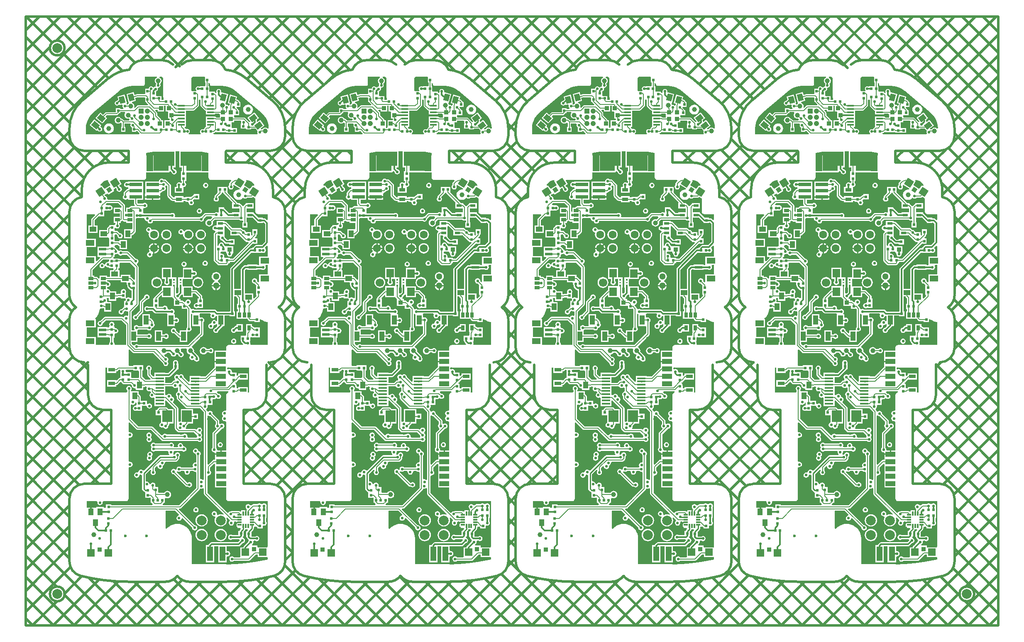
<source format=gtl>
G04*
G04 #@! TF.GenerationSoftware,Altium Limited,Altium Designer,18.0.9 (584)*
G04*
G04 Layer_Physical_Order=1*
G04 Layer_Color=255*
%FSLAX44Y44*%
%MOMM*%
G71*
G01*
G75*
%ADD10C,0.5000*%
%ADD11C,2.0000*%
%ADD12R,2.0000X1.0190*%
%ADD13R,2.0000X2.4000*%
%ADD14R,0.9000X0.9000*%
%ADD15R,0.6000X0.6000*%
%ADD16R,0.6000X0.6000*%
%ADD17R,0.9000X0.9000*%
%ADD18P,2.1213X4X192.3*%
%ADD19P,1.2728X4X192.3*%
%ADD20P,1.2728X4X257.7*%
%ADD21P,2.1213X4X257.7*%
%ADD22R,1.2000X3.0000*%
%ADD23R,1.5000X1.7500*%
%ADD24R,1.5000X1.5000*%
%ADD25R,0.4000X0.4000*%
%ADD26R,0.4000X0.2000*%
%ADD27R,2.5500X0.7000*%
%ADD28R,0.9999X1.9100*%
%ADD29R,1.0000X1.4000*%
%ADD30R,0.6000X0.5000*%
%ADD31R,1.3000X0.7000*%
%ADD32R,0.5000X0.6000*%
%ADD33R,1.1000X0.6000*%
%ADD34R,0.8130X0.3050*%
%ADD35R,0.3050X0.8130*%
%ADD36R,1.0000X0.7000*%
%ADD37R,0.7000X1.0000*%
%ADD38R,1.7500X0.4500*%
%ADD39R,1.4000X0.8000*%
%ADD40C,1.0000*%
%ADD41R,1.4000X1.0000*%
%ADD42R,1.5500X0.6000*%
%ADD43R,1.8000X1.2000*%
%ADD44C,0.2000*%
%ADD45C,0.2540*%
%ADD46C,0.3000*%
%ADD47C,0.2500*%
%ADD48R,3.0500X4.0000*%
%ADD49R,1.4750X3.2000*%
%ADD50R,1.4250X3.2000*%
G04:AMPARAMS|DCode=51|XSize=1.1mm|YSize=1.4mm|CornerRadius=0mm|HoleSize=0mm|Usage=FLASHONLY|Rotation=165.000|XOffset=0mm|YOffset=0mm|HoleType=Round|Shape=Rectangle|*
%AMROTATEDRECTD51*
4,1,4,0.7124,0.5338,0.3501,-0.8185,-0.7124,-0.5338,-0.3501,0.8185,0.7124,0.5338,0.0*
%
%ADD51ROTATEDRECTD51*%

G04:AMPARAMS|DCode=52|XSize=1.1mm|YSize=1.4mm|CornerRadius=0mm|HoleSize=0mm|Usage=FLASHONLY|Rotation=127.000|XOffset=0mm|YOffset=0mm|HoleType=Round|Shape=Rectangle|*
%AMROTATEDRECTD52*
4,1,4,0.8900,-0.0180,-0.2281,-0.8605,-0.8900,0.0180,0.2281,0.8605,0.8900,-0.0180,0.0*
%
%ADD52ROTATEDRECTD52*%

G04:AMPARAMS|DCode=53|XSize=1.1mm|YSize=1.4mm|CornerRadius=0mm|HoleSize=0mm|Usage=FLASHONLY|Rotation=195.000|XOffset=0mm|YOffset=0mm|HoleType=Round|Shape=Rectangle|*
%AMROTATEDRECTD53*
4,1,4,0.3501,0.8185,0.7124,-0.5338,-0.3501,-0.8185,-0.7124,0.5338,0.3501,0.8185,0.0*
%
%ADD53ROTATEDRECTD53*%

G04:AMPARAMS|DCode=54|XSize=1.1mm|YSize=1.4mm|CornerRadius=0mm|HoleSize=0mm|Usage=FLASHONLY|Rotation=230.000|XOffset=0mm|YOffset=0mm|HoleType=Round|Shape=Rectangle|*
%AMROTATEDRECTD54*
4,1,4,-0.1827,0.8713,0.8898,-0.0286,0.1827,-0.8713,-0.8898,0.0286,-0.1827,0.8713,0.0*
%
%ADD54ROTATEDRECTD54*%

%ADD55R,1.4500X0.4500*%
%ADD56C,0.7000*%
%ADD57C,1.6002*%
%ADD58C,1.6992*%
%ADD59C,1.2996*%
%ADD60C,0.6000*%
%ADD61C,0.5500*%
%ADD62C,1.0500*%
%ADD63R,1.0500X1.0500*%
G36*
X1638344Y1124681D02*
X1637497Y1124331D01*
X1636035Y1123208D01*
X1634913Y1121746D01*
X1634207Y1120043D01*
X1633967Y1118216D01*
X1634207Y1116389D01*
X1634913Y1114686D01*
X1636035Y1113224D01*
X1637299Y1112253D01*
X1636531Y1111102D01*
X1636162Y1109249D01*
X1636369Y1108209D01*
X1635714Y1106807D01*
X1634907Y1106226D01*
X1633644Y1105974D01*
X1632073Y1104925D01*
X1630048Y1105494D01*
X1629929Y1105673D01*
X1628358Y1106723D01*
X1626504Y1107092D01*
X1624651Y1106723D01*
X1623080Y1105673D01*
X1622030Y1104102D01*
X1621661Y1102249D01*
X1621252Y1101750D01*
X1614248D01*
Y1091750D01*
X1612636Y1090811D01*
X1598650Y1090795D01*
X1598259Y1090717D01*
X1597862Y1090691D01*
X1592320Y1089206D01*
X1590782Y1094944D01*
X1576293Y1091062D01*
X1580952Y1073676D01*
X1580952Y1073676D01*
X1580712Y1071843D01*
X1580255Y1071492D01*
X1579133Y1070030D01*
X1579056Y1069843D01*
X1576985Y1069630D01*
X1576218Y1070462D01*
X1576715Y1072540D01*
X1577088Y1072640D01*
X1572430Y1090027D01*
X1557941Y1086145D01*
X1559572Y1080056D01*
X1559524Y1080023D01*
X1556805Y1077305D01*
X1555144Y1076974D01*
X1553573Y1075925D01*
X1552523Y1074353D01*
X1552155Y1072500D01*
X1552523Y1070647D01*
X1553573Y1069075D01*
X1555144Y1068026D01*
X1556998Y1067657D01*
X1558851Y1068026D01*
X1560422Y1069075D01*
X1560438Y1069099D01*
X1562600Y1068758D01*
Y1068758D01*
X1567425Y1070051D01*
X1568670Y1068314D01*
X1568527Y1068100D01*
X1568159Y1066247D01*
X1568527Y1064393D01*
X1569577Y1062822D01*
X1569971Y1062559D01*
X1569365Y1060559D01*
X1563748D01*
Y1062500D01*
X1554748D01*
Y1054059D01*
X1534767D01*
X1534767Y1054059D01*
X1533597Y1053826D01*
X1532604Y1053163D01*
X1528613Y1049172D01*
X1523014Y1053870D01*
X1513372Y1042380D01*
X1527161Y1030810D01*
X1536803Y1042300D01*
X1534451Y1044273D01*
X1534364Y1046271D01*
X1536034Y1047941D01*
X1556248D01*
X1557418Y1048174D01*
X1558410Y1048837D01*
X1561411Y1051837D01*
X1561853Y1052500D01*
X1563748D01*
Y1054441D01*
X1572904D01*
X1573890Y1052441D01*
X1573383Y1051780D01*
X1572678Y1050077D01*
X1572437Y1048250D01*
X1572678Y1046423D01*
X1573383Y1044720D01*
X1574505Y1043258D01*
X1575967Y1042136D01*
X1577670Y1041430D01*
X1579498Y1041190D01*
X1580458Y1041316D01*
X1581564Y1041136D01*
X1582641Y1039811D01*
X1582741Y1039309D01*
X1582716Y1039057D01*
X1581596Y1037309D01*
X1570920D01*
X1568316Y1039913D01*
X1567324Y1040576D01*
X1566153Y1040809D01*
X1566153Y1040809D01*
X1565557D01*
X1565362Y1041280D01*
X1564240Y1042742D01*
X1562778Y1043865D01*
X1561075Y1044570D01*
X1559248Y1044810D01*
X1557420Y1044570D01*
X1555717Y1043865D01*
X1554255Y1042742D01*
X1553133Y1041280D01*
X1552428Y1039577D01*
X1552187Y1037750D01*
X1552428Y1035923D01*
X1553133Y1034220D01*
X1554255Y1032758D01*
X1555717Y1031636D01*
X1557420Y1030930D01*
X1559248Y1030690D01*
X1561075Y1030930D01*
X1562778Y1031636D01*
X1564240Y1032758D01*
X1566071Y1031972D01*
X1566595Y1031533D01*
Y1023902D01*
X1565153D01*
Y1013902D01*
X1574153D01*
Y1023902D01*
X1572712D01*
Y1031191D01*
X1583763D01*
X1584832Y1029191D01*
X1584773Y1029103D01*
X1584404Y1027250D01*
X1584773Y1025397D01*
X1585823Y1023826D01*
X1587248Y1022874D01*
Y1013750D01*
X1596248D01*
Y1015650D01*
X1598248Y1015674D01*
X1603103Y1010819D01*
X1602275Y1008819D01*
X1493566D01*
Y1021250D01*
X1493543Y1021365D01*
X1493891Y1026662D01*
X1494949Y1031981D01*
X1496692Y1037117D01*
X1499091Y1041981D01*
X1502104Y1046490D01*
X1505680Y1050568D01*
X1508397Y1052951D01*
X1508366Y1052988D01*
X1508366Y1052988D01*
X1561995Y1097988D01*
X1562026Y1097951D01*
X1563386Y1099144D01*
X1567895Y1102157D01*
X1572760Y1104556D01*
X1577895Y1106299D01*
X1583214Y1107357D01*
X1588511Y1107704D01*
X1588626Y1107681D01*
X1609997D01*
X1611363Y1107953D01*
X1612521Y1108727D01*
X1613294Y1109884D01*
X1613566Y1111250D01*
Y1126681D01*
X1637947D01*
X1638344Y1124681D01*
D02*
G37*
G36*
X1183345D02*
X1182498Y1124331D01*
X1181036Y1123208D01*
X1179914Y1121746D01*
X1179208Y1120043D01*
X1178968Y1118216D01*
X1179208Y1116389D01*
X1179914Y1114686D01*
X1181036Y1113224D01*
X1182300Y1112253D01*
X1181531Y1111102D01*
X1181163Y1109249D01*
X1181370Y1108209D01*
X1180715Y1106807D01*
X1179908Y1106226D01*
X1178645Y1105974D01*
X1177074Y1104925D01*
X1175049Y1105494D01*
X1174930Y1105673D01*
X1173358Y1106723D01*
X1171505Y1107092D01*
X1169652Y1106723D01*
X1168081Y1105673D01*
X1167031Y1104102D01*
X1166662Y1102249D01*
X1166253Y1101750D01*
X1159248D01*
Y1091750D01*
X1157637Y1090811D01*
X1143651Y1090795D01*
X1143260Y1090717D01*
X1142863Y1090691D01*
X1137321Y1089206D01*
X1135783Y1094944D01*
X1121294Y1091062D01*
X1125953Y1073676D01*
X1125953Y1073676D01*
X1125713Y1071843D01*
X1125256Y1071492D01*
X1124134Y1070030D01*
X1124056Y1069843D01*
X1121986Y1069630D01*
X1121219Y1070462D01*
X1121716Y1072540D01*
X1122089Y1072640D01*
X1117430Y1090027D01*
X1102942Y1086145D01*
X1104573Y1080056D01*
X1104525Y1080023D01*
X1101806Y1077305D01*
X1100145Y1076974D01*
X1098574Y1075925D01*
X1097524Y1074353D01*
X1097155Y1072500D01*
X1097524Y1070647D01*
X1098574Y1069075D01*
X1100145Y1068026D01*
X1101998Y1067657D01*
X1103852Y1068026D01*
X1105423Y1069075D01*
X1105439Y1069099D01*
X1107600Y1068758D01*
Y1068758D01*
X1112426Y1070051D01*
X1113671Y1068314D01*
X1113528Y1068100D01*
X1113159Y1066247D01*
X1113528Y1064393D01*
X1114578Y1062822D01*
X1114972Y1062559D01*
X1114366Y1060559D01*
X1108748D01*
Y1062500D01*
X1099748D01*
Y1054059D01*
X1079768D01*
X1079768Y1054059D01*
X1078598Y1053826D01*
X1077605Y1053163D01*
X1073614Y1049172D01*
X1068015Y1053870D01*
X1058373Y1042380D01*
X1072162Y1030810D01*
X1081803Y1042300D01*
X1079452Y1044273D01*
X1079365Y1046271D01*
X1081035Y1047941D01*
X1101248D01*
X1102419Y1048174D01*
X1103411Y1048837D01*
X1106411Y1051837D01*
X1106854Y1052500D01*
X1108748D01*
Y1054441D01*
X1117905D01*
X1118891Y1052441D01*
X1118384Y1051780D01*
X1117679Y1050077D01*
X1117438Y1048250D01*
X1117679Y1046423D01*
X1118384Y1044720D01*
X1119506Y1043258D01*
X1120968Y1042136D01*
X1122671Y1041430D01*
X1124498Y1041190D01*
X1125459Y1041316D01*
X1126564Y1041136D01*
X1127642Y1039811D01*
X1127742Y1039309D01*
X1127717Y1039057D01*
X1126597Y1037309D01*
X1115921D01*
X1113317Y1039913D01*
X1112325Y1040576D01*
X1111154Y1040809D01*
X1111154Y1040809D01*
X1110558D01*
X1110363Y1041280D01*
X1109241Y1042742D01*
X1107779Y1043865D01*
X1106076Y1044570D01*
X1104248Y1044810D01*
X1102421Y1044570D01*
X1100718Y1043865D01*
X1099256Y1042742D01*
X1098134Y1041280D01*
X1097429Y1039577D01*
X1097188Y1037750D01*
X1097429Y1035923D01*
X1098134Y1034220D01*
X1099256Y1032758D01*
X1100718Y1031636D01*
X1102421Y1030930D01*
X1104248Y1030690D01*
X1106076Y1030930D01*
X1107779Y1031636D01*
X1109241Y1032758D01*
X1111071Y1031972D01*
X1111595Y1031533D01*
Y1023902D01*
X1110154D01*
Y1013902D01*
X1119154D01*
Y1023902D01*
X1117713D01*
Y1031191D01*
X1128764D01*
X1129833Y1029191D01*
X1129774Y1029103D01*
X1129405Y1027250D01*
X1129774Y1025397D01*
X1130824Y1023826D01*
X1132248Y1022874D01*
Y1013750D01*
X1141248D01*
Y1015650D01*
X1143248Y1015674D01*
X1148104Y1010819D01*
X1147275Y1008819D01*
X1038567D01*
Y1021250D01*
X1038544Y1021365D01*
X1038891Y1026662D01*
X1039949Y1031981D01*
X1041693Y1037117D01*
X1044091Y1041981D01*
X1047104Y1046490D01*
X1050680Y1050568D01*
X1053398Y1052951D01*
X1053367Y1052988D01*
X1053367Y1052988D01*
X1106995Y1097988D01*
X1107027Y1097951D01*
X1108387Y1099144D01*
X1112896Y1102157D01*
X1117760Y1104556D01*
X1122896Y1106299D01*
X1128215Y1107357D01*
X1133512Y1107704D01*
X1133627Y1107681D01*
X1154998D01*
X1156364Y1107953D01*
X1157521Y1108727D01*
X1158295Y1109884D01*
X1158567Y1111250D01*
Y1126681D01*
X1182947D01*
X1183345Y1124681D01*
D02*
G37*
G36*
X728346D02*
X727499Y1124331D01*
X726036Y1123208D01*
X724914Y1121746D01*
X724209Y1120043D01*
X723969Y1118216D01*
X724209Y1116389D01*
X724914Y1114686D01*
X726036Y1113224D01*
X727301Y1112253D01*
X726532Y1111102D01*
X726163Y1109249D01*
X726370Y1108209D01*
X725716Y1106807D01*
X724909Y1106226D01*
X723646Y1105974D01*
X722075Y1104925D01*
X720050Y1105494D01*
X719930Y1105673D01*
X718359Y1106723D01*
X716506Y1107092D01*
X714652Y1106723D01*
X713081Y1105673D01*
X712031Y1104102D01*
X711663Y1102249D01*
X711254Y1101750D01*
X704249D01*
Y1091750D01*
X702638Y1090811D01*
X688652Y1090795D01*
X688261Y1090717D01*
X687864Y1090691D01*
X682322Y1089206D01*
X680784Y1094944D01*
X666295Y1091062D01*
X670954Y1073676D01*
X670954Y1073676D01*
X670714Y1071843D01*
X670257Y1071492D01*
X669135Y1070030D01*
X669057Y1069843D01*
X666987Y1069630D01*
X666220Y1070462D01*
X666717Y1072540D01*
X667090Y1072640D01*
X662431Y1090027D01*
X647943Y1086145D01*
X649574Y1080056D01*
X649526Y1080023D01*
X646807Y1077305D01*
X645146Y1076974D01*
X643575Y1075925D01*
X642525Y1074353D01*
X642156Y1072500D01*
X642525Y1070647D01*
X643575Y1069075D01*
X645146Y1068026D01*
X646999Y1067657D01*
X648853Y1068026D01*
X650424Y1069075D01*
X650439Y1069099D01*
X652601Y1068758D01*
Y1068758D01*
X657427Y1070051D01*
X658672Y1068314D01*
X658529Y1068100D01*
X658160Y1066247D01*
X658529Y1064393D01*
X659579Y1062822D01*
X659973Y1062559D01*
X659366Y1060559D01*
X653749D01*
Y1062500D01*
X644749D01*
Y1054059D01*
X624769D01*
X624769Y1054059D01*
X623598Y1053826D01*
X622606Y1053163D01*
X618615Y1049172D01*
X613015Y1053870D01*
X603374Y1042380D01*
X617162Y1030810D01*
X626804Y1042300D01*
X624453Y1044273D01*
X624366Y1046271D01*
X626036Y1047941D01*
X646249D01*
X647420Y1048174D01*
X648412Y1048837D01*
X651412Y1051837D01*
X651855Y1052500D01*
X653749D01*
Y1054441D01*
X662906D01*
X663892Y1052441D01*
X663385Y1051780D01*
X662679Y1050077D01*
X662439Y1048250D01*
X662679Y1046423D01*
X663385Y1044720D01*
X664507Y1043258D01*
X665969Y1042136D01*
X667672Y1041430D01*
X669499Y1041190D01*
X670459Y1041316D01*
X671565Y1041136D01*
X672643Y1039811D01*
X672742Y1039309D01*
X672718Y1039057D01*
X671597Y1037309D01*
X660922D01*
X658318Y1039913D01*
X657325Y1040576D01*
X656155Y1040809D01*
X656155Y1040809D01*
X655559D01*
X655364Y1041280D01*
X654242Y1042742D01*
X652779Y1043865D01*
X651077Y1044570D01*
X649249Y1044810D01*
X647422Y1044570D01*
X645719Y1043865D01*
X644257Y1042742D01*
X643135Y1041280D01*
X642429Y1039577D01*
X642189Y1037750D01*
X642429Y1035923D01*
X643135Y1034220D01*
X644257Y1032758D01*
X645719Y1031636D01*
X647422Y1030930D01*
X649249Y1030690D01*
X651077Y1030930D01*
X652779Y1031636D01*
X654242Y1032758D01*
X656072Y1031972D01*
X656596Y1031533D01*
Y1023902D01*
X655155D01*
Y1013902D01*
X664155D01*
Y1023902D01*
X662714D01*
Y1031191D01*
X673764D01*
X674834Y1029191D01*
X674775Y1029103D01*
X674406Y1027250D01*
X674775Y1025397D01*
X675825Y1023826D01*
X677249Y1022874D01*
Y1013750D01*
X686249D01*
Y1015650D01*
X688249Y1015674D01*
X693105Y1010819D01*
X692276Y1008819D01*
X583568D01*
Y1021250D01*
X583545Y1021365D01*
X583892Y1026662D01*
X584950Y1031981D01*
X586693Y1037117D01*
X589092Y1041981D01*
X592105Y1046490D01*
X595681Y1050568D01*
X598399Y1052951D01*
X598368Y1052988D01*
X598368Y1052988D01*
X651996Y1097988D01*
X652028Y1097951D01*
X653388Y1099144D01*
X657897Y1102157D01*
X662761Y1104556D01*
X667897Y1106299D01*
X673216Y1107357D01*
X678513Y1107704D01*
X678628Y1107681D01*
X699999D01*
X701365Y1107953D01*
X702522Y1108727D01*
X703296Y1109884D01*
X703568Y1111250D01*
Y1126681D01*
X727948D01*
X728346Y1124681D01*
D02*
G37*
G36*
X273347D02*
X272500Y1124331D01*
X271037Y1123208D01*
X269915Y1121746D01*
X269210Y1120043D01*
X268969Y1118216D01*
X269210Y1116389D01*
X269915Y1114686D01*
X271037Y1113224D01*
X272302Y1112253D01*
X271533Y1111102D01*
X271164Y1109249D01*
X271371Y1108209D01*
X270717Y1106807D01*
X269909Y1106226D01*
X268647Y1105974D01*
X267076Y1104925D01*
X265051Y1105494D01*
X264931Y1105673D01*
X263360Y1106723D01*
X261507Y1107092D01*
X259653Y1106723D01*
X258082Y1105673D01*
X257032Y1104102D01*
X256664Y1102249D01*
X256254Y1101750D01*
X249250D01*
Y1091750D01*
X247639Y1090811D01*
X233652Y1090795D01*
X233262Y1090717D01*
X232864Y1090691D01*
X227322Y1089206D01*
X225785Y1094944D01*
X211296Y1091062D01*
X215955Y1073676D01*
X215955Y1073676D01*
X215715Y1071843D01*
X215258Y1071492D01*
X214135Y1070030D01*
X214058Y1069843D01*
X211988Y1069630D01*
X211221Y1070462D01*
X211717Y1072540D01*
X212091Y1072640D01*
X207432Y1090027D01*
X192943Y1086145D01*
X194575Y1080056D01*
X194526Y1080023D01*
X191808Y1077305D01*
X190147Y1076974D01*
X188575Y1075925D01*
X187526Y1074353D01*
X187157Y1072500D01*
X187526Y1070647D01*
X188575Y1069075D01*
X190147Y1068026D01*
X192000Y1067657D01*
X193853Y1068026D01*
X195425Y1069075D01*
X195440Y1069099D01*
X197602Y1068758D01*
Y1068758D01*
X202428Y1070051D01*
X203673Y1068314D01*
X203530Y1068100D01*
X203161Y1066247D01*
X203530Y1064393D01*
X204580Y1062822D01*
X204974Y1062559D01*
X204367Y1060559D01*
X198750D01*
Y1062500D01*
X189750D01*
Y1054059D01*
X169770D01*
X169770Y1054059D01*
X168599Y1053826D01*
X167607Y1053163D01*
X163616Y1049172D01*
X158016Y1053870D01*
X148374Y1042380D01*
X162163Y1030810D01*
X171805Y1042300D01*
X169454Y1044273D01*
X169367Y1046271D01*
X171037Y1047941D01*
X191250D01*
X192421Y1048174D01*
X193413Y1048837D01*
X196413Y1051837D01*
X196856Y1052500D01*
X198750D01*
Y1054441D01*
X207906D01*
X208893Y1052441D01*
X208386Y1051780D01*
X207680Y1050077D01*
X207440Y1048250D01*
X207680Y1046423D01*
X208386Y1044720D01*
X209508Y1043258D01*
X210970Y1042136D01*
X212673Y1041430D01*
X214500Y1041190D01*
X215460Y1041316D01*
X216566Y1041136D01*
X217644Y1039811D01*
X217743Y1039309D01*
X217718Y1039057D01*
X216598Y1037309D01*
X205923D01*
X203319Y1039913D01*
X202326Y1040576D01*
X201156Y1040809D01*
X201156Y1040809D01*
X200560D01*
X200364Y1041280D01*
X199242Y1042742D01*
X197780Y1043865D01*
X196077Y1044570D01*
X194250Y1044810D01*
X192423Y1044570D01*
X190720Y1043865D01*
X189258Y1042742D01*
X188136Y1041280D01*
X187430Y1039577D01*
X187190Y1037750D01*
X187430Y1035923D01*
X188136Y1034220D01*
X189258Y1032758D01*
X190720Y1031636D01*
X192423Y1030930D01*
X194250Y1030690D01*
X196077Y1030930D01*
X197780Y1031636D01*
X199242Y1032758D01*
X201073Y1031972D01*
X201597Y1031533D01*
Y1023902D01*
X200156D01*
Y1013902D01*
X209156D01*
Y1023902D01*
X207715D01*
Y1031191D01*
X218765D01*
X219834Y1029191D01*
X219776Y1029103D01*
X219407Y1027250D01*
X219776Y1025397D01*
X220825Y1023826D01*
X222250Y1022874D01*
Y1013750D01*
X231250D01*
Y1015650D01*
X233250Y1015674D01*
X238106Y1010819D01*
X237277Y1008819D01*
X128569D01*
Y1021250D01*
X128546Y1021365D01*
X128893Y1026662D01*
X129951Y1031981D01*
X131694Y1037117D01*
X134093Y1041981D01*
X137106Y1046490D01*
X140682Y1050568D01*
X143400Y1052951D01*
X143368Y1052988D01*
X143368Y1052988D01*
X196997Y1097988D01*
X197028Y1097951D01*
X198388Y1099144D01*
X202898Y1102157D01*
X207762Y1104556D01*
X212898Y1106299D01*
X218217Y1107357D01*
X223514Y1107704D01*
X223629Y1107681D01*
X245000D01*
X246365Y1107953D01*
X247523Y1108727D01*
X248297Y1109884D01*
X248568Y1111250D01*
Y1126681D01*
X272949D01*
X273347Y1124681D01*
D02*
G37*
G36*
X1736189Y1124994D02*
X1736189Y1124681D01*
Y1114994D01*
X1737536D01*
Y1108414D01*
X1736122Y1107000D01*
X1733998Y1107000D01*
X1725998D01*
Y1107000D01*
X1724187Y1106737D01*
X1723998Y1106745D01*
X1722248Y1107093D01*
X1720394Y1106724D01*
X1718823Y1105675D01*
X1717773Y1104103D01*
X1717404Y1102250D01*
X1717773Y1100397D01*
X1718706Y1099000D01*
X1718505Y1098157D01*
X1717955Y1097000D01*
X1709998D01*
X1708566Y1098372D01*
Y1123772D01*
X1711475Y1126681D01*
X1735435D01*
X1736189Y1124994D01*
D02*
G37*
G36*
X1281190D02*
X1281190Y1124681D01*
Y1114994D01*
X1282537D01*
Y1108414D01*
X1281123Y1107000D01*
X1278998Y1107000D01*
X1270998D01*
Y1107000D01*
X1269188Y1106737D01*
X1268998Y1106745D01*
X1267248Y1107093D01*
X1265395Y1106724D01*
X1263824Y1105675D01*
X1262774Y1104103D01*
X1262405Y1102250D01*
X1262774Y1100397D01*
X1263707Y1099000D01*
X1263506Y1098157D01*
X1262956Y1097000D01*
X1254998D01*
X1253567Y1098372D01*
Y1123772D01*
X1256476Y1126681D01*
X1280435D01*
X1281190Y1124994D01*
D02*
G37*
G36*
X826191D02*
X826191Y1124681D01*
Y1114994D01*
X827538D01*
Y1108414D01*
X826124Y1107000D01*
X823999Y1107000D01*
X815999D01*
Y1107000D01*
X814189Y1106737D01*
X813999Y1106745D01*
X812249Y1107093D01*
X810396Y1106724D01*
X808825Y1105675D01*
X807775Y1104103D01*
X807406Y1102250D01*
X807775Y1100397D01*
X808708Y1099000D01*
X808507Y1098157D01*
X807957Y1097000D01*
X799999D01*
X798567Y1098372D01*
Y1123772D01*
X801477Y1126681D01*
X825436D01*
X826191Y1124994D01*
D02*
G37*
G36*
X371192D02*
X371192Y1124681D01*
Y1114994D01*
X372539D01*
Y1108414D01*
X371125Y1107000D01*
X369000Y1107000D01*
X361000D01*
Y1107000D01*
X359190Y1106737D01*
X359000Y1106745D01*
X357250Y1107093D01*
X355397Y1106724D01*
X353825Y1105675D01*
X352776Y1104103D01*
X352407Y1102250D01*
X352776Y1100397D01*
X353709Y1099000D01*
X353508Y1098157D01*
X352957Y1097000D01*
X345000D01*
X343568Y1098372D01*
Y1123772D01*
X346478Y1126681D01*
X370437D01*
X371192Y1124994D01*
D02*
G37*
G36*
X1651429Y1123772D02*
Y1085450D01*
X1651700Y1084084D01*
X1652258Y1083250D01*
X1652247Y1081250D01*
X1652248Y1081250D01*
Y1079309D01*
X1647248D01*
Y1087250D01*
X1638083D01*
X1636923Y1087982D01*
X1636498Y1088939D01*
Y1096856D01*
X1637351Y1097026D01*
X1638922Y1098075D01*
X1639972Y1099647D01*
X1640341Y1101500D01*
X1640134Y1102540D01*
X1640788Y1103941D01*
X1641595Y1104523D01*
X1642858Y1104775D01*
X1644429Y1105824D01*
X1645479Y1107396D01*
X1645848Y1109249D01*
X1645479Y1111102D01*
X1644725Y1112231D01*
X1646020Y1113224D01*
X1647142Y1114686D01*
X1647847Y1116389D01*
X1648088Y1118216D01*
X1647847Y1120043D01*
X1647142Y1121746D01*
X1646020Y1123208D01*
X1644557Y1124331D01*
X1643710Y1124681D01*
X1644108Y1126681D01*
X1648519D01*
X1651429Y1123772D01*
D02*
G37*
G36*
X1196430D02*
Y1085450D01*
X1196701Y1084084D01*
X1197259Y1083250D01*
X1197248Y1081250D01*
X1197248Y1081250D01*
Y1079309D01*
X1192248D01*
Y1087250D01*
X1183084D01*
X1181923Y1087982D01*
X1181498Y1088939D01*
Y1096856D01*
X1182352Y1097026D01*
X1183923Y1098075D01*
X1184973Y1099647D01*
X1185341Y1101500D01*
X1185135Y1102540D01*
X1185789Y1103941D01*
X1186596Y1104523D01*
X1187859Y1104775D01*
X1189430Y1105824D01*
X1190480Y1107396D01*
X1190849Y1109249D01*
X1190480Y1111102D01*
X1189726Y1112231D01*
X1191021Y1113224D01*
X1192142Y1114686D01*
X1192848Y1116389D01*
X1193089Y1118216D01*
X1192848Y1120043D01*
X1192142Y1121746D01*
X1191021Y1123208D01*
X1189558Y1124331D01*
X1188711Y1124681D01*
X1189109Y1126681D01*
X1193520D01*
X1196430Y1123772D01*
D02*
G37*
G36*
X741430D02*
Y1085450D01*
X741702Y1084084D01*
X742260Y1083250D01*
X742249Y1081250D01*
X742249Y1081250D01*
Y1079309D01*
X737249D01*
Y1087250D01*
X728085D01*
X726924Y1087982D01*
X726499Y1088939D01*
Y1096856D01*
X727353Y1097026D01*
X728924Y1098075D01*
X729974Y1099647D01*
X730342Y1101500D01*
X730135Y1102540D01*
X730790Y1103941D01*
X731597Y1104523D01*
X732860Y1104775D01*
X734431Y1105824D01*
X735481Y1107396D01*
X735850Y1109249D01*
X735481Y1111102D01*
X734727Y1112231D01*
X736021Y1113224D01*
X737143Y1114686D01*
X737849Y1116389D01*
X738089Y1118216D01*
X737849Y1120043D01*
X737143Y1121746D01*
X736021Y1123208D01*
X734559Y1124331D01*
X733712Y1124681D01*
X734110Y1126681D01*
X738521D01*
X741430Y1123772D01*
D02*
G37*
G36*
X286431D02*
Y1085450D01*
X286703Y1084084D01*
X287260Y1083250D01*
X287250Y1081250D01*
X287250Y1081250D01*
Y1079309D01*
X282250D01*
Y1087250D01*
X273086D01*
X271925Y1087982D01*
X271500Y1088939D01*
Y1096856D01*
X272353Y1097026D01*
X273925Y1098075D01*
X274974Y1099647D01*
X275343Y1101500D01*
X275136Y1102540D01*
X275791Y1103941D01*
X276598Y1104523D01*
X277861Y1104775D01*
X279432Y1105824D01*
X280482Y1107396D01*
X280850Y1109249D01*
X280482Y1111102D01*
X279728Y1112231D01*
X281022Y1113224D01*
X282144Y1114686D01*
X282850Y1116389D01*
X283090Y1118216D01*
X282850Y1120043D01*
X282144Y1121746D01*
X281022Y1123208D01*
X279560Y1124331D01*
X278713Y1124681D01*
X279110Y1126681D01*
X283521D01*
X286431Y1123772D01*
D02*
G37*
G36*
X1614248Y1083281D02*
Y1074750D01*
X1616142D01*
X1616585Y1074087D01*
X1620765Y1069906D01*
X1620000Y1068059D01*
X1599975D01*
X1599975Y1068059D01*
X1598804Y1067826D01*
X1597812Y1067163D01*
X1595454Y1064806D01*
X1595408Y1064736D01*
X1593446Y1062774D01*
X1591750Y1063907D01*
X1592067Y1064673D01*
X1592308Y1066500D01*
X1592067Y1068327D01*
X1591362Y1070030D01*
X1590240Y1071492D01*
X1588778Y1072615D01*
X1587184Y1073275D01*
X1587116Y1073468D01*
X1587389Y1075400D01*
X1595441Y1077558D01*
X1593903Y1083297D01*
X1599058Y1084678D01*
X1612832Y1084694D01*
X1614248Y1083281D01*
D02*
G37*
G36*
X1159248D02*
Y1074750D01*
X1161143D01*
X1161585Y1074087D01*
X1165766Y1069906D01*
X1165001Y1068059D01*
X1144976D01*
X1144976Y1068059D01*
X1143805Y1067826D01*
X1142813Y1067163D01*
X1140455Y1064806D01*
X1140409Y1064736D01*
X1138447Y1062774D01*
X1136751Y1063907D01*
X1137068Y1064673D01*
X1137309Y1066500D01*
X1137068Y1068327D01*
X1136363Y1070030D01*
X1135241Y1071492D01*
X1133779Y1072615D01*
X1132185Y1073275D01*
X1132117Y1073468D01*
X1132390Y1075400D01*
X1140442Y1077558D01*
X1138904Y1083297D01*
X1144059Y1084678D01*
X1157833Y1084694D01*
X1159248Y1083281D01*
D02*
G37*
G36*
X704249D02*
Y1074750D01*
X706143D01*
X706586Y1074087D01*
X710767Y1069906D01*
X710002Y1068059D01*
X689976D01*
X689976Y1068059D01*
X688806Y1067826D01*
X687813Y1067163D01*
X685456Y1064806D01*
X685410Y1064736D01*
X683447Y1062774D01*
X681752Y1063907D01*
X682069Y1064673D01*
X682310Y1066500D01*
X682069Y1068327D01*
X681364Y1070030D01*
X680242Y1071492D01*
X678779Y1072615D01*
X677185Y1073275D01*
X677118Y1073468D01*
X677391Y1075400D01*
X685443Y1077558D01*
X683905Y1083297D01*
X689060Y1084678D01*
X702834Y1084694D01*
X704249Y1083281D01*
D02*
G37*
G36*
X249250D02*
Y1074750D01*
X251144D01*
X251587Y1074087D01*
X255768Y1069906D01*
X255002Y1068059D01*
X234977D01*
X234977Y1068059D01*
X233806Y1067826D01*
X232814Y1067163D01*
X230457Y1064806D01*
X230411Y1064736D01*
X228448Y1062774D01*
X226753Y1063907D01*
X227070Y1064673D01*
X227310Y1066500D01*
X227070Y1068327D01*
X226364Y1070030D01*
X225243Y1071492D01*
X223780Y1072615D01*
X222186Y1073275D01*
X222118Y1073468D01*
X222392Y1075400D01*
X230443Y1077558D01*
X228906Y1083297D01*
X234061Y1084678D01*
X247835Y1084694D01*
X249250Y1083281D01*
D02*
G37*
G36*
X1727150Y1079274D02*
X1727630Y1078971D01*
Y1067508D01*
X1727630Y1067508D01*
X1727863Y1066338D01*
X1728526Y1065345D01*
X1735334Y1058537D01*
X1735334Y1058537D01*
X1736327Y1057874D01*
X1737497Y1057641D01*
X1738247D01*
Y1049950D01*
X1756747D01*
Y1051141D01*
X1765333D01*
X1766747Y1049727D01*
X1766747Y1046450D01*
X1766747Y1045700D01*
Y1043009D01*
X1760014D01*
X1759660Y1043363D01*
X1758668Y1044026D01*
X1758196Y1044120D01*
X1756747Y1045450D01*
X1756747Y1045450D01*
X1756747Y1045450D01*
X1738247D01*
Y1024180D01*
X1737810Y1023888D01*
X1735835Y1021913D01*
X1735835Y1021913D01*
X1735172Y1020921D01*
X1735087Y1020492D01*
X1733498Y1019500D01*
Y1019500D01*
X1731498Y1019293D01*
X1731248Y1019343D01*
X1729394Y1018974D01*
X1727823Y1017925D01*
X1726773Y1016353D01*
X1726405Y1014500D01*
X1726773Y1012647D01*
X1727823Y1011075D01*
X1728207Y1010819D01*
X1727600Y1008819D01*
X1703491D01*
X1703040Y1010819D01*
X1704172Y1011575D01*
X1705222Y1013147D01*
X1705591Y1015000D01*
X1705222Y1016853D01*
X1704172Y1018425D01*
X1702601Y1019474D01*
X1700748Y1019843D01*
X1700359Y1019766D01*
X1698359Y1020092D01*
X1696530Y1020504D01*
X1695910Y1021431D01*
X1695239Y1022102D01*
X1696004Y1023950D01*
X1697747D01*
Y1057641D01*
X1713197D01*
X1713198Y1057641D01*
X1714368Y1057874D01*
X1715361Y1058537D01*
X1715361Y1058537D01*
X1723161Y1066337D01*
X1723824Y1067329D01*
X1724056Y1068500D01*
X1724056Y1068500D01*
Y1078954D01*
X1726056Y1079777D01*
X1727150Y1079274D01*
D02*
G37*
G36*
X1272150D02*
X1272631Y1078971D01*
Y1067508D01*
X1272631Y1067508D01*
X1272864Y1066338D01*
X1273527Y1065345D01*
X1280335Y1058537D01*
X1280335Y1058537D01*
X1281328Y1057874D01*
X1282498Y1057641D01*
X1283248D01*
Y1049950D01*
X1301748D01*
Y1051141D01*
X1310334D01*
X1311748Y1049727D01*
X1311748Y1046450D01*
X1311748Y1045700D01*
Y1043009D01*
X1305015D01*
X1304661Y1043363D01*
X1303669Y1044026D01*
X1303197Y1044120D01*
X1301748Y1045450D01*
X1301748Y1045450D01*
X1301748Y1045450D01*
X1283248D01*
Y1024180D01*
X1282811Y1023888D01*
X1280836Y1021913D01*
X1280836Y1021913D01*
X1280172Y1020921D01*
X1280087Y1020492D01*
X1278498Y1019500D01*
Y1019500D01*
X1276498Y1019293D01*
X1276248Y1019343D01*
X1274395Y1018974D01*
X1272824Y1017925D01*
X1271774Y1016353D01*
X1271405Y1014500D01*
X1271774Y1012647D01*
X1272824Y1011075D01*
X1273208Y1010819D01*
X1272601Y1008819D01*
X1248492D01*
X1248040Y1010819D01*
X1249173Y1011575D01*
X1250223Y1013147D01*
X1250591Y1015000D01*
X1250223Y1016853D01*
X1249173Y1018425D01*
X1247602Y1019474D01*
X1245748Y1019843D01*
X1245360Y1019766D01*
X1243360Y1020092D01*
X1241531Y1020504D01*
X1240911Y1021431D01*
X1240240Y1022102D01*
X1241005Y1023950D01*
X1242748D01*
Y1057641D01*
X1258198D01*
X1258198Y1057641D01*
X1259369Y1057874D01*
X1260361Y1058537D01*
X1260361Y1058537D01*
X1268161Y1066337D01*
X1268824Y1067329D01*
X1269057Y1068500D01*
X1269057Y1068500D01*
Y1078954D01*
X1271057Y1079777D01*
X1272150Y1079274D01*
D02*
G37*
G36*
X817151D02*
X817632Y1078971D01*
Y1067508D01*
X817632Y1067508D01*
X817865Y1066338D01*
X818528Y1065345D01*
X825336Y1058537D01*
X825336Y1058537D01*
X826328Y1057874D01*
X827499Y1057641D01*
X828249D01*
Y1049950D01*
X846749D01*
Y1051141D01*
X855335D01*
X856749Y1049727D01*
X856749Y1046450D01*
X856749Y1045700D01*
Y1043009D01*
X850016D01*
X849662Y1043363D01*
X848669Y1044026D01*
X848198Y1044120D01*
X846749Y1045450D01*
X846749Y1045450D01*
X846749Y1045450D01*
X828249D01*
Y1024180D01*
X827812Y1023888D01*
X825836Y1021913D01*
X825836Y1021913D01*
X825173Y1020921D01*
X825088Y1020492D01*
X823499Y1019500D01*
Y1019500D01*
X821499Y1019293D01*
X821249Y1019343D01*
X819396Y1018974D01*
X817825Y1017925D01*
X816775Y1016353D01*
X816406Y1014500D01*
X816775Y1012647D01*
X817825Y1011075D01*
X818209Y1010819D01*
X817602Y1008819D01*
X793493D01*
X793041Y1010819D01*
X794174Y1011575D01*
X795224Y1013147D01*
X795592Y1015000D01*
X795224Y1016853D01*
X794174Y1018425D01*
X792603Y1019474D01*
X790749Y1019843D01*
X790361Y1019766D01*
X788361Y1020092D01*
X786531Y1020504D01*
X785912Y1021431D01*
X785240Y1022102D01*
X786006Y1023950D01*
X787749D01*
Y1057641D01*
X803199D01*
X803199Y1057641D01*
X804370Y1057874D01*
X805362Y1058537D01*
X805362Y1058537D01*
X813162Y1066337D01*
X813825Y1067329D01*
X814058Y1068500D01*
X814058Y1068500D01*
Y1078954D01*
X816058Y1079777D01*
X817151Y1079274D01*
D02*
G37*
G36*
X362152D02*
X362633Y1078971D01*
Y1067508D01*
X362633Y1067508D01*
X362866Y1066338D01*
X363529Y1065345D01*
X370337Y1058537D01*
X370337Y1058537D01*
X371329Y1057874D01*
X372500Y1057641D01*
X373250D01*
Y1049950D01*
X391750D01*
Y1051141D01*
X400336D01*
X401750Y1049727D01*
X401750Y1046450D01*
X401750Y1045700D01*
Y1043009D01*
X395017D01*
X394663Y1043363D01*
X393670Y1044026D01*
X393199Y1044120D01*
X391750Y1045450D01*
X391750Y1045450D01*
X391750Y1045450D01*
X373250D01*
Y1024180D01*
X372812Y1023888D01*
X370837Y1021913D01*
X370837Y1021913D01*
X370174Y1020921D01*
X370089Y1020492D01*
X368500Y1019500D01*
Y1019500D01*
X366500Y1019293D01*
X366250Y1019343D01*
X364397Y1018974D01*
X362825Y1017925D01*
X361776Y1016353D01*
X361407Y1014500D01*
X361776Y1012647D01*
X362825Y1011075D01*
X363210Y1010819D01*
X362603Y1008819D01*
X338494D01*
X338042Y1010819D01*
X339175Y1011575D01*
X340224Y1013147D01*
X340593Y1015000D01*
X340224Y1016853D01*
X339175Y1018425D01*
X337603Y1019474D01*
X335750Y1019843D01*
X335362Y1019766D01*
X333362Y1020092D01*
X331532Y1020504D01*
X330913Y1021431D01*
X330241Y1022102D01*
X331007Y1023950D01*
X332750D01*
Y1057641D01*
X348200D01*
X348200Y1057641D01*
X349370Y1057874D01*
X350363Y1058537D01*
X350363Y1058537D01*
X358163Y1066337D01*
X358826Y1067329D01*
X359059Y1068500D01*
X359059Y1068500D01*
Y1078954D01*
X361059Y1079777D01*
X362152Y1079274D01*
D02*
G37*
G36*
X1655998Y1055750D02*
X1659765D01*
X1661248Y1054500D01*
Y1041500D01*
X1663302D01*
X1664689Y1040250D01*
X1664788Y1039750D01*
X1663756Y1038031D01*
X1663444Y1037750D01*
X1653748D01*
Y1024750D01*
X1653748Y1024750D01*
X1653748D01*
X1653248Y1023250D01*
X1653125Y1021577D01*
X1651120Y1021577D01*
X1650998Y1023250D01*
X1650748Y1024750D01*
X1650748D01*
Y1037750D01*
X1647306D01*
X1647306Y1037750D01*
X1647074Y1038921D01*
X1646411Y1039913D01*
X1638806Y1047517D01*
Y1052250D01*
X1638806Y1052250D01*
X1638573Y1053421D01*
X1637910Y1054413D01*
X1634980Y1057344D01*
X1635745Y1059191D01*
X1639998D01*
Y1055750D01*
X1652998D01*
Y1067191D01*
X1655998D01*
Y1055750D01*
D02*
G37*
G36*
X1200998D02*
X1204766D01*
X1206248Y1054500D01*
Y1041500D01*
X1208303D01*
X1209690Y1040250D01*
X1209789Y1039750D01*
X1208757Y1038031D01*
X1208445Y1037750D01*
X1198748D01*
Y1024750D01*
X1198748Y1024750D01*
X1198748D01*
X1198248Y1023250D01*
X1198126Y1021577D01*
X1196121Y1021577D01*
X1195998Y1023250D01*
X1195748Y1024750D01*
X1195748D01*
Y1037750D01*
X1192307D01*
X1192307Y1037750D01*
X1192074Y1038921D01*
X1191411Y1039913D01*
X1183807Y1047517D01*
Y1052250D01*
X1183807Y1052250D01*
X1183574Y1053421D01*
X1182911Y1054413D01*
X1179981Y1057344D01*
X1180746Y1059191D01*
X1184998D01*
Y1055750D01*
X1197998D01*
Y1067191D01*
X1200998D01*
Y1055750D01*
D02*
G37*
G36*
X745999D02*
X749767D01*
X751249Y1054500D01*
Y1041500D01*
X753303D01*
X754690Y1040250D01*
X754790Y1039750D01*
X753758Y1038031D01*
X753446Y1037750D01*
X743749D01*
Y1024750D01*
X743749Y1024750D01*
X743749D01*
X743249Y1023250D01*
X743127Y1021577D01*
X741122Y1021577D01*
X740999Y1023250D01*
X740749Y1024750D01*
X740749D01*
Y1037750D01*
X737308D01*
X737308Y1037750D01*
X737075Y1038921D01*
X736412Y1039913D01*
X728808Y1047517D01*
Y1052250D01*
X728808Y1052250D01*
X728575Y1053421D01*
X727912Y1054413D01*
X724982Y1057344D01*
X725747Y1059191D01*
X729999D01*
Y1055750D01*
X742999D01*
Y1067191D01*
X745999D01*
Y1055750D01*
D02*
G37*
G36*
X291000D02*
X294768D01*
X296250Y1054500D01*
Y1041500D01*
X298304D01*
X299691Y1040250D01*
X299791Y1039750D01*
X298759Y1038031D01*
X298447Y1037750D01*
X288750D01*
Y1024750D01*
X288750Y1024750D01*
X288750D01*
X288250Y1023250D01*
X288128Y1021577D01*
X286122Y1021577D01*
X286000Y1023250D01*
X285750Y1024750D01*
X285750D01*
Y1037750D01*
X282309D01*
X282309Y1037750D01*
X282076Y1038921D01*
X281413Y1039913D01*
X273809Y1047517D01*
Y1052250D01*
X273809Y1052250D01*
X273576Y1053421D01*
X272913Y1054413D01*
X269982Y1057344D01*
X270748Y1059191D01*
X275000D01*
Y1055750D01*
X288000D01*
Y1067191D01*
X291000D01*
Y1055750D01*
D02*
G37*
G36*
X1746429Y1112641D02*
Y1111250D01*
X1746700Y1109884D01*
X1747474Y1108727D01*
X1748631Y1107953D01*
X1749997Y1107681D01*
X1771368D01*
X1771483Y1107704D01*
X1776780Y1107357D01*
X1782099Y1106299D01*
X1787235Y1104556D01*
X1792099Y1102157D01*
X1796455Y1099246D01*
X1797968Y1097951D01*
X1799532Y1096703D01*
X1851628Y1052988D01*
X1851597Y1052951D01*
X1854315Y1050568D01*
X1857891Y1046490D01*
X1860904Y1041981D01*
X1863302Y1037117D01*
X1865046Y1031981D01*
X1866104Y1026662D01*
X1866443Y1021481D01*
X1866237Y1021255D01*
X1866016Y1021142D01*
X1864967Y1020868D01*
X1864428Y1020789D01*
X1863027Y1021865D01*
X1861324Y1022570D01*
X1859497Y1022811D01*
X1857669Y1022570D01*
X1855967Y1021865D01*
X1854504Y1020743D01*
X1853382Y1019280D01*
X1853187Y1018809D01*
X1850877D01*
X1850163Y1020775D01*
X1857889Y1026597D01*
X1848861Y1038576D01*
X1843626Y1034631D01*
X1841903Y1035646D01*
X1842069Y1036828D01*
X1841990Y1038218D01*
X1841923Y1038356D01*
X1846454Y1041771D01*
X1837427Y1053750D01*
X1823051Y1042917D01*
X1828638Y1035505D01*
X1828278Y1034511D01*
X1828029Y1034393D01*
X1826338Y1034366D01*
X1818592Y1042113D01*
X1817599Y1042776D01*
X1816429Y1043009D01*
X1816429Y1043009D01*
X1797162D01*
X1795747Y1044423D01*
X1795747Y1047700D01*
X1797247Y1047750D01*
Y1047750D01*
X1806247D01*
Y1057750D01*
X1804805D01*
X1804573Y1058921D01*
X1803910Y1059913D01*
X1803910Y1059913D01*
X1800573Y1063250D01*
X1801377Y1065250D01*
X1808747D01*
Y1075250D01*
X1807156D01*
X1807073Y1075671D01*
X1806410Y1076663D01*
X1804160Y1078913D01*
X1803999Y1079020D01*
X1803873Y1079166D01*
X1803507Y1079349D01*
X1803167Y1079576D01*
X1802978Y1079614D01*
X1802805Y1079700D01*
X1800392Y1080362D01*
X1801941Y1086142D01*
X1787452Y1090024D01*
X1782793Y1072638D01*
X1787083Y1071488D01*
X1786294Y1068541D01*
X1786290Y1068480D01*
X1785339Y1067958D01*
X1784552Y1067802D01*
X1784216Y1067813D01*
X1782851Y1068724D01*
X1780998Y1069093D01*
X1780754Y1069044D01*
X1778567Y1070327D01*
X1777928Y1071871D01*
X1778012Y1072048D01*
X1778930Y1073673D01*
X1778930Y1073673D01*
X1783589Y1091060D01*
X1770776Y1094493D01*
X1769100Y1094942D01*
X1769339Y1096738D01*
X1769341Y1096750D01*
X1769324Y1096835D01*
X1768972Y1098603D01*
X1767922Y1100175D01*
X1766351Y1101224D01*
X1764498Y1101593D01*
X1762644Y1101224D01*
X1761073Y1100175D01*
X1760023Y1098603D01*
X1759655Y1096750D01*
X1760023Y1094897D01*
X1759836Y1094316D01*
X1757706Y1093677D01*
X1757547Y1093738D01*
X1756668Y1094326D01*
X1756498Y1094360D01*
Y1096000D01*
X1746583D01*
X1746187Y1096250D01*
X1744998Y1097207D01*
Y1107000D01*
X1743654D01*
Y1113580D01*
X1743862Y1113787D01*
X1744665Y1114078D01*
X1746429Y1112641D01*
D02*
G37*
G36*
X1291429D02*
Y1111250D01*
X1291701Y1109884D01*
X1292475Y1108727D01*
X1293632Y1107953D01*
X1294998Y1107681D01*
X1316369D01*
X1316484Y1107704D01*
X1321781Y1107357D01*
X1327100Y1106299D01*
X1332236Y1104556D01*
X1337100Y1102157D01*
X1341456Y1099246D01*
X1342969Y1097951D01*
X1344532Y1096703D01*
X1396629Y1052988D01*
X1396598Y1052951D01*
X1399315Y1050568D01*
X1402891Y1046490D01*
X1405905Y1041981D01*
X1408303Y1037117D01*
X1410047Y1031981D01*
X1411105Y1026662D01*
X1411444Y1021481D01*
X1411237Y1021255D01*
X1411017Y1021142D01*
X1409967Y1020868D01*
X1409429Y1020789D01*
X1408028Y1021865D01*
X1406325Y1022570D01*
X1404498Y1022811D01*
X1402670Y1022570D01*
X1400967Y1021865D01*
X1399505Y1020743D01*
X1398383Y1019280D01*
X1398188Y1018809D01*
X1395878D01*
X1395164Y1020775D01*
X1402889Y1026597D01*
X1393862Y1038576D01*
X1388627Y1034631D01*
X1386904Y1035646D01*
X1387070Y1036828D01*
X1386991Y1038218D01*
X1386924Y1038356D01*
X1391455Y1041771D01*
X1382428Y1053750D01*
X1368052Y1042917D01*
X1373638Y1035505D01*
X1373279Y1034511D01*
X1373030Y1034393D01*
X1371339Y1034366D01*
X1363592Y1042113D01*
X1362600Y1042776D01*
X1361429Y1043009D01*
X1361429Y1043009D01*
X1342162D01*
X1340748Y1044423D01*
X1340748Y1047700D01*
X1342248Y1047750D01*
Y1047750D01*
X1351248D01*
Y1057750D01*
X1349806D01*
X1349574Y1058921D01*
X1348911Y1059913D01*
X1348910Y1059913D01*
X1345573Y1063250D01*
X1346377Y1065250D01*
X1353748D01*
Y1075250D01*
X1352157D01*
X1352074Y1075671D01*
X1351411Y1076663D01*
X1349160Y1078913D01*
X1349000Y1079020D01*
X1348874Y1079166D01*
X1348508Y1079349D01*
X1348168Y1079576D01*
X1347979Y1079614D01*
X1347806Y1079700D01*
X1345393Y1080362D01*
X1346942Y1086142D01*
X1332453Y1090024D01*
X1327794Y1072638D01*
X1332084Y1071488D01*
X1331295Y1068541D01*
X1331290Y1068480D01*
X1330340Y1067958D01*
X1329553Y1067802D01*
X1329216Y1067813D01*
X1327852Y1068724D01*
X1325998Y1069093D01*
X1325754Y1069044D01*
X1323568Y1070327D01*
X1322929Y1071871D01*
X1323013Y1072048D01*
X1323931Y1073673D01*
X1323931Y1073673D01*
X1328589Y1091060D01*
X1315776Y1094493D01*
X1314100Y1094942D01*
X1314340Y1096738D01*
X1314341Y1096750D01*
X1314324Y1096835D01*
X1313973Y1098603D01*
X1312923Y1100175D01*
X1311352Y1101224D01*
X1309498Y1101593D01*
X1307645Y1101224D01*
X1306074Y1100175D01*
X1305024Y1098603D01*
X1304655Y1096750D01*
X1305024Y1094897D01*
X1304836Y1094316D01*
X1302707Y1093677D01*
X1302548Y1093738D01*
X1301669Y1094326D01*
X1301498Y1094360D01*
Y1096000D01*
X1291584D01*
X1291188Y1096250D01*
X1289998Y1097207D01*
Y1107000D01*
X1288655D01*
Y1113580D01*
X1288862Y1113787D01*
X1289666Y1114078D01*
X1291429Y1112641D01*
D02*
G37*
G36*
X836430D02*
Y1111250D01*
X836702Y1109884D01*
X837475Y1108727D01*
X838633Y1107953D01*
X839999Y1107681D01*
X861370D01*
X861485Y1107704D01*
X866781Y1107357D01*
X872101Y1106299D01*
X877236Y1104556D01*
X882101Y1102157D01*
X886457Y1099246D01*
X887970Y1097951D01*
X889533Y1096703D01*
X941630Y1052988D01*
X941599Y1052951D01*
X944316Y1050568D01*
X947892Y1046490D01*
X950905Y1041981D01*
X953304Y1037117D01*
X955047Y1031981D01*
X956105Y1026662D01*
X956445Y1021481D01*
X956238Y1021255D01*
X956018Y1021142D01*
X954968Y1020868D01*
X954430Y1020789D01*
X953029Y1021865D01*
X951326Y1022570D01*
X949498Y1022811D01*
X947671Y1022570D01*
X945968Y1021865D01*
X944506Y1020743D01*
X943384Y1019280D01*
X943189Y1018809D01*
X940879D01*
X940164Y1020775D01*
X947890Y1026597D01*
X938863Y1038576D01*
X933628Y1034631D01*
X931905Y1035646D01*
X932071Y1036828D01*
X931992Y1038218D01*
X931925Y1038356D01*
X936456Y1041771D01*
X927429Y1053750D01*
X913053Y1042917D01*
X918639Y1035505D01*
X918279Y1034511D01*
X918030Y1034393D01*
X916340Y1034366D01*
X908593Y1042113D01*
X907601Y1042776D01*
X906430Y1043009D01*
X906430Y1043009D01*
X887163D01*
X885749Y1044423D01*
X885749Y1047700D01*
X887248Y1047750D01*
Y1047750D01*
X896248D01*
Y1057750D01*
X894807D01*
X894574Y1058921D01*
X893911Y1059913D01*
X893911Y1059913D01*
X890574Y1063250D01*
X891378Y1065250D01*
X898748D01*
Y1075250D01*
X897158D01*
X897074Y1075671D01*
X896411Y1076663D01*
X894161Y1078913D01*
X894001Y1079020D01*
X893874Y1079166D01*
X893509Y1079349D01*
X893169Y1079576D01*
X892980Y1079614D01*
X892807Y1079700D01*
X890394Y1080362D01*
X891943Y1086142D01*
X877454Y1090024D01*
X872795Y1072638D01*
X877085Y1071488D01*
X876295Y1068541D01*
X876291Y1068480D01*
X875341Y1067958D01*
X874554Y1067802D01*
X874217Y1067813D01*
X872853Y1068724D01*
X870999Y1069093D01*
X870755Y1069044D01*
X868569Y1070327D01*
X867930Y1071871D01*
X868014Y1072048D01*
X868931Y1073673D01*
X868931Y1073673D01*
X873590Y1091060D01*
X860777Y1094493D01*
X859101Y1094942D01*
X859341Y1096738D01*
X859342Y1096750D01*
X859325Y1096835D01*
X858974Y1098603D01*
X857924Y1100175D01*
X856353Y1101224D01*
X854499Y1101593D01*
X852646Y1101224D01*
X851075Y1100175D01*
X850025Y1098603D01*
X849656Y1096750D01*
X850025Y1094897D01*
X849837Y1094316D01*
X847708Y1093677D01*
X847549Y1093738D01*
X846670Y1094326D01*
X846499Y1094360D01*
Y1096000D01*
X836585D01*
X836189Y1096250D01*
X834999Y1097207D01*
Y1107000D01*
X833656D01*
Y1113580D01*
X833863Y1113787D01*
X834667Y1114078D01*
X836430Y1112641D01*
D02*
G37*
G36*
X381431D02*
Y1111250D01*
X381703Y1109884D01*
X382476Y1108727D01*
X383634Y1107953D01*
X385000Y1107681D01*
X406371D01*
X406485Y1107704D01*
X411782Y1107357D01*
X417102Y1106299D01*
X422237Y1104556D01*
X427101Y1102157D01*
X431457Y1099246D01*
X432971Y1097951D01*
X434534Y1096703D01*
X486631Y1052988D01*
X486600Y1052951D01*
X489317Y1050568D01*
X492893Y1046490D01*
X495906Y1041981D01*
X498305Y1037117D01*
X500048Y1031981D01*
X501106Y1026662D01*
X501446Y1021481D01*
X501239Y1021255D01*
X501019Y1021142D01*
X499969Y1020868D01*
X499431Y1020789D01*
X498029Y1021865D01*
X496326Y1022570D01*
X494499Y1022811D01*
X492672Y1022570D01*
X490969Y1021865D01*
X489507Y1020743D01*
X488385Y1019280D01*
X488189Y1018809D01*
X485880D01*
X485165Y1020775D01*
X492891Y1026597D01*
X483864Y1038576D01*
X478629Y1034631D01*
X476905Y1035646D01*
X477071Y1036828D01*
X476992Y1038218D01*
X476926Y1038356D01*
X481456Y1041771D01*
X472429Y1053750D01*
X458054Y1042917D01*
X463640Y1035505D01*
X463280Y1034511D01*
X463031Y1034393D01*
X461341Y1034366D01*
X453594Y1042113D01*
X452602Y1042776D01*
X451431Y1043009D01*
X451431Y1043009D01*
X432164D01*
X430750Y1044423D01*
X430750Y1047700D01*
X432249Y1047750D01*
Y1047750D01*
X441249D01*
Y1057750D01*
X439808D01*
X439575Y1058921D01*
X438912Y1059913D01*
X438912Y1059913D01*
X435575Y1063250D01*
X436379Y1065250D01*
X443749D01*
Y1075250D01*
X442159D01*
X442075Y1075671D01*
X441412Y1076663D01*
X439162Y1078913D01*
X439002Y1079020D01*
X438875Y1079166D01*
X438510Y1079349D01*
X438170Y1079576D01*
X437980Y1079614D01*
X437808Y1079700D01*
X435395Y1080362D01*
X436944Y1086142D01*
X422455Y1090024D01*
X417796Y1072638D01*
X422086Y1071488D01*
X421296Y1068541D01*
X421292Y1068480D01*
X420342Y1067958D01*
X419555Y1067802D01*
X419218Y1067813D01*
X417853Y1068724D01*
X416000Y1069093D01*
X415756Y1069044D01*
X413570Y1070327D01*
X412930Y1071871D01*
X413014Y1072048D01*
X413932Y1073673D01*
X413932Y1073673D01*
X418591Y1091060D01*
X405778Y1094493D01*
X404102Y1094942D01*
X404341Y1096738D01*
X404343Y1096750D01*
X404326Y1096835D01*
X403974Y1098603D01*
X402925Y1100175D01*
X401353Y1101224D01*
X399500Y1101593D01*
X397647Y1101224D01*
X396076Y1100175D01*
X395026Y1098603D01*
X394657Y1096750D01*
X395026Y1094897D01*
X394838Y1094316D01*
X392709Y1093677D01*
X392550Y1093738D01*
X391670Y1094326D01*
X391500Y1094360D01*
Y1096000D01*
X381586D01*
X381189Y1096250D01*
X380000Y1097207D01*
Y1107000D01*
X378657D01*
Y1113580D01*
X378864Y1113787D01*
X379667Y1114078D01*
X381431Y1112641D01*
D02*
G37*
G36*
X1810390Y1035299D02*
X1810480Y1034891D01*
X1810154Y1033250D01*
X1810452Y1031750D01*
X1809748Y1029750D01*
X1809748D01*
Y1020750D01*
X1819747D01*
X1820248Y1019000D01*
X1830248D01*
Y1020441D01*
X1839989D01*
X1843513Y1015764D01*
X1843212Y1013797D01*
X1843153Y1013501D01*
X1843521Y1011647D01*
X1844075Y1010819D01*
X1843127Y1008819D01*
X1754215D01*
X1754085Y1008870D01*
X1753601Y1011214D01*
X1753912Y1011525D01*
X1754082D01*
X1755252Y1011758D01*
X1756244Y1012421D01*
X1756245Y1012421D01*
X1757498Y1013674D01*
X1759498Y1013000D01*
Y1013000D01*
X1768998Y1013000D01*
X1770498Y1013000D01*
X1778498D01*
Y1013000D01*
X1778511Y1013010D01*
X1780462Y1012569D01*
X1780498Y1012500D01*
X1790497D01*
Y1012500D01*
X1791748Y1012500D01*
Y1012500D01*
X1801748D01*
Y1021500D01*
X1792083D01*
X1791366Y1021952D01*
X1790498Y1022982D01*
X1790498Y1023500D01*
Y1031450D01*
X1790498Y1031500D01*
X1790618Y1033450D01*
X1795747D01*
Y1036891D01*
X1809312D01*
X1810390Y1035299D01*
D02*
G37*
G36*
X1355391D02*
X1355481Y1034891D01*
X1355155Y1033250D01*
X1355453Y1031750D01*
X1354748Y1029750D01*
X1354748D01*
Y1020750D01*
X1364748D01*
X1365248Y1019000D01*
X1375248D01*
Y1020441D01*
X1384989D01*
X1388514Y1015764D01*
X1388212Y1013797D01*
X1388154Y1013501D01*
X1388522Y1011647D01*
X1389076Y1010819D01*
X1388128Y1008819D01*
X1299216D01*
X1299086Y1008870D01*
X1298602Y1011214D01*
X1298913Y1011525D01*
X1299082D01*
X1300253Y1011758D01*
X1301245Y1012421D01*
X1301245Y1012421D01*
X1302498Y1013674D01*
X1304498Y1013000D01*
Y1013000D01*
X1313998Y1013000D01*
X1315498Y1013000D01*
X1323498D01*
Y1013000D01*
X1323512Y1013010D01*
X1325463Y1012569D01*
X1325498Y1012500D01*
X1335498D01*
Y1012500D01*
X1336749Y1012500D01*
Y1012500D01*
X1346748D01*
Y1021500D01*
X1337084D01*
X1336367Y1021952D01*
X1335498Y1022982D01*
X1335498Y1023500D01*
Y1031450D01*
X1335498Y1031500D01*
X1335619Y1033450D01*
X1340748D01*
Y1036891D01*
X1354312D01*
X1355391Y1035299D01*
D02*
G37*
G36*
X900392D02*
X900482Y1034891D01*
X900155Y1033250D01*
X900454Y1031750D01*
X899749Y1029750D01*
X899749D01*
Y1020750D01*
X909749D01*
X910249Y1019000D01*
X920249D01*
Y1020441D01*
X929990D01*
X933515Y1015764D01*
X933213Y1013797D01*
X933154Y1013501D01*
X933523Y1011647D01*
X934077Y1010819D01*
X933129Y1008819D01*
X844217D01*
X844087Y1008870D01*
X843602Y1011214D01*
X843913Y1011525D01*
X844083D01*
X845254Y1011758D01*
X846246Y1012421D01*
X846246Y1012421D01*
X847499Y1013674D01*
X849499Y1013000D01*
Y1013000D01*
X858999Y1013000D01*
X860499Y1013000D01*
X868499D01*
Y1013000D01*
X868513Y1013010D01*
X870464Y1012569D01*
X870499Y1012500D01*
X880499D01*
Y1012500D01*
X881749Y1012500D01*
Y1012500D01*
X891749D01*
Y1021500D01*
X882085D01*
X881368Y1021952D01*
X880499Y1022982D01*
X880499Y1023500D01*
Y1031450D01*
X880499Y1031500D01*
X880620Y1033450D01*
X885749D01*
Y1036891D01*
X899313D01*
X900392Y1035299D01*
D02*
G37*
G36*
X445392D02*
X445483Y1034891D01*
X445156Y1033250D01*
X445455Y1031750D01*
X444750Y1029750D01*
X444750D01*
Y1020750D01*
X454750D01*
X455250Y1019000D01*
X465250D01*
Y1020441D01*
X474991D01*
X478516Y1015764D01*
X478214Y1013797D01*
X478155Y1013501D01*
X478524Y1011647D01*
X479077Y1010819D01*
X478129Y1008819D01*
X389218D01*
X389088Y1008870D01*
X388603Y1011214D01*
X388914Y1011525D01*
X389084D01*
X390255Y1011758D01*
X391247Y1012421D01*
X391247Y1012421D01*
X392500Y1013674D01*
X394500Y1013000D01*
Y1013000D01*
X404000Y1013000D01*
X405500Y1013000D01*
X413500D01*
Y1013000D01*
X413514Y1013010D01*
X415464Y1012569D01*
X415500Y1012500D01*
X425500D01*
Y1012500D01*
X426750Y1012500D01*
Y1012500D01*
X436750D01*
Y1021500D01*
X427086D01*
X426369Y1021952D01*
X425500Y1022982D01*
X425500Y1023500D01*
Y1031450D01*
X425500Y1031500D01*
X425621Y1033450D01*
X430750D01*
Y1036891D01*
X444314D01*
X445392Y1035299D01*
D02*
G37*
G36*
X1743763Y970562D02*
Y965730D01*
X1729388D01*
Y973730D01*
X1743763Y970562D01*
D02*
G37*
G36*
X1631513Y965730D02*
X1616763D01*
Y970480D01*
X1631513Y973730D01*
Y965730D01*
D02*
G37*
G36*
X1288656Y970562D02*
Y965730D01*
X1274281D01*
Y973730D01*
X1288656Y970562D01*
D02*
G37*
G36*
X1176406Y965730D02*
X1161656D01*
Y970480D01*
X1176406Y973730D01*
Y965730D01*
D02*
G37*
G36*
X833548Y970562D02*
Y965730D01*
X819173D01*
Y973730D01*
X833548Y970562D01*
D02*
G37*
G36*
X721298Y965730D02*
X706548D01*
Y970480D01*
X721298Y973730D01*
Y965730D01*
D02*
G37*
G36*
X378441Y970562D02*
Y965730D01*
X364066D01*
Y973730D01*
X378441Y970562D01*
D02*
G37*
G36*
X266191Y965730D02*
X251441D01*
Y970480D01*
X266191Y973730D01*
Y965730D01*
D02*
G37*
G36*
X1684513Y941230D02*
X1689504D01*
Y933565D01*
X1687573D01*
Y925565D01*
X1687573Y923565D01*
X1687573Y921565D01*
Y913565D01*
X1689504D01*
Y910429D01*
X1689425Y910377D01*
X1689248Y910281D01*
X1686724Y910047D01*
X1685919Y910585D01*
X1683871Y910992D01*
X1681823Y910585D01*
X1680086Y909424D01*
X1678925Y907688D01*
X1678518Y905639D01*
X1678925Y903591D01*
X1679020Y903450D01*
X1677951Y901450D01*
X1674873D01*
Y889450D01*
X1692873D01*
Y900983D01*
X1693073Y901147D01*
X1695122Y901555D01*
X1696858Y902715D01*
X1698018Y904452D01*
X1698426Y906500D01*
X1698018Y908548D01*
X1696858Y910285D01*
X1696642Y910430D01*
Y913565D01*
X1698573D01*
Y921565D01*
X1698573Y923565D01*
X1698573Y925565D01*
Y930819D01*
X1699013Y931181D01*
X1743763D01*
X1743965Y931015D01*
Y921250D01*
X1744392Y919104D01*
X1745608Y917285D01*
X1747427Y916069D01*
X1749573Y915642D01*
X1789532D01*
X1790297Y913794D01*
X1787314Y910812D01*
X1786541Y909654D01*
X1786269Y908288D01*
Y905491D01*
X1786053Y905346D01*
X1784892Y903610D01*
X1784485Y901561D01*
X1784892Y899513D01*
X1786053Y897776D01*
X1787789Y896616D01*
X1789837Y896209D01*
X1791886Y896616D01*
X1793622Y897776D01*
X1794783Y899513D01*
X1795190Y901561D01*
X1794783Y903610D01*
X1794271Y904376D01*
X1795702Y905834D01*
X1808007Y897946D01*
X1807304Y896022D01*
X1805563Y896251D01*
X1802796Y895887D01*
X1800217Y894819D01*
X1798003Y893120D01*
X1796304Y890905D01*
X1795236Y888327D01*
X1794872Y885560D01*
X1795236Y882792D01*
X1796304Y880214D01*
X1798003Y878000D01*
X1800217Y876301D01*
X1802796Y875232D01*
X1805563Y874868D01*
X1808330Y875232D01*
X1810909Y876301D01*
X1813123Y878000D01*
X1814054Y879213D01*
X1814960Y879183D01*
X1816697Y878023D01*
X1818745Y877615D01*
X1820794Y878023D01*
X1822530Y879183D01*
X1822564Y879233D01*
X1831058D01*
X1831435Y879308D01*
X1831820Y879315D01*
X1832232Y879406D01*
X1833508Y879963D01*
X1834474Y880966D01*
X1836069Y879959D01*
X1839715Y877622D01*
Y851250D01*
X1840142Y849104D01*
X1841358Y847285D01*
X1843177Y846069D01*
X1845323Y845642D01*
X1864715D01*
Y834804D01*
X1862868Y834038D01*
X1860786Y836119D01*
X1859463Y837003D01*
X1857903Y837314D01*
X1857903Y837314D01*
X1854573D01*
Y838750D01*
X1845682D01*
X1837484Y846947D01*
X1836161Y847831D01*
X1836017Y847860D01*
Y849564D01*
X1821526D01*
Y857564D01*
X1836017D01*
Y868564D01*
X1820017D01*
Y866465D01*
X1819492Y866360D01*
X1818334Y865587D01*
X1815619Y862872D01*
X1814946Y862684D01*
X1813940Y862677D01*
X1813150Y862869D01*
X1810432Y865587D01*
X1809274Y866360D01*
X1808017Y866611D01*
Y868564D01*
X1803211D01*
X1803142Y868909D01*
X1802369Y870066D01*
X1783472Y888963D01*
X1782373Y890450D01*
X1782373D01*
X1782373Y890450D01*
Y901450D01*
X1774373D01*
X1772373Y901450D01*
X1770373Y901450D01*
X1762373D01*
Y890450D01*
X1762373Y890450D01*
X1762373D01*
X1761544Y888791D01*
X1757299Y884547D01*
X1756526Y883389D01*
X1756254Y882023D01*
Y880745D01*
X1756038Y880600D01*
X1754877Y878864D01*
X1754470Y876815D01*
X1754877Y874767D01*
X1756038Y873030D01*
X1757775Y871870D01*
X1759823Y871462D01*
X1761871Y871870D01*
X1763608Y873030D01*
X1764768Y874767D01*
X1765176Y876815D01*
X1764768Y878864D01*
X1763608Y880600D01*
X1763593Y880747D01*
X1769897Y887050D01*
X1770670Y888208D01*
X1770839Y889059D01*
X1772591Y890018D01*
X1773954Y889266D01*
X1774076Y888649D01*
X1774850Y887492D01*
X1792533Y869809D01*
X1792017Y868564D01*
X1792017D01*
Y857564D01*
X1807254D01*
Y849564D01*
X1792017D01*
Y848142D01*
X1786264D01*
X1777072Y857333D01*
X1775749Y858217D01*
X1775623Y858243D01*
Y859950D01*
X1764623D01*
Y850012D01*
X1762627Y848941D01*
X1761872Y849445D01*
X1759823Y849853D01*
X1757775Y849445D01*
X1756038Y848285D01*
X1755894Y848069D01*
X1738008D01*
X1736642Y847797D01*
X1735484Y847023D01*
X1729578Y841117D01*
X1729323Y841168D01*
X1727274Y840761D01*
X1725538Y839600D01*
X1725393Y839384D01*
X1676021D01*
X1675642Y840093D01*
X1675155Y841384D01*
X1675508Y843155D01*
X1675100Y845204D01*
X1673940Y846940D01*
X1672203Y848101D01*
X1670155Y848508D01*
X1668107Y848101D01*
X1666809Y847234D01*
X1612320D01*
X1610699Y848150D01*
Y857135D01*
X1610910Y857461D01*
X1612486Y858663D01*
X1613823Y858397D01*
X1615872Y858805D01*
X1617608Y859965D01*
X1618769Y861702D01*
X1619176Y863750D01*
X1618769Y865798D01*
X1617608Y867535D01*
X1615872Y868695D01*
X1613823Y869103D01*
X1611775Y868695D01*
X1610038Y867535D01*
X1609894Y867319D01*
X1600301D01*
X1598854Y868766D01*
Y874852D01*
X1610535D01*
Y885552D01*
X1610535Y886852D01*
X1610535Y888852D01*
Y898252D01*
X1610535Y899552D01*
X1610535Y901552D01*
Y912252D01*
X1580035D01*
Y912252D01*
X1578035Y911470D01*
X1576937Y911689D01*
X1574889Y911281D01*
X1573152Y910121D01*
X1571992Y908384D01*
X1571584Y906336D01*
X1571992Y904288D01*
X1573152Y902551D01*
X1574889Y901391D01*
X1576937Y900983D01*
X1578035Y901202D01*
X1580035Y900252D01*
X1580035Y897912D01*
X1579243Y897120D01*
X1577878Y896849D01*
X1576720Y896075D01*
X1571894Y891249D01*
X1571120Y890091D01*
X1570849Y888726D01*
Y884781D01*
X1570632Y884637D01*
X1569472Y882900D01*
X1569064Y880852D01*
X1569472Y878803D01*
X1570632Y877067D01*
X1572369Y875906D01*
X1574417Y875499D01*
X1576466Y875906D01*
X1578035Y876955D01*
X1578853Y876762D01*
X1580035Y876210D01*
Y874852D01*
X1591717D01*
Y867288D01*
X1591988Y865922D01*
X1592762Y864765D01*
X1593526Y864000D01*
X1592761Y862153D01*
X1585827D01*
X1584462Y861881D01*
X1583304Y861107D01*
X1581354Y859158D01*
X1576363D01*
Y850773D01*
X1575298Y850270D01*
X1573432Y851551D01*
Y863025D01*
X1573160Y864391D01*
X1572386Y865548D01*
X1563596Y874339D01*
X1562439Y875112D01*
X1561073Y875384D01*
X1538568D01*
X1537040Y877384D01*
X1537176Y878065D01*
X1536768Y880114D01*
X1535608Y881850D01*
X1533871Y883011D01*
X1532928Y883198D01*
X1531982Y884967D01*
X1535887Y887470D01*
X1537150Y888280D01*
X1538538Y887040D01*
X1539460Y885603D01*
X1551246Y893158D01*
X1550325Y894595D01*
X1551041Y897184D01*
X1555065Y899764D01*
X1556641Y897305D01*
X1556520Y896700D01*
X1556928Y894651D01*
X1558088Y892915D01*
X1559825Y891754D01*
X1561873Y891347D01*
X1563922Y891754D01*
X1565658Y892915D01*
X1566819Y894651D01*
X1567226Y896700D01*
X1566819Y898748D01*
X1565658Y900485D01*
X1563922Y901645D01*
X1563493Y901730D01*
X1561932Y904165D01*
X1566616Y907168D01*
X1562309Y913887D01*
X1563268Y915642D01*
X1611073D01*
X1613219Y916069D01*
X1615038Y917285D01*
X1616254Y919104D01*
X1616681Y921250D01*
Y931113D01*
X1616763Y931181D01*
X1631513D01*
X1631513Y931181D01*
X1662013D01*
X1662989Y931375D01*
X1663816Y931927D01*
X1664368Y932754D01*
X1664390Y932863D01*
X1666405Y933588D01*
X1666501Y933581D01*
X1668533Y931548D01*
X1668792Y930247D01*
X1669952Y928511D01*
X1671689Y927350D01*
X1673737Y926943D01*
X1675786Y927350D01*
X1677522Y928511D01*
X1678683Y930247D01*
X1679090Y932296D01*
X1678683Y934344D01*
X1677522Y936081D01*
X1675786Y937241D01*
X1674025Y937591D01*
X1672387Y939230D01*
X1672804Y941230D01*
X1676513D01*
Y974642D01*
X1684513D01*
Y941230D01*
D02*
G37*
G36*
X1229406D02*
X1234397D01*
Y933565D01*
X1232465D01*
Y925565D01*
X1232465Y923565D01*
X1232465Y921565D01*
Y913565D01*
X1234397D01*
Y910429D01*
X1234318Y910377D01*
X1234141Y910281D01*
X1231616Y910047D01*
X1230812Y910585D01*
X1228763Y910992D01*
X1226715Y910585D01*
X1224978Y909424D01*
X1223818Y907688D01*
X1223411Y905639D01*
X1223818Y903591D01*
X1223913Y903450D01*
X1222843Y901450D01*
X1219766D01*
Y889450D01*
X1237766D01*
Y900983D01*
X1237966Y901147D01*
X1240014Y901555D01*
X1241751Y902715D01*
X1242911Y904452D01*
X1243318Y906500D01*
X1242911Y908548D01*
X1241751Y910285D01*
X1241534Y910430D01*
Y913565D01*
X1243465D01*
Y921565D01*
X1243465Y923565D01*
X1243465Y925565D01*
Y930819D01*
X1243906Y931181D01*
X1288656D01*
X1288858Y931015D01*
Y921250D01*
X1289285Y919104D01*
X1290500Y917285D01*
X1292319Y916069D01*
X1294465Y915642D01*
X1334424D01*
X1335190Y913794D01*
X1332207Y910812D01*
X1331433Y909654D01*
X1331161Y908288D01*
Y905491D01*
X1330945Y905346D01*
X1329785Y903610D01*
X1329377Y901561D01*
X1329785Y899513D01*
X1330945Y897776D01*
X1332682Y896616D01*
X1334730Y896209D01*
X1336779Y896616D01*
X1338515Y897776D01*
X1339675Y899513D01*
X1340083Y901561D01*
X1339675Y903610D01*
X1339164Y904376D01*
X1340594Y905834D01*
X1352900Y897946D01*
X1352196Y896022D01*
X1350456Y896251D01*
X1347689Y895887D01*
X1345110Y894819D01*
X1342896Y893120D01*
X1341197Y890905D01*
X1340129Y888327D01*
X1339764Y885560D01*
X1340129Y882792D01*
X1341197Y880214D01*
X1342896Y878000D01*
X1345110Y876301D01*
X1347689Y875232D01*
X1350456Y874868D01*
X1353223Y875232D01*
X1355802Y876301D01*
X1358016Y878000D01*
X1358947Y879213D01*
X1359853Y879183D01*
X1361589Y878023D01*
X1363638Y877615D01*
X1365686Y878023D01*
X1367423Y879183D01*
X1367456Y879233D01*
X1375950D01*
X1376328Y879308D01*
X1376713Y879315D01*
X1377125Y879406D01*
X1378401Y879963D01*
X1379366Y880966D01*
X1380962Y879959D01*
X1384608Y877622D01*
Y851250D01*
X1385035Y849104D01*
X1386250Y847285D01*
X1388070Y846069D01*
X1390216Y845642D01*
X1409608D01*
Y834804D01*
X1407760Y834038D01*
X1405679Y836119D01*
X1404356Y837003D01*
X1402795Y837314D01*
X1402795Y837314D01*
X1399466D01*
Y838750D01*
X1390574D01*
X1382377Y846947D01*
X1381054Y847831D01*
X1380910Y847860D01*
Y849564D01*
X1366418D01*
Y857564D01*
X1380910D01*
Y868564D01*
X1364910D01*
Y866465D01*
X1364384Y866360D01*
X1363226Y865587D01*
X1360511Y862872D01*
X1359839Y862684D01*
X1358832Y862677D01*
X1358042Y862869D01*
X1355325Y865587D01*
X1354167Y866360D01*
X1352910Y866611D01*
Y868564D01*
X1348103D01*
X1348035Y868909D01*
X1347261Y870066D01*
X1328365Y888963D01*
X1327266Y890450D01*
X1327266D01*
X1327266Y890450D01*
Y901450D01*
X1319266D01*
X1317266Y901450D01*
X1315266Y901450D01*
X1307266D01*
Y890450D01*
X1307266Y890450D01*
X1307266D01*
X1306436Y888791D01*
X1302192Y884547D01*
X1301418Y883389D01*
X1301147Y882023D01*
Y880745D01*
X1300930Y880600D01*
X1299770Y878864D01*
X1299363Y876815D01*
X1299770Y874767D01*
X1300930Y873030D01*
X1302667Y871870D01*
X1304715Y871462D01*
X1306764Y871870D01*
X1308500Y873030D01*
X1309661Y874767D01*
X1310068Y876815D01*
X1309661Y878864D01*
X1308501Y880600D01*
X1308486Y880747D01*
X1314789Y887050D01*
X1315563Y888208D01*
X1315732Y889059D01*
X1317484Y890018D01*
X1318846Y889266D01*
X1318969Y888649D01*
X1319742Y887492D01*
X1337425Y869809D01*
X1336910Y868564D01*
X1336910D01*
Y857564D01*
X1352147D01*
Y849564D01*
X1336910D01*
Y848142D01*
X1331156D01*
X1321965Y857333D01*
X1320642Y858217D01*
X1320516Y858243D01*
Y859950D01*
X1309516D01*
Y850012D01*
X1307519Y848941D01*
X1306764Y849445D01*
X1304716Y849853D01*
X1302667Y849445D01*
X1300931Y848285D01*
X1300786Y848069D01*
X1282900D01*
X1281534Y847797D01*
X1280377Y847023D01*
X1274471Y841117D01*
X1274215Y841168D01*
X1272167Y840761D01*
X1270430Y839600D01*
X1270286Y839384D01*
X1220914D01*
X1220535Y840093D01*
X1220048Y841384D01*
X1220400Y843155D01*
X1219993Y845204D01*
X1218832Y846940D01*
X1217096Y848101D01*
X1215047Y848508D01*
X1212999Y848101D01*
X1211701Y847234D01*
X1157212D01*
X1155592Y848150D01*
Y857135D01*
X1155802Y857461D01*
X1157379Y858663D01*
X1158716Y858397D01*
X1160764Y858805D01*
X1162501Y859965D01*
X1163661Y861702D01*
X1164069Y863750D01*
X1163661Y865798D01*
X1162501Y867535D01*
X1160764Y868695D01*
X1158716Y869103D01*
X1156667Y868695D01*
X1154931Y867535D01*
X1154786Y867319D01*
X1145194D01*
X1143746Y868766D01*
Y874852D01*
X1155428D01*
Y885552D01*
X1155428Y886852D01*
X1155428Y888852D01*
Y898252D01*
X1155428Y899552D01*
X1155428Y901552D01*
Y912252D01*
X1124928D01*
Y912252D01*
X1122928Y911470D01*
X1121830Y911689D01*
X1119781Y911281D01*
X1118045Y910121D01*
X1116884Y908384D01*
X1116477Y906336D01*
X1116884Y904288D01*
X1118045Y902551D01*
X1119781Y901391D01*
X1121830Y900983D01*
X1122928Y901202D01*
X1124928Y900252D01*
X1124928Y897912D01*
X1124136Y897120D01*
X1122770Y896849D01*
X1121612Y896075D01*
X1116786Y891249D01*
X1116013Y890091D01*
X1115741Y888726D01*
Y884781D01*
X1115525Y884637D01*
X1114364Y882900D01*
X1113957Y880852D01*
X1114364Y878803D01*
X1115525Y877067D01*
X1117261Y875906D01*
X1119310Y875499D01*
X1121358Y875906D01*
X1122928Y876955D01*
X1123746Y876762D01*
X1124928Y876210D01*
Y874852D01*
X1136609D01*
Y867288D01*
X1136881Y865922D01*
X1137654Y864765D01*
X1138419Y864000D01*
X1137653Y862153D01*
X1130720D01*
X1129354Y861881D01*
X1128196Y861107D01*
X1126247Y859158D01*
X1121256D01*
Y850773D01*
X1120191Y850270D01*
X1118324Y851551D01*
Y863025D01*
X1118053Y864391D01*
X1117279Y865548D01*
X1108489Y874339D01*
X1107331Y875112D01*
X1105965Y875384D01*
X1083460D01*
X1081933Y877384D01*
X1082068Y878065D01*
X1081661Y880114D01*
X1080500Y881850D01*
X1078764Y883011D01*
X1077821Y883198D01*
X1076874Y884967D01*
X1080779Y887470D01*
X1082042Y888280D01*
X1083431Y887040D01*
X1084352Y885603D01*
X1096139Y893158D01*
X1095217Y894595D01*
X1095934Y897184D01*
X1099957Y899764D01*
X1101533Y897305D01*
X1101413Y896700D01*
X1101820Y894651D01*
X1102981Y892915D01*
X1104717Y891754D01*
X1106766Y891347D01*
X1108814Y891754D01*
X1110551Y892915D01*
X1111711Y894651D01*
X1112119Y896700D01*
X1111711Y898748D01*
X1110551Y900485D01*
X1108814Y901645D01*
X1108385Y901730D01*
X1106824Y904165D01*
X1111508Y907168D01*
X1107201Y913887D01*
X1108160Y915642D01*
X1155965D01*
X1158111Y916069D01*
X1159931Y917285D01*
X1161146Y919104D01*
X1161573Y921250D01*
Y931113D01*
X1161656Y931181D01*
X1176406D01*
X1176406Y931181D01*
X1206906D01*
X1207881Y931375D01*
X1208708Y931927D01*
X1209261Y932754D01*
X1209282Y932863D01*
X1211297Y933588D01*
X1211393Y933581D01*
X1213426Y931548D01*
X1213684Y930247D01*
X1214845Y928511D01*
X1216581Y927350D01*
X1218630Y926943D01*
X1220678Y927350D01*
X1222415Y928511D01*
X1223575Y930247D01*
X1223982Y932296D01*
X1223575Y934344D01*
X1222415Y936081D01*
X1220678Y937241D01*
X1218918Y937591D01*
X1217279Y939230D01*
X1217697Y941230D01*
X1221406D01*
Y974642D01*
X1229406D01*
Y941230D01*
D02*
G37*
G36*
X774298D02*
X779289D01*
Y933565D01*
X777358D01*
Y925565D01*
X777358Y923565D01*
X777358Y921565D01*
Y913565D01*
X779289D01*
Y910429D01*
X779210Y910377D01*
X779033Y910281D01*
X776509Y910047D01*
X775704Y910585D01*
X773656Y910992D01*
X771608Y910585D01*
X769871Y909424D01*
X768711Y907688D01*
X768303Y905639D01*
X768711Y903591D01*
X768805Y903450D01*
X767736Y901450D01*
X764658D01*
Y889450D01*
X782658D01*
Y900983D01*
X782858Y901147D01*
X784907Y901555D01*
X786643Y902715D01*
X787804Y904452D01*
X788211Y906500D01*
X787804Y908548D01*
X786643Y910285D01*
X786426Y910430D01*
Y913565D01*
X788358D01*
Y921565D01*
X788358Y923565D01*
X788358Y925565D01*
Y930819D01*
X788798Y931181D01*
X833548D01*
X833750Y931015D01*
Y921250D01*
X834177Y919104D01*
X835393Y917285D01*
X837212Y916069D01*
X839358Y915642D01*
X879317D01*
X880082Y913794D01*
X877099Y910812D01*
X876326Y909654D01*
X876054Y908288D01*
Y905491D01*
X875838Y905346D01*
X874677Y903610D01*
X874270Y901561D01*
X874677Y899513D01*
X875838Y897776D01*
X877574Y896616D01*
X879623Y896209D01*
X881671Y896616D01*
X883408Y897776D01*
X884568Y899513D01*
X884975Y901561D01*
X884568Y903610D01*
X884056Y904376D01*
X885487Y905834D01*
X897793Y897946D01*
X897089Y896022D01*
X895348Y896251D01*
X892581Y895887D01*
X890003Y894819D01*
X887788Y893120D01*
X886089Y890905D01*
X885021Y888327D01*
X884657Y885560D01*
X885021Y882792D01*
X886089Y880214D01*
X887788Y878000D01*
X890003Y876301D01*
X892581Y875232D01*
X895348Y874868D01*
X898115Y875232D01*
X900694Y876301D01*
X902908Y878000D01*
X903839Y879213D01*
X904745Y879183D01*
X906482Y878023D01*
X908530Y877615D01*
X910579Y878023D01*
X912315Y879183D01*
X912349Y879233D01*
X920843D01*
X921220Y879308D01*
X921606Y879315D01*
X922017Y879406D01*
X923293Y879963D01*
X924259Y880966D01*
X925854Y879959D01*
X929500Y877622D01*
Y851250D01*
X929927Y849104D01*
X931143Y847285D01*
X932962Y846069D01*
X935108Y845642D01*
X954500D01*
Y834804D01*
X952653Y834038D01*
X950572Y836119D01*
X949248Y837003D01*
X947688Y837314D01*
X947688Y837314D01*
X944358D01*
Y838750D01*
X935467D01*
X927270Y846947D01*
X925946Y847831D01*
X925802Y847860D01*
Y849564D01*
X911311D01*
Y857564D01*
X925802D01*
Y868564D01*
X909802D01*
Y866465D01*
X909277Y866360D01*
X908119Y865587D01*
X905404Y862872D01*
X904731Y862684D01*
X903725Y862677D01*
X902935Y862869D01*
X900217Y865587D01*
X899059Y866360D01*
X897802Y866611D01*
Y868564D01*
X892996D01*
X892927Y868909D01*
X892154Y870066D01*
X873257Y888963D01*
X872158Y890450D01*
X872158D01*
X872158Y890450D01*
Y901450D01*
X864158D01*
X862158Y901450D01*
X860158Y901450D01*
X852158D01*
Y890450D01*
X852158Y890450D01*
X852158D01*
X851329Y888791D01*
X847085Y884547D01*
X846311Y883389D01*
X846039Y882023D01*
Y880745D01*
X845823Y880600D01*
X844663Y878864D01*
X844255Y876815D01*
X844663Y874767D01*
X845823Y873030D01*
X847560Y871870D01*
X849608Y871462D01*
X851656Y871870D01*
X853393Y873030D01*
X854553Y874767D01*
X854961Y876815D01*
X854553Y878864D01*
X853393Y880600D01*
X853379Y880747D01*
X859682Y887050D01*
X860455Y888208D01*
X860624Y889059D01*
X862376Y890018D01*
X863739Y889266D01*
X863861Y888649D01*
X864635Y887492D01*
X882318Y869809D01*
X881802Y868564D01*
X881802D01*
Y857564D01*
X897039D01*
Y849564D01*
X881802D01*
Y848142D01*
X876049D01*
X866858Y857333D01*
X865534Y858217D01*
X865408Y858243D01*
Y859950D01*
X854408D01*
Y850012D01*
X852412Y848941D01*
X851657Y849445D01*
X849608Y849853D01*
X847560Y849445D01*
X845823Y848285D01*
X845679Y848069D01*
X827793D01*
X826427Y847797D01*
X825269Y847023D01*
X819363Y841117D01*
X819108Y841168D01*
X817059Y840761D01*
X815323Y839600D01*
X815178Y839384D01*
X765806D01*
X765427Y840093D01*
X764940Y841384D01*
X765293Y843155D01*
X764885Y845204D01*
X763725Y846940D01*
X761988Y848101D01*
X759940Y848508D01*
X757891Y848101D01*
X756594Y847234D01*
X702105D01*
X700484Y848150D01*
Y857135D01*
X700695Y857461D01*
X702271Y858663D01*
X703608Y858397D01*
X705657Y858805D01*
X707393Y859965D01*
X708554Y861702D01*
X708961Y863750D01*
X708554Y865798D01*
X707393Y867535D01*
X705657Y868695D01*
X703608Y869103D01*
X701560Y868695D01*
X699823Y867535D01*
X699679Y867319D01*
X690086D01*
X688639Y868766D01*
Y874852D01*
X700320D01*
Y885552D01*
X700320Y886852D01*
X700320Y888852D01*
Y898252D01*
X700320Y899552D01*
X700320Y901552D01*
Y912252D01*
X669820D01*
Y912252D01*
X667820Y911470D01*
X666722Y911689D01*
X664674Y911281D01*
X662937Y910121D01*
X661777Y908384D01*
X661369Y906336D01*
X661777Y904288D01*
X662937Y902551D01*
X664674Y901391D01*
X666722Y900983D01*
X667820Y901202D01*
X669820Y900252D01*
X669820Y897912D01*
X669028Y897120D01*
X667663Y896849D01*
X666505Y896075D01*
X661679Y891249D01*
X660905Y890091D01*
X660634Y888726D01*
Y884781D01*
X660417Y884637D01*
X659257Y882900D01*
X658849Y880852D01*
X659257Y878803D01*
X660417Y877067D01*
X662154Y875906D01*
X664202Y875499D01*
X666251Y875906D01*
X667820Y876955D01*
X668638Y876762D01*
X669820Y876210D01*
Y874852D01*
X681502D01*
Y867288D01*
X681773Y865922D01*
X682547Y864765D01*
X683311Y864000D01*
X682546Y862153D01*
X675612D01*
X674247Y861881D01*
X673089Y861107D01*
X671139Y859158D01*
X666148D01*
Y850773D01*
X665083Y850270D01*
X663217Y851551D01*
Y863025D01*
X662945Y864391D01*
X662172Y865548D01*
X653381Y874339D01*
X652224Y875112D01*
X650858Y875384D01*
X628353D01*
X626825Y877384D01*
X626961Y878065D01*
X626553Y880114D01*
X625393Y881850D01*
X623656Y883011D01*
X622713Y883198D01*
X621767Y884967D01*
X625672Y887470D01*
X626935Y888280D01*
X628323Y887040D01*
X629245Y885603D01*
X641031Y893158D01*
X640110Y894595D01*
X640826Y897184D01*
X644850Y899764D01*
X646426Y897305D01*
X646305Y896700D01*
X646713Y894651D01*
X647873Y892915D01*
X649610Y891754D01*
X651658Y891347D01*
X653707Y891754D01*
X655443Y892915D01*
X656604Y894651D01*
X657011Y896700D01*
X656604Y898748D01*
X655443Y900485D01*
X653707Y901645D01*
X653278Y901730D01*
X651717Y904165D01*
X656401Y907168D01*
X652094Y913887D01*
X653053Y915642D01*
X700858D01*
X703004Y916069D01*
X704823Y917285D01*
X706039Y919104D01*
X706466Y921250D01*
Y931113D01*
X706548Y931181D01*
X721298D01*
X721298Y931181D01*
X751798D01*
X752774Y931375D01*
X753601Y931927D01*
X754153Y932754D01*
X754175Y932863D01*
X756190Y933588D01*
X756286Y933581D01*
X758318Y931548D01*
X758577Y930247D01*
X759737Y928511D01*
X761474Y927350D01*
X763522Y926943D01*
X765571Y927350D01*
X767307Y928511D01*
X768468Y930247D01*
X768875Y932296D01*
X768468Y934344D01*
X767307Y936081D01*
X765571Y937241D01*
X763810Y937591D01*
X762172Y939230D01*
X762589Y941230D01*
X766298D01*
Y974642D01*
X774298D01*
Y941230D01*
D02*
G37*
G36*
X319191D02*
X324182D01*
Y933565D01*
X322251D01*
Y925565D01*
X322251Y923565D01*
X322251Y921565D01*
Y913565D01*
X324182D01*
Y910429D01*
X324103Y910377D01*
X323926Y910281D01*
X321401Y910047D01*
X320597Y910585D01*
X318549Y910992D01*
X316500Y910585D01*
X314764Y909424D01*
X313603Y907688D01*
X313196Y905639D01*
X313603Y903591D01*
X313697Y903450D01*
X312628Y901450D01*
X309551D01*
Y889450D01*
X327551D01*
Y900983D01*
X327751Y901147D01*
X329799Y901555D01*
X331536Y902715D01*
X332696Y904452D01*
X333104Y906500D01*
X332696Y908548D01*
X331536Y910285D01*
X331319Y910430D01*
Y913565D01*
X333251D01*
Y921565D01*
X333251Y923565D01*
X333251Y925565D01*
Y930819D01*
X333691Y931181D01*
X378441D01*
X378643Y931015D01*
Y921250D01*
X379070Y919104D01*
X380285Y917285D01*
X382105Y916069D01*
X384251Y915642D01*
X424209D01*
X424975Y913794D01*
X421992Y910812D01*
X421218Y909654D01*
X420947Y908288D01*
Y905491D01*
X420730Y905346D01*
X419570Y903610D01*
X419162Y901561D01*
X419570Y899513D01*
X420730Y897776D01*
X422467Y896616D01*
X424515Y896209D01*
X426563Y896616D01*
X428300Y897776D01*
X429460Y899513D01*
X429868Y901561D01*
X429460Y903610D01*
X428949Y904376D01*
X430379Y905834D01*
X442685Y897946D01*
X441981Y896022D01*
X440241Y896251D01*
X437474Y895887D01*
X434895Y894819D01*
X432681Y893120D01*
X430982Y890905D01*
X429914Y888327D01*
X429549Y885560D01*
X429914Y882792D01*
X430982Y880214D01*
X432681Y878000D01*
X434895Y876301D01*
X437474Y875232D01*
X440241Y874868D01*
X443008Y875232D01*
X445587Y876301D01*
X447801Y878000D01*
X448732Y879213D01*
X449638Y879183D01*
X451374Y878023D01*
X453423Y877615D01*
X455471Y878023D01*
X457208Y879183D01*
X457241Y879233D01*
X465735D01*
X466113Y879308D01*
X466498Y879315D01*
X466910Y879406D01*
X468186Y879963D01*
X469152Y880966D01*
X470747Y879959D01*
X474393Y877622D01*
Y851250D01*
X474820Y849104D01*
X476035Y847285D01*
X477855Y846069D01*
X480001Y845642D01*
X499393D01*
Y834804D01*
X497545Y834038D01*
X495464Y836119D01*
X494141Y837003D01*
X492580Y837314D01*
X492580Y837314D01*
X489251D01*
Y838750D01*
X480359D01*
X472162Y846947D01*
X470839Y847831D01*
X470695Y847860D01*
Y849564D01*
X456203D01*
Y857564D01*
X470695D01*
Y868564D01*
X454695D01*
Y866465D01*
X454169Y866360D01*
X453011Y865587D01*
X450296Y862872D01*
X449624Y862684D01*
X448618Y862677D01*
X447828Y862869D01*
X445109Y865587D01*
X443952Y866360D01*
X442695Y866611D01*
Y868564D01*
X437888D01*
X437820Y868909D01*
X437046Y870066D01*
X418150Y888963D01*
X417051Y890450D01*
X417051D01*
X417051Y890450D01*
Y901450D01*
X409051D01*
X407051Y901450D01*
X405051Y901450D01*
X397051D01*
Y890450D01*
X397051Y890450D01*
X397051D01*
X396221Y888791D01*
X391977Y884547D01*
X391204Y883389D01*
X390932Y882023D01*
Y880745D01*
X390715Y880600D01*
X389555Y878864D01*
X389148Y876815D01*
X389555Y874767D01*
X390715Y873030D01*
X392452Y871870D01*
X394501Y871462D01*
X396549Y871870D01*
X398285Y873030D01*
X399446Y874767D01*
X399853Y876815D01*
X399446Y878864D01*
X398285Y880600D01*
X398271Y880747D01*
X404574Y887050D01*
X405348Y888208D01*
X405517Y889059D01*
X407269Y890018D01*
X408631Y889266D01*
X408754Y888649D01*
X409527Y887492D01*
X427210Y869809D01*
X426695Y868564D01*
X426695D01*
Y857564D01*
X441932D01*
Y849564D01*
X426695D01*
Y848142D01*
X420942D01*
X411750Y857333D01*
X410427Y858217D01*
X410301Y858243D01*
Y859950D01*
X399301D01*
Y850012D01*
X397304Y848941D01*
X396549Y849445D01*
X394501Y849853D01*
X392452Y849445D01*
X390716Y848285D01*
X390571Y848069D01*
X372685D01*
X371320Y847797D01*
X370162Y847023D01*
X364256Y841117D01*
X364001Y841168D01*
X361952Y840761D01*
X360215Y839600D01*
X360071Y839384D01*
X310699D01*
X310320Y840093D01*
X309833Y841384D01*
X310185Y843155D01*
X309778Y845204D01*
X308617Y846940D01*
X306881Y848101D01*
X304832Y848508D01*
X302784Y848101D01*
X301486Y847234D01*
X246997D01*
X245377Y848150D01*
Y857135D01*
X245587Y857461D01*
X247164Y858663D01*
X248501Y858397D01*
X250549Y858805D01*
X252286Y859965D01*
X253446Y861702D01*
X253854Y863750D01*
X253446Y865798D01*
X252286Y867535D01*
X250549Y868695D01*
X248501Y869103D01*
X246452Y868695D01*
X244716Y867535D01*
X244571Y867319D01*
X234979D01*
X233531Y868766D01*
Y874852D01*
X245213D01*
Y885552D01*
X245213Y886852D01*
X245213Y888852D01*
Y898252D01*
X245213Y899552D01*
X245213Y901552D01*
Y912252D01*
X214713D01*
Y912252D01*
X212713Y911470D01*
X211615Y911689D01*
X209566Y911281D01*
X207830Y910121D01*
X206669Y908384D01*
X206262Y906336D01*
X206669Y904288D01*
X207830Y902551D01*
X209566Y901391D01*
X211615Y900983D01*
X212713Y901202D01*
X214713Y900252D01*
X214713Y897912D01*
X213921Y897120D01*
X212555Y896849D01*
X211397Y896075D01*
X206571Y891249D01*
X205798Y890091D01*
X205526Y888726D01*
Y884781D01*
X205310Y884637D01*
X204149Y882900D01*
X203742Y880852D01*
X204149Y878803D01*
X205310Y877067D01*
X207046Y875906D01*
X209095Y875499D01*
X211143Y875906D01*
X212713Y876955D01*
X213531Y876762D01*
X214713Y876210D01*
Y874852D01*
X226394D01*
Y867288D01*
X226666Y865922D01*
X227439Y864765D01*
X228204Y864000D01*
X227438Y862153D01*
X220505D01*
X219139Y861881D01*
X217981Y861107D01*
X216032Y859158D01*
X211041D01*
Y850773D01*
X209976Y850270D01*
X208109Y851551D01*
Y863025D01*
X207838Y864391D01*
X207064Y865548D01*
X198274Y874339D01*
X197116Y875112D01*
X195751Y875384D01*
X173245D01*
X171718Y877384D01*
X171853Y878065D01*
X171446Y880114D01*
X170285Y881850D01*
X168549Y883011D01*
X167606Y883198D01*
X166659Y884967D01*
X170565Y887470D01*
X171827Y888280D01*
X173216Y887040D01*
X174137Y885603D01*
X185924Y893158D01*
X185002Y894595D01*
X185718Y897184D01*
X189743Y899764D01*
X191318Y897305D01*
X191198Y896700D01*
X191605Y894651D01*
X192766Y892915D01*
X194502Y891754D01*
X196551Y891347D01*
X198599Y891754D01*
X200336Y892915D01*
X201496Y894651D01*
X201904Y896700D01*
X201496Y898748D01*
X200336Y900485D01*
X198599Y901645D01*
X198170Y901730D01*
X196609Y904165D01*
X201293Y907168D01*
X196986Y913887D01*
X197946Y915642D01*
X245751D01*
X247897Y916069D01*
X249716Y917285D01*
X250931Y919104D01*
X251358Y921250D01*
Y931113D01*
X251441Y931181D01*
X266191D01*
X266191Y931181D01*
X296691D01*
X297666Y931375D01*
X298493Y931927D01*
X299046Y932754D01*
X299067Y932863D01*
X301082Y933588D01*
X301178Y933581D01*
X303211Y931548D01*
X303469Y930247D01*
X304630Y928511D01*
X306366Y927350D01*
X308415Y926943D01*
X310463Y927350D01*
X312200Y928511D01*
X313360Y930247D01*
X313768Y932296D01*
X313360Y934344D01*
X312200Y936081D01*
X310463Y937241D01*
X308703Y937591D01*
X307064Y939230D01*
X307482Y941230D01*
X311191D01*
Y974642D01*
X319191D01*
Y941230D01*
D02*
G37*
G36*
X1824121Y915343D02*
X1827773Y914235D01*
X1831138Y912436D01*
X1834088Y910015D01*
X1836509Y907065D01*
X1837531Y905154D01*
X1836013Y903751D01*
X1833851Y905137D01*
X1829692Y898648D01*
X1827040Y898218D01*
X1816517Y904964D01*
X1817063Y906743D01*
X1821223Y913232D01*
X1820509Y913689D01*
X1821184Y915632D01*
X1824121Y915343D01*
D02*
G37*
G36*
X1369013D02*
X1372665Y914235D01*
X1376031Y912436D01*
X1378981Y910015D01*
X1381402Y907065D01*
X1382423Y905154D01*
X1380905Y903751D01*
X1378743Y905137D01*
X1374584Y898648D01*
X1371933Y898218D01*
X1361409Y904964D01*
X1361956Y906743D01*
X1366115Y913232D01*
X1365402Y913689D01*
X1366077Y915632D01*
X1369013Y915343D01*
D02*
G37*
G36*
X913906D02*
X917558Y914235D01*
X920923Y912436D01*
X923873Y910015D01*
X926294Y907065D01*
X927316Y905154D01*
X925798Y903751D01*
X923636Y905137D01*
X919477Y898648D01*
X916825Y898218D01*
X906302Y904964D01*
X906848Y906743D01*
X911008Y913232D01*
X910295Y913689D01*
X910969Y915632D01*
X913906Y915343D01*
D02*
G37*
G36*
X458798D02*
X462450Y914235D01*
X465816Y912436D01*
X468766Y910015D01*
X471187Y907065D01*
X472208Y905154D01*
X470690Y903751D01*
X468528Y905137D01*
X464369Y898648D01*
X461718Y898218D01*
X451194Y904964D01*
X451741Y906743D01*
X455900Y913232D01*
X455187Y913689D01*
X455862Y915632D01*
X458798Y915343D01*
D02*
G37*
G36*
X1539654Y913641D02*
X1538985Y913212D01*
X1543144Y906724D01*
X1543691Y904945D01*
X1533167Y898199D01*
X1530516Y898629D01*
X1526357Y905118D01*
X1524846Y904149D01*
X1523328Y905552D01*
X1524137Y907065D01*
X1526558Y910015D01*
X1529508Y912436D01*
X1532873Y914235D01*
X1536525Y915343D01*
X1538979Y915584D01*
X1539654Y913641D01*
D02*
G37*
G36*
X1084547D02*
X1083878Y913212D01*
X1088037Y906724D01*
X1088583Y904945D01*
X1078060Y898199D01*
X1075408Y898629D01*
X1071249Y905118D01*
X1069739Y904149D01*
X1068221Y905552D01*
X1069029Y907065D01*
X1071450Y910015D01*
X1074400Y912436D01*
X1077766Y914235D01*
X1081418Y915343D01*
X1083872Y915584D01*
X1084547Y913641D01*
D02*
G37*
G36*
X629439D02*
X628770Y913212D01*
X632929Y906724D01*
X633476Y904945D01*
X622952Y898199D01*
X620301Y898629D01*
X616142Y905118D01*
X614631Y904149D01*
X613113Y905552D01*
X613922Y907065D01*
X616343Y910015D01*
X619293Y912436D01*
X622658Y914235D01*
X626310Y915343D01*
X628764Y915584D01*
X629439Y913641D01*
D02*
G37*
G36*
X174331D02*
X173663Y913212D01*
X177822Y906724D01*
X178368Y904945D01*
X167845Y898199D01*
X165194Y898629D01*
X161034Y905118D01*
X159524Y904149D01*
X158006Y905552D01*
X158814Y907065D01*
X161235Y910015D01*
X164185Y912436D01*
X167551Y914235D01*
X171203Y915343D01*
X173657Y915584D01*
X174331Y913641D01*
D02*
G37*
G36*
X1566295Y861547D02*
Y860772D01*
X1565363Y859158D01*
X1550363D01*
Y847158D01*
X1562295D01*
Y840158D01*
X1550363D01*
Y828158D01*
X1554295D01*
Y825922D01*
X1554102Y825793D01*
X1553466Y824842D01*
X1552848Y824016D01*
X1551215Y823315D01*
X1541323D01*
Y821622D01*
X1541273Y821612D01*
X1540115Y820839D01*
X1538050Y818773D01*
X1537276Y817616D01*
X1537005Y816250D01*
Y813000D01*
X1520823D01*
Y798000D01*
X1539823D01*
X1541323Y796792D01*
X1541323Y791815D01*
X1541323Y789815D01*
Y782679D01*
X1541323Y781816D01*
X1541349Y780769D01*
X1541017Y779963D01*
X1539042Y779211D01*
X1538083Y779700D01*
Y779700D01*
X1517583D01*
Y758700D01*
X1521971D01*
X1522736Y756852D01*
X1515931Y750046D01*
X1514083Y750812D01*
Y759700D01*
X1495931D01*
Y778700D01*
X1514083D01*
Y795700D01*
X1495931D01*
Y845642D01*
X1511490D01*
X1512255Y843794D01*
X1505800Y837339D01*
X1505026Y836181D01*
X1504755Y834816D01*
Y822500D01*
X1498823D01*
Y807500D01*
X1517823D01*
Y822500D01*
X1511892D01*
Y833337D01*
X1520472Y841918D01*
X1521323Y841565D01*
Y841565D01*
X1531323D01*
Y851065D01*
X1531323Y852565D01*
X1533116Y853065D01*
X1541323D01*
X1541323Y853065D01*
X1542901Y853231D01*
X1543227Y853296D01*
X1543227Y853296D01*
X1543294Y853309D01*
X1544950Y853639D01*
X1546686Y854799D01*
X1547847Y856536D01*
X1548254Y858584D01*
X1547847Y860632D01*
X1546686Y862369D01*
X1544950Y863529D01*
X1543307Y863856D01*
X1543242Y863869D01*
X1543241Y863869D01*
X1542901Y863937D01*
X1541323Y864065D01*
X1541323Y864065D01*
X1534983D01*
X1534217Y865913D01*
X1536551Y868247D01*
X1559595D01*
X1566295Y861547D01*
D02*
G37*
G36*
X1111187D02*
Y860772D01*
X1110256Y859158D01*
X1095256D01*
Y847158D01*
X1107187D01*
Y840158D01*
X1095256D01*
Y828158D01*
X1099187D01*
Y825922D01*
X1098995Y825793D01*
X1098359Y824842D01*
X1097741Y824016D01*
X1096107Y823315D01*
X1086215D01*
Y821622D01*
X1086165Y821612D01*
X1085008Y820839D01*
X1082942Y818773D01*
X1082169Y817616D01*
X1081897Y816250D01*
Y813000D01*
X1065716D01*
Y798000D01*
X1084716D01*
X1086215Y796792D01*
X1086215Y791815D01*
X1086215Y789815D01*
Y782679D01*
X1086215Y781816D01*
X1086242Y780769D01*
X1085909Y779963D01*
X1083935Y779211D01*
X1082976Y779700D01*
Y779700D01*
X1062476D01*
Y758700D01*
X1066863D01*
X1067629Y756852D01*
X1060823Y750046D01*
X1058976Y750812D01*
Y759700D01*
X1040823D01*
Y778700D01*
X1058976D01*
Y795700D01*
X1040823D01*
Y845642D01*
X1056383D01*
X1057148Y843794D01*
X1050692Y837339D01*
X1049919Y836181D01*
X1049647Y834816D01*
Y822500D01*
X1043716D01*
Y807500D01*
X1062716D01*
Y822500D01*
X1056784D01*
Y833337D01*
X1065365Y841918D01*
X1066216Y841565D01*
Y841565D01*
X1076215D01*
Y851065D01*
X1076215Y852565D01*
X1078008Y853065D01*
X1086215D01*
X1086215Y853065D01*
X1087794Y853231D01*
X1088120Y853296D01*
X1088120Y853296D01*
X1088187Y853309D01*
X1089842Y853639D01*
X1091579Y854799D01*
X1092739Y856536D01*
X1093147Y858584D01*
X1092739Y860632D01*
X1091579Y862369D01*
X1089842Y863529D01*
X1088199Y863856D01*
X1088134Y863869D01*
X1088134Y863869D01*
X1087794Y863937D01*
X1086215Y864065D01*
X1086215Y864065D01*
X1079875D01*
X1079110Y865913D01*
X1081444Y868247D01*
X1104487D01*
X1111187Y861547D01*
D02*
G37*
G36*
X656080D02*
Y860772D01*
X655148Y859158D01*
X640148D01*
Y847158D01*
X652080D01*
Y840158D01*
X640148D01*
Y828158D01*
X644080D01*
Y825922D01*
X643887Y825793D01*
X643251Y824842D01*
X642633Y824016D01*
X641000Y823315D01*
X631108D01*
Y821622D01*
X631058Y821612D01*
X629900Y820839D01*
X627835Y818773D01*
X627061Y817616D01*
X626790Y816250D01*
Y813000D01*
X610608D01*
Y798000D01*
X629608D01*
X631108Y796792D01*
X631108Y791815D01*
X631108Y789815D01*
Y782679D01*
X631108Y781816D01*
X631135Y780769D01*
X630802Y779963D01*
X628827Y779211D01*
X627868Y779700D01*
Y779700D01*
X607368D01*
Y758700D01*
X611756D01*
X612521Y756852D01*
X605716Y750046D01*
X603868Y750812D01*
Y759700D01*
X585716D01*
Y778700D01*
X603868D01*
Y795700D01*
X585716D01*
Y845642D01*
X601275D01*
X602040Y843794D01*
X595585Y837339D01*
X594811Y836181D01*
X594540Y834816D01*
Y822500D01*
X588608D01*
Y807500D01*
X607608D01*
Y822500D01*
X601677D01*
Y833337D01*
X610257Y841918D01*
X611108Y841565D01*
Y841565D01*
X621108D01*
Y851065D01*
X621108Y852565D01*
X622901Y853065D01*
X631108D01*
X631108Y853065D01*
X632686Y853231D01*
X633012Y853296D01*
X633012Y853296D01*
X633079Y853309D01*
X634735Y853639D01*
X636471Y854799D01*
X637632Y856536D01*
X638039Y858584D01*
X637632Y860632D01*
X636471Y862369D01*
X634735Y863529D01*
X633092Y863856D01*
X633027Y863869D01*
X633027Y863869D01*
X632686Y863937D01*
X631108Y864065D01*
X631108Y864065D01*
X624768D01*
X624002Y865913D01*
X626336Y868247D01*
X649380D01*
X656080Y861547D01*
D02*
G37*
G36*
X200972D02*
Y860772D01*
X200041Y859158D01*
X185041D01*
Y847158D01*
X196972D01*
Y840158D01*
X185041D01*
Y828158D01*
X188972D01*
Y825922D01*
X188780Y825793D01*
X188144Y824842D01*
X187526Y824016D01*
X185892Y823315D01*
X176000D01*
Y821622D01*
X175950Y821612D01*
X174793Y820839D01*
X172727Y818773D01*
X171954Y817616D01*
X171682Y816250D01*
Y813000D01*
X155501D01*
Y798000D01*
X174501D01*
X176000Y796792D01*
X176000Y791815D01*
X176000Y789815D01*
Y782679D01*
X176000Y781816D01*
X176027Y780769D01*
X175694Y779963D01*
X173720Y779211D01*
X172761Y779700D01*
Y779700D01*
X152261D01*
Y758700D01*
X156649D01*
X157414Y756852D01*
X150609Y750046D01*
X148761Y750812D01*
Y759700D01*
X130608D01*
Y778700D01*
X148761D01*
Y795700D01*
X130608D01*
Y845642D01*
X146167D01*
X146933Y843794D01*
X140477Y837339D01*
X139704Y836181D01*
X139432Y834816D01*
Y822500D01*
X133501D01*
Y807500D01*
X152501D01*
Y822500D01*
X146569D01*
Y833337D01*
X155150Y841918D01*
X156000Y841565D01*
Y841565D01*
X166000D01*
Y851065D01*
X166000Y852565D01*
X167793Y853065D01*
X176000D01*
X176000Y853065D01*
X177579Y853231D01*
X177905Y853296D01*
X177905Y853296D01*
X177972Y853309D01*
X179627Y853639D01*
X181364Y854799D01*
X182524Y856536D01*
X182932Y858584D01*
X182524Y860632D01*
X181364Y862369D01*
X179627Y863529D01*
X177984Y863856D01*
X177919Y863869D01*
X177919Y863869D01*
X177579Y863937D01*
X176000Y864065D01*
X176000Y864065D01*
X169660D01*
X168895Y865913D01*
X171229Y868247D01*
X194272D01*
X200972Y861547D01*
D02*
G37*
G36*
X1751120Y838931D02*
X1747511Y835322D01*
X1747297Y835411D01*
X1745339Y835669D01*
X1743381Y835411D01*
X1741557Y834655D01*
X1739990Y833453D01*
X1738788Y831886D01*
X1738032Y830062D01*
X1737775Y828104D01*
X1738032Y826146D01*
X1738788Y824322D01*
X1739990Y822755D01*
X1741557Y821553D01*
X1743381Y820797D01*
X1745339Y820539D01*
X1747297Y820797D01*
X1749122Y821553D01*
X1750688Y822755D01*
X1751890Y824322D01*
X1752646Y826146D01*
X1752904Y828104D01*
X1752646Y830062D01*
X1752558Y830276D01*
X1756713Y834431D01*
X1806937D01*
X1807038Y834280D01*
X1808775Y833120D01*
X1810823Y832712D01*
X1812389Y833024D01*
X1814389Y831911D01*
Y829859D01*
X1812983D01*
Y818859D01*
X1822983D01*
Y829859D01*
X1821526D01*
Y838564D01*
X1834333D01*
X1842545Y830352D01*
X1842545Y830352D01*
X1843573Y829665D01*
Y827750D01*
X1854573D01*
Y828288D01*
X1856573Y828797D01*
X1859245Y826126D01*
Y789440D01*
X1852634Y782828D01*
X1841323D01*
X1841323Y782828D01*
X1839763Y782518D01*
X1838439Y781634D01*
X1835579Y778774D01*
X1835579Y778774D01*
X1834752Y777535D01*
X1833463D01*
Y775860D01*
X1830355D01*
X1830354Y775860D01*
X1828794Y775549D01*
X1827471Y774665D01*
X1789445Y736639D01*
X1788561Y735316D01*
X1788251Y733756D01*
Y647700D01*
X1786873D01*
Y646778D01*
X1762167D01*
X1759059Y649886D01*
X1757736Y650770D01*
X1756175Y651080D01*
X1756165Y651078D01*
X1715669D01*
X1714372Y651945D01*
X1712323Y652353D01*
X1710275Y651945D01*
X1709760Y651601D01*
X1707760Y652670D01*
Y652844D01*
X1707488Y654210D01*
X1706715Y655367D01*
X1703043Y659039D01*
X1703701Y661209D01*
X1704462Y661361D01*
X1706198Y662521D01*
X1707359Y664258D01*
X1707766Y666306D01*
X1707359Y668354D01*
X1706198Y670091D01*
X1704462Y671251D01*
X1702413Y671659D01*
X1700365Y671251D01*
X1698628Y670091D01*
X1697468Y668354D01*
X1697190Y666958D01*
X1695416Y666189D01*
X1695150Y666171D01*
X1693245Y668075D01*
X1692087Y668848D01*
X1690722Y669120D01*
X1687315D01*
Y672607D01*
X1684677D01*
X1684070Y674607D01*
X1684608Y674967D01*
X1685769Y676704D01*
X1686073Y678234D01*
X1689595Y681756D01*
X1690163Y681703D01*
X1691595Y681083D01*
Y676052D01*
X1711595D01*
Y683631D01*
X1716646D01*
X1723755Y676522D01*
Y674000D01*
X1721823D01*
Y665708D01*
X1719823Y664164D01*
X1719177Y664293D01*
X1717129Y663885D01*
X1715392Y662725D01*
X1714232Y660988D01*
X1713824Y658940D01*
X1714232Y656892D01*
X1715392Y655155D01*
X1717129Y653995D01*
X1719177Y653587D01*
X1719932Y653737D01*
X1721823Y654000D01*
X1721823Y654000D01*
X1721823Y654000D01*
X1732823D01*
Y662000D01*
X1732823Y664000D01*
X1732823Y666000D01*
Y674000D01*
X1730892D01*
Y678000D01*
X1730620Y679366D01*
X1729847Y680523D01*
X1720647Y689723D01*
X1719490Y690496D01*
X1718124Y690768D01*
X1711595D01*
Y698552D01*
X1693211D01*
X1691595Y698552D01*
X1691211Y700393D01*
Y711711D01*
X1691595Y713552D01*
X1693211Y713552D01*
X1711595D01*
Y718436D01*
X1713595Y719707D01*
X1714823Y719463D01*
X1716871Y719870D01*
X1718608Y721030D01*
X1719768Y722767D01*
X1720176Y724815D01*
X1719768Y726864D01*
X1718608Y728600D01*
X1716871Y729761D01*
X1714823Y730168D01*
X1713595Y729924D01*
X1711595Y731195D01*
Y736052D01*
X1691595D01*
Y718525D01*
X1691211Y716684D01*
X1689595Y716684D01*
X1682211D01*
Y695684D01*
X1682767D01*
Y686463D01*
X1680305Y684002D01*
X1679414Y683824D01*
X1677414Y685010D01*
Y695684D01*
X1678211D01*
Y716684D01*
X1669211Y716684D01*
X1669095Y718636D01*
Y736301D01*
X1649095D01*
Y713802D01*
X1655017D01*
Y709646D01*
X1654151Y708349D01*
X1653743Y706301D01*
X1654151Y704252D01*
X1655311Y702516D01*
X1657047Y701356D01*
X1659096Y700948D01*
X1661144Y701356D01*
X1662881Y702516D01*
X1664041Y704252D01*
X1664449Y706301D01*
X1664041Y708349D01*
X1663174Y709648D01*
Y713802D01*
X1669095Y713801D01*
X1669211Y711850D01*
Y700753D01*
X1669095Y698802D01*
X1667211Y698801D01*
X1649095D01*
Y691055D01*
X1648060Y690848D01*
X1646902Y690075D01*
X1634050Y677223D01*
X1633276Y676065D01*
X1633005Y674700D01*
Y674000D01*
X1631073D01*
Y666000D01*
X1631073Y664000D01*
X1631073Y662000D01*
Y656734D01*
X1621939D01*
X1620641Y657601D01*
X1618593Y658008D01*
X1616544Y657601D01*
X1614808Y656440D01*
X1613647Y654704D01*
X1613240Y652655D01*
X1613647Y650607D01*
X1614808Y648870D01*
X1616544Y647710D01*
X1618593Y647302D01*
X1620641Y647710D01*
X1621939Y648577D01*
X1629539D01*
X1633997Y644118D01*
X1633997Y644118D01*
X1635320Y643234D01*
X1636881Y642924D01*
X1636881Y642924D01*
X1659022D01*
X1660176Y641402D01*
X1660176Y640924D01*
Y617302D01*
X1675175D01*
Y622709D01*
X1677175Y623960D01*
X1678445Y623707D01*
X1680494Y624115D01*
X1682230Y625275D01*
X1683391Y627012D01*
X1683798Y629060D01*
X1683391Y631108D01*
X1682230Y632845D01*
X1680494Y634005D01*
X1678445Y634413D01*
X1677175Y634160D01*
X1675175Y635411D01*
Y641402D01*
X1674061D01*
X1673514Y642527D01*
X1673302Y643402D01*
X1674339Y644954D01*
X1674746Y647002D01*
X1674339Y649050D01*
X1673178Y650787D01*
X1671442Y651947D01*
X1669393Y652355D01*
X1667345Y651947D01*
X1666047Y651080D01*
X1662018D01*
X1660417Y653080D01*
X1660522Y653606D01*
X1660115Y655654D01*
X1658954Y657391D01*
X1657218Y658551D01*
X1655169Y658959D01*
X1653121Y658551D01*
X1651384Y657391D01*
X1651240Y657175D01*
X1642073D01*
X1642073Y664000D01*
X1642073Y666000D01*
Y674000D01*
X1642073D01*
X1641736Y674815D01*
X1647247Y680327D01*
X1649095Y679562D01*
Y676302D01*
X1668345D01*
X1668879Y676301D01*
X1669821Y675835D01*
X1670674Y675286D01*
X1671322Y674317D01*
X1673315Y672324D01*
Y658607D01*
X1687315D01*
Y658607D01*
X1689293Y658554D01*
Y652481D01*
X1699507D01*
X1700623Y651366D01*
Y615372D01*
X1700406Y615227D01*
X1699246Y613490D01*
X1698838Y611442D01*
X1699026Y610502D01*
X1697620Y608502D01*
X1685576D01*
Y603481D01*
X1683728Y602715D01*
X1677921Y608522D01*
X1677641Y609934D01*
X1676480Y611671D01*
X1674744Y612831D01*
X1672695Y613239D01*
X1670647Y612831D01*
X1668910Y611671D01*
X1667750Y609934D01*
X1667342Y607886D01*
X1667750Y605838D01*
X1668910Y604101D01*
X1670647Y602941D01*
X1672695Y602533D01*
X1673631Y602719D01*
X1682424Y593926D01*
X1683582Y593153D01*
X1684947Y592881D01*
X1685576D01*
Y584402D01*
X1700575D01*
Y605322D01*
X1702575Y606411D01*
X1704191Y606089D01*
X1706240Y606497D01*
X1707976Y607657D01*
X1709137Y609394D01*
X1709544Y611442D01*
X1709137Y613490D01*
X1707976Y615227D01*
X1707760Y615372D01*
Y641097D01*
X1709478Y642011D01*
X1710976Y640986D01*
Y640338D01*
Y617302D01*
X1725975D01*
X1726303Y615437D01*
Y602532D01*
X1702404Y578634D01*
X1601252D01*
X1601108Y578850D01*
X1599371Y580011D01*
X1597323Y580418D01*
X1595275Y580011D01*
X1593538Y578850D01*
X1593001Y578046D01*
X1590595Y577624D01*
X1587044Y581175D01*
Y584402D01*
X1598975D01*
Y592997D01*
X1618893D01*
X1619038Y592780D01*
X1620775Y591620D01*
X1622823Y591213D01*
X1624871Y591620D01*
X1626608Y592780D01*
X1627768Y594517D01*
X1628176Y596565D01*
X1627768Y598614D01*
X1626608Y600350D01*
X1624871Y601511D01*
X1622823Y601918D01*
X1620775Y601511D01*
X1619038Y600350D01*
X1618893Y600134D01*
X1598975D01*
Y607142D01*
X1599088Y608613D01*
X1600394Y609905D01*
X1600434Y609931D01*
X1619144D01*
X1619288Y609715D01*
X1621025Y608555D01*
X1623073Y608147D01*
X1625122Y608555D01*
X1626858Y609715D01*
X1628019Y611452D01*
X1628426Y613500D01*
X1628823Y613897D01*
X1630872Y614305D01*
X1632608Y615465D01*
X1633769Y617202D01*
X1634176Y619250D01*
X1633769Y621298D01*
X1632608Y623035D01*
X1632392Y623180D01*
Y625500D01*
X1632120Y626866D01*
X1631347Y628023D01*
X1627495Y631875D01*
X1626337Y632649D01*
X1624972Y632920D01*
X1624375D01*
Y641402D01*
X1609376D01*
Y617302D01*
X1607472Y617069D01*
X1601337D01*
X1600858Y617785D01*
X1599122Y618945D01*
X1597073Y619353D01*
X1595025Y618945D01*
X1593288Y617785D01*
X1592128Y616049D01*
X1591720Y614000D01*
X1592128Y611952D01*
X1593097Y610502D01*
X1592771Y609360D01*
X1592253Y608502D01*
X1587044D01*
Y646220D01*
X1600125Y659301D01*
X1600898Y660458D01*
X1601170Y661824D01*
Y737722D01*
X1600898Y739088D01*
X1600125Y740245D01*
X1597728Y742642D01*
X1598335Y744864D01*
X1599608Y745715D01*
X1600769Y747452D01*
X1601176Y749500D01*
X1600769Y751548D01*
X1599608Y753285D01*
X1597872Y754445D01*
X1595823Y754853D01*
X1595568Y754802D01*
X1581397Y768973D01*
X1580239Y769746D01*
X1578874Y770018D01*
X1568803D01*
X1568658Y770235D01*
X1566922Y771395D01*
X1564873Y771802D01*
X1562825Y771395D01*
X1561956Y770814D01*
X1559823Y771467D01*
X1559735Y771553D01*
X1558624Y773215D01*
X1558147Y773534D01*
X1558136Y773590D01*
X1557363Y774747D01*
X1554387Y777723D01*
X1553229Y778497D01*
X1552373Y778667D01*
X1552373Y780699D01*
X1552358Y781295D01*
X1554071Y783295D01*
X1558546D01*
X1560665Y781176D01*
X1561823Y780403D01*
X1562373Y780293D01*
Y774200D01*
X1577373D01*
Y793200D01*
X1562373D01*
Y791726D01*
X1560373Y790363D01*
X1560024Y790433D01*
X1553750D01*
X1552323Y791815D01*
X1552323Y793815D01*
Y801815D01*
X1552323D01*
Y802747D01*
X1553492Y804451D01*
X1555547Y804570D01*
X1558427Y801689D01*
X1558376Y801434D01*
X1558784Y799386D01*
X1559944Y797649D01*
X1561681Y796489D01*
X1563729Y796081D01*
X1565778Y796489D01*
X1567514Y797649D01*
X1568675Y799386D01*
X1569082Y801434D01*
X1568675Y803482D01*
X1567514Y805219D01*
X1565778Y806379D01*
X1563729Y806787D01*
X1563474Y806736D01*
X1559371Y810839D01*
X1558214Y811612D01*
X1556848Y811884D01*
X1553696D01*
X1552323Y813315D01*
Y817286D01*
X1553342Y817823D01*
X1554323Y818076D01*
X1555839Y817063D01*
X1557887Y816655D01*
X1559936Y817063D01*
X1561672Y818223D01*
X1562833Y819960D01*
X1563240Y822008D01*
X1562833Y824056D01*
X1561672Y825793D01*
X1561432Y825954D01*
Y828158D01*
X1565363D01*
Y830776D01*
X1565789Y830861D01*
X1566947Y831634D01*
X1567907Y832595D01*
X1568868Y831634D01*
X1570026Y830861D01*
X1571392Y830589D01*
X1576363D01*
Y828158D01*
X1588504D01*
Y816090D01*
X1586873Y815200D01*
X1571873D01*
Y796200D01*
X1586873D01*
Y802151D01*
X1588138Y802403D01*
X1589296Y803176D01*
X1594596Y808476D01*
X1595370Y809634D01*
X1595641Y811000D01*
Y836208D01*
X1597641Y837850D01*
X1597840Y837810D01*
X1597907Y837797D01*
X1599699Y838150D01*
X1599699Y838150D01*
X1610699D01*
Y838150D01*
X1611996Y838119D01*
X1613470Y836815D01*
X1613878Y834767D01*
X1615038Y833030D01*
X1616774Y831870D01*
X1618823Y831462D01*
X1619652Y831627D01*
X1619998Y829887D01*
X1621158Y828151D01*
X1622895Y826990D01*
X1624943Y826583D01*
X1626992Y826990D01*
X1628728Y828151D01*
X1629889Y829887D01*
X1630296Y831936D01*
X1632242Y832247D01*
X1725393D01*
X1725538Y832030D01*
X1727274Y830870D01*
X1729323Y830462D01*
X1731371Y830870D01*
X1733108Y832030D01*
X1734268Y833767D01*
X1734676Y835815D01*
X1734625Y836071D01*
X1739486Y840931D01*
X1750291D01*
X1751120Y838931D01*
D02*
G37*
G36*
X1296012D02*
X1292403Y835322D01*
X1292190Y835411D01*
X1290232Y835669D01*
X1288274Y835411D01*
X1286449Y834655D01*
X1284883Y833453D01*
X1283681Y831886D01*
X1282925Y830062D01*
X1282667Y828104D01*
X1282925Y826146D01*
X1283681Y824322D01*
X1284883Y822755D01*
X1286449Y821553D01*
X1288274Y820797D01*
X1290232Y820539D01*
X1292190Y820797D01*
X1294014Y821553D01*
X1295581Y822755D01*
X1296783Y824322D01*
X1297539Y826146D01*
X1297796Y828104D01*
X1297539Y830062D01*
X1297450Y830276D01*
X1301606Y834431D01*
X1351829D01*
X1351930Y834280D01*
X1353667Y833120D01*
X1355715Y832712D01*
X1357281Y833024D01*
X1359281Y831911D01*
Y829859D01*
X1357875D01*
Y818859D01*
X1367875D01*
Y829859D01*
X1366418D01*
Y838564D01*
X1379225D01*
X1387437Y830352D01*
X1387437Y830352D01*
X1388466Y829665D01*
Y827750D01*
X1399466D01*
Y828288D01*
X1401466Y828797D01*
X1404137Y826126D01*
Y789440D01*
X1397526Y782828D01*
X1386216D01*
X1386216Y782828D01*
X1384655Y782518D01*
X1383332Y781634D01*
X1380472Y778774D01*
X1380472Y778774D01*
X1379644Y777535D01*
X1378355D01*
Y775860D01*
X1375247D01*
X1375247Y775860D01*
X1373686Y775549D01*
X1372363Y774665D01*
X1334338Y736639D01*
X1333454Y735316D01*
X1333143Y733756D01*
Y647700D01*
X1331766D01*
Y646778D01*
X1307059D01*
X1303952Y649886D01*
X1302628Y650770D01*
X1301068Y651080D01*
X1301058Y651078D01*
X1260562D01*
X1259264Y651945D01*
X1257216Y652353D01*
X1255167Y651945D01*
X1254652Y651601D01*
X1252652Y652670D01*
Y652844D01*
X1252381Y654210D01*
X1251607Y655367D01*
X1247935Y659039D01*
X1248594Y661209D01*
X1249354Y661361D01*
X1251091Y662521D01*
X1252251Y664258D01*
X1252659Y666306D01*
X1252251Y668354D01*
X1251091Y670091D01*
X1249354Y671251D01*
X1247306Y671659D01*
X1245257Y671251D01*
X1243521Y670091D01*
X1242360Y668354D01*
X1242083Y666958D01*
X1240308Y666189D01*
X1240042Y666171D01*
X1238138Y668075D01*
X1236980Y668848D01*
X1235614Y669120D01*
X1232207D01*
Y672607D01*
X1229569D01*
X1228962Y674607D01*
X1229501Y674967D01*
X1230661Y676704D01*
X1230966Y678234D01*
X1234488Y681756D01*
X1235055Y681703D01*
X1236488Y681083D01*
Y676052D01*
X1256488D01*
Y683631D01*
X1261538D01*
X1268647Y676522D01*
Y674000D01*
X1266716D01*
Y665708D01*
X1264716Y664164D01*
X1264070Y664293D01*
X1262021Y663885D01*
X1260285Y662725D01*
X1259124Y660988D01*
X1258717Y658940D01*
X1259124Y656892D01*
X1260285Y655155D01*
X1262021Y653995D01*
X1264070Y653587D01*
X1264825Y653737D01*
X1266716Y654000D01*
X1266716Y654000D01*
X1266716Y654000D01*
X1277716D01*
Y662000D01*
X1277716Y664000D01*
X1277716Y666000D01*
Y674000D01*
X1275784D01*
Y678000D01*
X1275513Y679366D01*
X1274739Y680523D01*
X1265540Y689723D01*
X1264382Y690496D01*
X1263016Y690768D01*
X1256488D01*
Y698552D01*
X1238104D01*
X1236488Y698552D01*
X1236104Y700393D01*
Y711711D01*
X1236488Y713552D01*
X1238104Y713552D01*
X1256488D01*
Y718436D01*
X1258488Y719707D01*
X1259715Y719463D01*
X1261764Y719870D01*
X1263500Y721030D01*
X1264661Y722767D01*
X1265068Y724815D01*
X1264661Y726864D01*
X1263500Y728600D01*
X1261764Y729761D01*
X1259715Y730168D01*
X1258488Y729924D01*
X1256488Y731195D01*
Y736052D01*
X1236488D01*
Y718525D01*
X1236104Y716684D01*
X1234488Y716684D01*
X1227104D01*
Y695684D01*
X1227659D01*
Y686463D01*
X1225198Y684002D01*
X1224306Y683824D01*
X1222306Y685010D01*
Y695684D01*
X1223104D01*
Y716684D01*
X1214104Y716684D01*
X1213988Y718636D01*
Y736301D01*
X1193988D01*
Y713802D01*
X1199909D01*
Y709646D01*
X1199043Y708349D01*
X1198636Y706301D01*
X1199043Y704252D01*
X1200203Y702516D01*
X1201940Y701356D01*
X1203988Y700948D01*
X1206037Y701356D01*
X1207774Y702516D01*
X1208934Y704252D01*
X1209341Y706301D01*
X1208934Y708349D01*
X1208066Y709648D01*
Y713802D01*
X1213988Y713801D01*
X1214104Y711850D01*
Y700753D01*
X1213988Y698802D01*
X1212104Y698801D01*
X1193988D01*
Y691055D01*
X1192952Y690848D01*
X1191794Y690075D01*
X1178942Y677223D01*
X1178169Y676065D01*
X1177897Y674700D01*
Y674000D01*
X1175966D01*
Y666000D01*
X1175966Y664000D01*
X1175966Y662000D01*
Y656734D01*
X1166831D01*
X1165534Y657601D01*
X1163485Y658008D01*
X1161437Y657601D01*
X1159700Y656440D01*
X1158540Y654704D01*
X1158133Y652655D01*
X1158540Y650607D01*
X1159700Y648870D01*
X1161437Y647710D01*
X1163485Y647302D01*
X1165534Y647710D01*
X1166831Y648577D01*
X1174431D01*
X1178890Y644118D01*
X1178890Y644118D01*
X1180213Y643234D01*
X1181774Y642924D01*
X1181774Y642924D01*
X1203914D01*
X1205068Y641402D01*
X1205068Y640924D01*
Y617302D01*
X1220067D01*
Y622709D01*
X1222067Y623960D01*
X1223338Y623707D01*
X1225386Y624115D01*
X1227123Y625275D01*
X1228283Y627012D01*
X1228691Y629060D01*
X1228283Y631108D01*
X1227123Y632845D01*
X1225386Y634005D01*
X1223338Y634413D01*
X1222067Y634160D01*
X1220067Y635411D01*
Y641402D01*
X1218954D01*
X1218407Y642527D01*
X1218194Y643402D01*
X1219231Y644954D01*
X1219639Y647002D01*
X1219231Y649050D01*
X1218071Y650787D01*
X1216334Y651947D01*
X1214286Y652355D01*
X1212237Y651947D01*
X1210940Y651080D01*
X1206910D01*
X1205310Y653080D01*
X1205415Y653606D01*
X1205007Y655654D01*
X1203847Y657391D01*
X1202110Y658551D01*
X1200062Y658959D01*
X1198013Y658551D01*
X1196277Y657391D01*
X1196132Y657175D01*
X1186966D01*
X1186966Y664000D01*
X1186966Y666000D01*
Y674000D01*
X1186966D01*
X1186628Y674815D01*
X1192140Y680327D01*
X1193988Y679562D01*
Y676302D01*
X1213237D01*
X1213771Y676301D01*
X1214713Y675835D01*
X1215567Y675286D01*
X1216214Y674317D01*
X1218207Y672324D01*
Y658607D01*
X1232207D01*
Y658607D01*
X1234185Y658554D01*
Y652481D01*
X1244400D01*
X1245515Y651366D01*
Y615372D01*
X1245299Y615227D01*
X1244138Y613490D01*
X1243731Y611442D01*
X1243918Y610502D01*
X1242512Y608502D01*
X1230468D01*
Y603481D01*
X1228621Y602715D01*
X1222814Y608522D01*
X1222533Y609934D01*
X1221373Y611671D01*
X1219636Y612831D01*
X1217588Y613239D01*
X1215539Y612831D01*
X1213803Y611671D01*
X1212642Y609934D01*
X1212235Y607886D01*
X1212642Y605838D01*
X1213803Y604101D01*
X1215539Y602941D01*
X1217588Y602533D01*
X1218523Y602719D01*
X1227316Y593926D01*
X1228474Y593153D01*
X1229840Y592881D01*
X1230468D01*
Y584402D01*
X1245467D01*
Y605322D01*
X1247467Y606411D01*
X1249084Y606089D01*
X1251132Y606497D01*
X1252869Y607657D01*
X1254029Y609394D01*
X1254437Y611442D01*
X1254029Y613490D01*
X1252869Y615227D01*
X1252652Y615372D01*
Y641097D01*
X1254370Y642011D01*
X1255868Y640986D01*
Y640338D01*
Y617302D01*
X1270867D01*
X1271195Y615437D01*
Y602532D01*
X1247297Y578634D01*
X1146145D01*
X1146000Y578850D01*
X1144264Y580011D01*
X1142215Y580418D01*
X1140167Y580011D01*
X1138430Y578850D01*
X1137893Y578046D01*
X1135488Y577624D01*
X1131937Y581175D01*
Y584402D01*
X1143867D01*
Y592997D01*
X1163786D01*
X1163930Y592780D01*
X1165667Y591620D01*
X1167715Y591213D01*
X1169764Y591620D01*
X1171500Y592780D01*
X1172661Y594517D01*
X1173068Y596565D01*
X1172661Y598614D01*
X1171500Y600350D01*
X1169764Y601511D01*
X1167715Y601918D01*
X1165667Y601511D01*
X1163930Y600350D01*
X1163786Y600134D01*
X1143867D01*
Y607142D01*
X1143980Y608613D01*
X1145286Y609905D01*
X1145326Y609931D01*
X1164036D01*
X1164181Y609715D01*
X1165917Y608555D01*
X1167966Y608147D01*
X1170014Y608555D01*
X1171751Y609715D01*
X1172911Y611452D01*
X1173319Y613500D01*
X1173716Y613897D01*
X1175764Y614305D01*
X1177501Y615465D01*
X1178661Y617202D01*
X1179069Y619250D01*
X1178661Y621298D01*
X1177501Y623035D01*
X1177284Y623180D01*
Y625500D01*
X1177013Y626866D01*
X1176239Y628023D01*
X1172387Y631875D01*
X1171230Y632649D01*
X1169864Y632920D01*
X1169267D01*
Y641402D01*
X1154268D01*
Y617302D01*
X1152365Y617069D01*
X1146229D01*
X1145751Y617785D01*
X1144014Y618945D01*
X1141966Y619353D01*
X1139917Y618945D01*
X1138181Y617785D01*
X1137020Y616049D01*
X1136613Y614000D01*
X1137020Y611952D01*
X1137989Y610502D01*
X1137664Y609360D01*
X1137145Y608502D01*
X1131937D01*
Y646220D01*
X1145017Y659301D01*
X1145791Y660458D01*
X1146062Y661824D01*
Y737722D01*
X1145791Y739088D01*
X1145017Y740245D01*
X1142620Y742642D01*
X1143227Y744864D01*
X1144501Y745715D01*
X1145661Y747452D01*
X1146068Y749500D01*
X1145661Y751548D01*
X1144501Y753285D01*
X1142764Y754445D01*
X1140716Y754853D01*
X1140460Y754802D01*
X1126290Y768973D01*
X1125132Y769746D01*
X1123766Y770018D01*
X1113695D01*
X1113551Y770235D01*
X1111814Y771395D01*
X1109766Y771802D01*
X1107717Y771395D01*
X1106848Y770814D01*
X1104716Y771467D01*
X1104628Y771553D01*
X1103517Y773215D01*
X1103040Y773534D01*
X1103029Y773590D01*
X1102255Y774747D01*
X1099279Y777723D01*
X1098121Y778497D01*
X1097266Y778667D01*
X1097266Y780699D01*
X1097251Y781295D01*
X1098963Y783295D01*
X1103439D01*
X1105558Y781176D01*
X1106715Y780403D01*
X1107266Y780293D01*
Y774200D01*
X1122266D01*
Y793200D01*
X1107266D01*
Y791726D01*
X1105266Y790363D01*
X1104917Y790433D01*
X1098643D01*
X1097215Y791815D01*
X1097215Y793815D01*
Y801815D01*
X1097215D01*
Y802747D01*
X1098385Y804451D01*
X1100439Y804570D01*
X1103320Y801689D01*
X1103269Y801434D01*
X1103676Y799386D01*
X1104837Y797649D01*
X1106573Y796489D01*
X1108622Y796081D01*
X1110670Y796489D01*
X1112407Y797649D01*
X1113567Y799386D01*
X1113975Y801434D01*
X1113567Y803482D01*
X1112407Y805219D01*
X1110670Y806379D01*
X1108622Y806787D01*
X1108366Y806736D01*
X1104264Y810839D01*
X1103106Y811612D01*
X1101740Y811884D01*
X1098588D01*
X1097215Y813315D01*
Y817286D01*
X1098235Y817823D01*
X1099215Y818076D01*
X1100731Y817063D01*
X1102780Y816655D01*
X1104828Y817063D01*
X1106565Y818223D01*
X1107725Y819960D01*
X1108133Y822008D01*
X1107725Y824056D01*
X1106565Y825793D01*
X1106324Y825954D01*
Y828158D01*
X1110256D01*
Y830776D01*
X1110681Y830861D01*
X1111839Y831634D01*
X1112800Y832595D01*
X1113761Y831634D01*
X1114919Y830861D01*
X1116284Y830589D01*
X1121256D01*
Y828158D01*
X1133397D01*
Y816090D01*
X1131766Y815200D01*
X1116766D01*
Y796200D01*
X1131766D01*
Y802151D01*
X1133031Y802403D01*
X1134189Y803176D01*
X1139489Y808476D01*
X1140262Y809634D01*
X1140534Y811000D01*
Y836208D01*
X1142534Y837850D01*
X1142733Y837810D01*
X1142800Y837797D01*
X1144592Y838150D01*
X1144592Y838150D01*
X1155592D01*
Y838150D01*
X1156889Y838119D01*
X1158363Y836815D01*
X1158770Y834767D01*
X1159930Y833030D01*
X1161667Y831870D01*
X1163715Y831462D01*
X1164544Y831627D01*
X1164890Y829887D01*
X1166051Y828151D01*
X1167787Y826990D01*
X1169836Y826583D01*
X1171884Y826990D01*
X1173621Y828151D01*
X1174781Y829887D01*
X1175189Y831936D01*
X1177134Y832247D01*
X1270286D01*
X1270430Y832030D01*
X1272167Y830870D01*
X1274215Y830462D01*
X1276264Y830870D01*
X1278000Y832030D01*
X1279161Y833767D01*
X1279568Y835815D01*
X1279518Y836071D01*
X1284378Y840931D01*
X1295184D01*
X1296012Y838931D01*
D02*
G37*
G36*
X840905D02*
X837296Y835322D01*
X837082Y835411D01*
X835124Y835669D01*
X833166Y835411D01*
X831342Y834655D01*
X829775Y833453D01*
X828573Y831886D01*
X827817Y830062D01*
X827560Y828104D01*
X827817Y826146D01*
X828573Y824322D01*
X829775Y822755D01*
X831342Y821553D01*
X833166Y820797D01*
X835124Y820539D01*
X837082Y820797D01*
X838907Y821553D01*
X840473Y822755D01*
X841675Y824322D01*
X842431Y826146D01*
X842689Y828104D01*
X842431Y830062D01*
X842343Y830276D01*
X846498Y834431D01*
X896722D01*
X896823Y834280D01*
X898559Y833120D01*
X900608Y832712D01*
X902174Y833024D01*
X904174Y831911D01*
Y829859D01*
X902768D01*
Y818859D01*
X912768D01*
Y829859D01*
X911311D01*
Y838564D01*
X924118D01*
X932330Y830352D01*
X932330Y830352D01*
X933358Y829665D01*
Y827750D01*
X944358D01*
Y828288D01*
X946358Y828797D01*
X949030Y826126D01*
Y789440D01*
X942419Y782828D01*
X931108D01*
X931108Y782828D01*
X929548Y782518D01*
X928224Y781634D01*
X925364Y778774D01*
X925364Y778774D01*
X924537Y777535D01*
X923248D01*
Y775860D01*
X920140D01*
X920140Y775860D01*
X918579Y775549D01*
X917256Y774665D01*
X879230Y736639D01*
X878346Y735316D01*
X878036Y733756D01*
Y647700D01*
X876658D01*
Y646778D01*
X851952D01*
X848844Y649886D01*
X847521Y650770D01*
X845960Y651080D01*
X845950Y651078D01*
X805454D01*
X804157Y651945D01*
X802108Y652353D01*
X800060Y651945D01*
X799545Y651601D01*
X797545Y652670D01*
Y652844D01*
X797273Y654210D01*
X796500Y655367D01*
X792828Y659039D01*
X793486Y661209D01*
X794247Y661361D01*
X795983Y662521D01*
X797144Y664258D01*
X797551Y666306D01*
X797144Y668354D01*
X795983Y670091D01*
X794247Y671251D01*
X792198Y671659D01*
X790150Y671251D01*
X788413Y670091D01*
X787253Y668354D01*
X786975Y666958D01*
X785201Y666189D01*
X784934Y666171D01*
X783030Y668075D01*
X781872Y668848D01*
X780507Y669120D01*
X777100D01*
Y672607D01*
X774462D01*
X773855Y674607D01*
X774393Y674967D01*
X775554Y676704D01*
X775858Y678234D01*
X779380Y681756D01*
X779948Y681703D01*
X781380Y681083D01*
Y676052D01*
X801380D01*
Y683631D01*
X806431D01*
X813540Y676522D01*
Y674000D01*
X811608D01*
Y665708D01*
X809608Y664164D01*
X808962Y664293D01*
X806914Y663885D01*
X805177Y662725D01*
X804017Y660988D01*
X803609Y658940D01*
X804017Y656892D01*
X805177Y655155D01*
X806914Y653995D01*
X808962Y653587D01*
X809717Y653737D01*
X811608Y654000D01*
X811608Y654000D01*
X811608Y654000D01*
X822608D01*
Y662000D01*
X822608Y664000D01*
X822608Y666000D01*
Y674000D01*
X820677D01*
Y678000D01*
X820405Y679366D01*
X819632Y680523D01*
X810432Y689723D01*
X809275Y690496D01*
X807909Y690768D01*
X801380D01*
Y698552D01*
X782996D01*
X781380Y698552D01*
X780996Y700393D01*
Y711711D01*
X781380Y713552D01*
X782996Y713552D01*
X801380D01*
Y718436D01*
X803380Y719707D01*
X804608Y719463D01*
X806656Y719870D01*
X808393Y721030D01*
X809553Y722767D01*
X809961Y724815D01*
X809553Y726864D01*
X808393Y728600D01*
X806656Y729761D01*
X804608Y730168D01*
X803380Y729924D01*
X801380Y731195D01*
Y736052D01*
X781380D01*
Y718525D01*
X780996Y716684D01*
X779380Y716684D01*
X771996D01*
Y695684D01*
X772552D01*
Y686463D01*
X770090Y684002D01*
X769199Y683824D01*
X767199Y685010D01*
Y695684D01*
X767996D01*
Y716684D01*
X758996Y716684D01*
X758880Y718636D01*
Y736301D01*
X738880D01*
Y713802D01*
X744802D01*
Y709646D01*
X743936Y708349D01*
X743528Y706301D01*
X743936Y704252D01*
X745096Y702516D01*
X746833Y701356D01*
X748881Y700948D01*
X750929Y701356D01*
X752666Y702516D01*
X753826Y704252D01*
X754234Y706301D01*
X753826Y708349D01*
X752959Y709648D01*
Y713802D01*
X758880Y713801D01*
X758996Y711850D01*
Y700753D01*
X758880Y698802D01*
X756996Y698801D01*
X738880D01*
Y691055D01*
X737845Y690848D01*
X736687Y690075D01*
X723835Y677223D01*
X723061Y676065D01*
X722790Y674700D01*
Y674000D01*
X720858D01*
Y666000D01*
X720858Y664000D01*
X720858Y662000D01*
Y656734D01*
X711724D01*
X710426Y657601D01*
X708378Y658008D01*
X706329Y657601D01*
X704593Y656440D01*
X703433Y654704D01*
X703025Y652655D01*
X703433Y650607D01*
X704593Y648870D01*
X706329Y647710D01*
X708378Y647302D01*
X710426Y647710D01*
X711724Y648577D01*
X719324D01*
X723782Y644118D01*
X723782Y644118D01*
X725106Y643234D01*
X726666Y642924D01*
X726666Y642924D01*
X748807D01*
X749961Y641402D01*
X749961Y640924D01*
Y617302D01*
X764960D01*
Y622709D01*
X766960Y623960D01*
X768230Y623707D01*
X770279Y624115D01*
X772015Y625275D01*
X773176Y627012D01*
X773583Y629060D01*
X773176Y631108D01*
X772015Y632845D01*
X770279Y634005D01*
X768230Y634413D01*
X766960Y634160D01*
X764960Y635411D01*
Y641402D01*
X763846D01*
X763299Y642527D01*
X763087Y643402D01*
X764124Y644954D01*
X764531Y647002D01*
X764124Y649050D01*
X762963Y650787D01*
X761227Y651947D01*
X759178Y652355D01*
X757130Y651947D01*
X755832Y651080D01*
X751803D01*
X750202Y653080D01*
X750307Y653606D01*
X749900Y655654D01*
X748739Y657391D01*
X747003Y658551D01*
X744954Y658959D01*
X742906Y658551D01*
X741169Y657391D01*
X741025Y657175D01*
X731858D01*
X731858Y664000D01*
X731858Y666000D01*
Y674000D01*
X731858D01*
X731521Y674815D01*
X737032Y680327D01*
X738880Y679562D01*
Y676302D01*
X758130D01*
X758664Y676301D01*
X759606Y675835D01*
X760459Y675286D01*
X761107Y674317D01*
X763100Y672324D01*
Y658607D01*
X777100D01*
Y658607D01*
X779078Y658554D01*
Y652481D01*
X789292D01*
X790408Y651366D01*
Y615372D01*
X790191Y615227D01*
X789031Y613490D01*
X788623Y611442D01*
X788811Y610502D01*
X787405Y608502D01*
X775361D01*
Y603481D01*
X773513Y602715D01*
X767707Y608522D01*
X767426Y609934D01*
X766265Y611671D01*
X764529Y612831D01*
X762480Y613239D01*
X760432Y612831D01*
X758695Y611671D01*
X757535Y609934D01*
X757127Y607886D01*
X757535Y605838D01*
X758695Y604101D01*
X760432Y602941D01*
X762480Y602533D01*
X763416Y602719D01*
X772209Y593926D01*
X773367Y593153D01*
X774732Y592881D01*
X775361D01*
Y584402D01*
X790360D01*
Y605322D01*
X792360Y606411D01*
X793976Y606089D01*
X796025Y606497D01*
X797761Y607657D01*
X798922Y609394D01*
X799329Y611442D01*
X798922Y613490D01*
X797761Y615227D01*
X797545Y615372D01*
Y641097D01*
X799263Y642011D01*
X800761Y640986D01*
Y640338D01*
Y617302D01*
X815760D01*
X816088Y615437D01*
Y602532D01*
X792189Y578634D01*
X691038D01*
X690893Y578850D01*
X689156Y580011D01*
X687108Y580418D01*
X685060Y580011D01*
X683323Y578850D01*
X682786Y578046D01*
X680380Y577624D01*
X676829Y581175D01*
Y584402D01*
X688760D01*
Y592997D01*
X708678D01*
X708823Y592780D01*
X710559Y591620D01*
X712608Y591213D01*
X714656Y591620D01*
X716393Y592780D01*
X717553Y594517D01*
X717961Y596565D01*
X717553Y598614D01*
X716393Y600350D01*
X714656Y601511D01*
X712608Y601918D01*
X710559Y601511D01*
X708823Y600350D01*
X708678Y600134D01*
X688760D01*
Y607142D01*
X688873Y608613D01*
X690179Y609905D01*
X690219Y609931D01*
X708929D01*
X709073Y609715D01*
X710810Y608555D01*
X712858Y608147D01*
X714907Y608555D01*
X716643Y609715D01*
X717804Y611452D01*
X718211Y613500D01*
X718608Y613897D01*
X720657Y614305D01*
X722393Y615465D01*
X723554Y617202D01*
X723961Y619250D01*
X723554Y621298D01*
X722393Y623035D01*
X722177Y623180D01*
Y625500D01*
X721905Y626866D01*
X721132Y628023D01*
X717280Y631875D01*
X716122Y632649D01*
X714757Y632920D01*
X714160D01*
Y641402D01*
X699161D01*
Y617302D01*
X697257Y617069D01*
X691122D01*
X690643Y617785D01*
X688907Y618945D01*
X686858Y619353D01*
X684810Y618945D01*
X683073Y617785D01*
X681913Y616049D01*
X681505Y614000D01*
X681913Y611952D01*
X682882Y610502D01*
X682556Y609360D01*
X682038Y608502D01*
X676829D01*
Y646220D01*
X689910Y659301D01*
X690683Y660458D01*
X690955Y661824D01*
Y737722D01*
X690683Y739088D01*
X689910Y740245D01*
X687513Y742642D01*
X688120Y744864D01*
X689393Y745715D01*
X690554Y747452D01*
X690961Y749500D01*
X690554Y751548D01*
X689393Y753285D01*
X687657Y754445D01*
X685608Y754853D01*
X685353Y754802D01*
X671182Y768973D01*
X670024Y769746D01*
X668659Y770018D01*
X658588D01*
X658443Y770235D01*
X656707Y771395D01*
X654658Y771802D01*
X652610Y771395D01*
X651741Y770814D01*
X649608Y771467D01*
X649520Y771553D01*
X648409Y773215D01*
X647932Y773534D01*
X647921Y773590D01*
X647148Y774747D01*
X644172Y777723D01*
X643014Y778497D01*
X642158Y778667D01*
X642158Y780699D01*
X642143Y781295D01*
X643856Y783295D01*
X648331D01*
X650450Y781176D01*
X651608Y780403D01*
X652158Y780293D01*
Y774200D01*
X667158D01*
Y793200D01*
X652158D01*
Y791726D01*
X650158Y790363D01*
X649809Y790433D01*
X643535D01*
X642108Y791815D01*
X642108Y793815D01*
Y801815D01*
X642108D01*
Y802747D01*
X643278Y804451D01*
X645332Y804570D01*
X648212Y801689D01*
X648161Y801434D01*
X648569Y799386D01*
X649729Y797649D01*
X651466Y796489D01*
X653514Y796081D01*
X655563Y796489D01*
X657299Y797649D01*
X658460Y799386D01*
X658867Y801434D01*
X658460Y803482D01*
X657299Y805219D01*
X655563Y806379D01*
X653514Y806787D01*
X653259Y806736D01*
X649156Y810839D01*
X647999Y811612D01*
X646633Y811884D01*
X643481D01*
X642108Y813315D01*
Y817286D01*
X643127Y817823D01*
X644108Y818076D01*
X645624Y817063D01*
X647672Y816655D01*
X649721Y817063D01*
X651457Y818223D01*
X652618Y819960D01*
X653025Y822008D01*
X652618Y824056D01*
X651457Y825793D01*
X651217Y825954D01*
Y828158D01*
X655148D01*
Y830776D01*
X655574Y830861D01*
X656732Y831634D01*
X657692Y832595D01*
X658653Y831634D01*
X659811Y830861D01*
X661177Y830589D01*
X666148D01*
Y828158D01*
X678289D01*
Y816090D01*
X676658Y815200D01*
X661658D01*
Y796200D01*
X676658D01*
Y802151D01*
X677924Y802403D01*
X679081Y803176D01*
X684381Y808476D01*
X685155Y809634D01*
X685426Y811000D01*
Y836208D01*
X687427Y837850D01*
X687626Y837810D01*
X687692Y837797D01*
X689484Y838150D01*
X689484Y838150D01*
X700484D01*
Y838150D01*
X701781Y838119D01*
X703255Y836815D01*
X703663Y834767D01*
X704823Y833030D01*
X706560Y831870D01*
X708608Y831462D01*
X709437Y831627D01*
X709783Y829887D01*
X710943Y828151D01*
X712680Y826990D01*
X714728Y826583D01*
X716777Y826990D01*
X718513Y828151D01*
X719674Y829887D01*
X720081Y831936D01*
X722027Y832247D01*
X815178D01*
X815323Y832030D01*
X817059Y830870D01*
X819108Y830462D01*
X821156Y830870D01*
X822893Y832030D01*
X824053Y833767D01*
X824461Y835815D01*
X824410Y836071D01*
X829271Y840931D01*
X840077D01*
X840905Y838931D01*
D02*
G37*
G36*
X385798D02*
X382188Y835322D01*
X381975Y835411D01*
X380017Y835669D01*
X378059Y835411D01*
X376235Y834655D01*
X374668Y833453D01*
X373466Y831886D01*
X372710Y830062D01*
X372452Y828104D01*
X372710Y826146D01*
X373466Y824322D01*
X374668Y822755D01*
X376235Y821553D01*
X378059Y820797D01*
X380017Y820539D01*
X381975Y820797D01*
X383799Y821553D01*
X385366Y822755D01*
X386568Y824322D01*
X387324Y826146D01*
X387581Y828104D01*
X387324Y830062D01*
X387235Y830276D01*
X391391Y834431D01*
X441614D01*
X441716Y834280D01*
X443452Y833120D01*
X445500Y832712D01*
X447066Y833024D01*
X449066Y831911D01*
Y829859D01*
X447660D01*
Y818859D01*
X457660D01*
Y829859D01*
X456203D01*
Y838564D01*
X469011D01*
X477222Y830352D01*
X477222Y830352D01*
X478251Y829665D01*
Y827750D01*
X489251D01*
Y828288D01*
X491251Y828797D01*
X493922Y826126D01*
Y789440D01*
X487311Y782828D01*
X476001D01*
X476001Y782828D01*
X474440Y782518D01*
X473117Y781634D01*
X470257Y778774D01*
X470257Y778774D01*
X469429Y777535D01*
X468140D01*
Y775860D01*
X465032D01*
X465032Y775860D01*
X463471Y775549D01*
X462148Y774665D01*
X424123Y736639D01*
X423239Y735316D01*
X422928Y733756D01*
Y647700D01*
X421551D01*
Y646778D01*
X396845D01*
X393737Y649886D01*
X392413Y650770D01*
X390853Y651080D01*
X390843Y651078D01*
X350347D01*
X349049Y651945D01*
X347001Y652353D01*
X344952Y651945D01*
X344437Y651601D01*
X342437Y652670D01*
Y652844D01*
X342166Y654210D01*
X341392Y655367D01*
X337720Y659039D01*
X338379Y661209D01*
X339139Y661361D01*
X340876Y662521D01*
X342036Y664258D01*
X342444Y666306D01*
X342036Y668354D01*
X340876Y670091D01*
X339139Y671251D01*
X337091Y671659D01*
X335042Y671251D01*
X333306Y670091D01*
X332145Y668354D01*
X331868Y666958D01*
X330093Y666189D01*
X329827Y666171D01*
X327923Y668075D01*
X326765Y668848D01*
X325399Y669120D01*
X321992D01*
Y672607D01*
X319354D01*
X318747Y674607D01*
X319286Y674967D01*
X320446Y676704D01*
X320751Y678234D01*
X324273Y681756D01*
X324840Y681703D01*
X326273Y681083D01*
Y676052D01*
X346273D01*
Y683631D01*
X351323D01*
X358432Y676522D01*
Y674000D01*
X356501D01*
Y665708D01*
X354501Y664164D01*
X353855Y664293D01*
X351806Y663885D01*
X350070Y662725D01*
X348909Y660988D01*
X348502Y658940D01*
X348909Y656892D01*
X350070Y655155D01*
X351806Y653995D01*
X353855Y653587D01*
X354610Y653737D01*
X356501Y654000D01*
X356501Y654000D01*
X356501Y654000D01*
X367501D01*
Y662000D01*
X367501Y664000D01*
X367501Y666000D01*
Y674000D01*
X365569D01*
Y678000D01*
X365298Y679366D01*
X364524Y680523D01*
X355325Y689723D01*
X354167Y690496D01*
X352802Y690768D01*
X346273D01*
Y698552D01*
X327889D01*
X326273Y698552D01*
X325889Y700393D01*
Y711711D01*
X326273Y713552D01*
X327889Y713552D01*
X346273D01*
Y718436D01*
X348273Y719707D01*
X349501Y719463D01*
X351549Y719870D01*
X353285Y721030D01*
X354446Y722767D01*
X354853Y724815D01*
X354446Y726864D01*
X353285Y728600D01*
X351549Y729761D01*
X349501Y730168D01*
X348273Y729924D01*
X346273Y731195D01*
Y736052D01*
X326273D01*
Y718525D01*
X325889Y716684D01*
X324273Y716684D01*
X316889D01*
Y695684D01*
X317444D01*
Y686463D01*
X314983Y684002D01*
X314091Y683824D01*
X312091Y685010D01*
Y695684D01*
X312889D01*
Y716684D01*
X303889Y716684D01*
X303773Y718636D01*
Y736301D01*
X283773D01*
Y713802D01*
X289694D01*
Y709646D01*
X288828Y708349D01*
X288421Y706301D01*
X288828Y704252D01*
X289988Y702516D01*
X291725Y701356D01*
X293774Y700948D01*
X295822Y701356D01*
X297559Y702516D01*
X298719Y704252D01*
X299126Y706301D01*
X298719Y708349D01*
X297851Y709648D01*
Y713802D01*
X303773Y713801D01*
X303889Y711850D01*
Y700753D01*
X303773Y698802D01*
X301889Y698801D01*
X283773D01*
Y691055D01*
X282737Y690848D01*
X281579Y690075D01*
X268727Y677223D01*
X267954Y676065D01*
X267682Y674700D01*
Y674000D01*
X265751D01*
Y666000D01*
X265751Y664000D01*
X265751Y662000D01*
Y656734D01*
X256616D01*
X255319Y657601D01*
X253270Y658008D01*
X251222Y657601D01*
X249485Y656440D01*
X248325Y654704D01*
X247918Y652655D01*
X248325Y650607D01*
X249485Y648870D01*
X251222Y647710D01*
X253270Y647302D01*
X255319Y647710D01*
X256616Y648577D01*
X264216D01*
X268675Y644118D01*
X268675Y644118D01*
X269998Y643234D01*
X271559Y642924D01*
X271559Y642924D01*
X293699D01*
X294853Y641402D01*
X294853Y640924D01*
Y617302D01*
X309852D01*
Y622709D01*
X311852Y623960D01*
X313123Y623707D01*
X315171Y624115D01*
X316908Y625275D01*
X318068Y627012D01*
X318476Y629060D01*
X318068Y631108D01*
X316908Y632845D01*
X315171Y634005D01*
X313123Y634413D01*
X311852Y634160D01*
X309852Y635411D01*
Y641402D01*
X308739D01*
X308192Y642527D01*
X307979Y643402D01*
X309016Y644954D01*
X309424Y647002D01*
X309016Y649050D01*
X307856Y650787D01*
X306119Y651947D01*
X304071Y652355D01*
X302022Y651947D01*
X300725Y651080D01*
X296696D01*
X295095Y653080D01*
X295200Y653606D01*
X294792Y655654D01*
X293632Y657391D01*
X291895Y658551D01*
X289847Y658959D01*
X287798Y658551D01*
X286062Y657391D01*
X285917Y657175D01*
X276751D01*
X276751Y664000D01*
X276751Y666000D01*
Y674000D01*
X276751D01*
X276413Y674815D01*
X281925Y680327D01*
X283773Y679562D01*
Y676302D01*
X303022D01*
X303556Y676301D01*
X304498Y675835D01*
X305352Y675286D01*
X305999Y674317D01*
X307992Y672324D01*
Y658607D01*
X321992D01*
Y658607D01*
X323970Y658554D01*
Y652481D01*
X334185D01*
X335300Y651366D01*
Y615372D01*
X335084Y615227D01*
X333923Y613490D01*
X333516Y611442D01*
X333703Y610502D01*
X332297Y608502D01*
X320253D01*
Y603481D01*
X318405Y602715D01*
X312599Y608522D01*
X312318Y609934D01*
X311158Y611671D01*
X309421Y612831D01*
X307373Y613239D01*
X305324Y612831D01*
X303588Y611671D01*
X302427Y609934D01*
X302020Y607886D01*
X302427Y605838D01*
X303588Y604101D01*
X305324Y602941D01*
X307373Y602533D01*
X308308Y602719D01*
X317101Y593926D01*
X318259Y593153D01*
X319625Y592881D01*
X320253D01*
Y584402D01*
X335252D01*
Y605322D01*
X337252Y606411D01*
X338869Y606089D01*
X340917Y606497D01*
X342654Y607657D01*
X343814Y609394D01*
X344222Y611442D01*
X343814Y613490D01*
X342654Y615227D01*
X342437Y615372D01*
Y641097D01*
X344155Y642011D01*
X345653Y640986D01*
Y640338D01*
Y617302D01*
X360652D01*
X360980Y615437D01*
Y602532D01*
X337082Y578634D01*
X235930D01*
X235786Y578850D01*
X234049Y580011D01*
X232001Y580418D01*
X229952Y580011D01*
X228216Y578850D01*
X227678Y578046D01*
X225273Y577624D01*
X221722Y581175D01*
Y584402D01*
X233652D01*
Y592997D01*
X253571D01*
X253715Y592780D01*
X255452Y591620D01*
X257500Y591213D01*
X259549Y591620D01*
X261285Y592780D01*
X262446Y594517D01*
X262853Y596565D01*
X262446Y598614D01*
X261285Y600350D01*
X259549Y601511D01*
X257500Y601918D01*
X255452Y601511D01*
X253715Y600350D01*
X253571Y600134D01*
X233652D01*
Y607142D01*
X233765Y608613D01*
X235071Y609905D01*
X235111Y609931D01*
X253821D01*
X253966Y609715D01*
X255702Y608555D01*
X257751Y608147D01*
X259799Y608555D01*
X261536Y609715D01*
X262696Y611452D01*
X263104Y613500D01*
X263501Y613897D01*
X265549Y614305D01*
X267286Y615465D01*
X268446Y617202D01*
X268854Y619250D01*
X268446Y621298D01*
X267286Y623035D01*
X267069Y623180D01*
Y625500D01*
X266798Y626866D01*
X266024Y628023D01*
X262173Y631875D01*
X261015Y632649D01*
X259649Y632920D01*
X259052D01*
Y641402D01*
X244053D01*
Y617302D01*
X242150Y617069D01*
X236014D01*
X235536Y617785D01*
X233799Y618945D01*
X231751Y619353D01*
X229702Y618945D01*
X227966Y617785D01*
X226805Y616049D01*
X226398Y614000D01*
X226805Y611952D01*
X227774Y610502D01*
X227449Y609360D01*
X226930Y608502D01*
X221722D01*
Y646220D01*
X234802Y659301D01*
X235576Y660458D01*
X235847Y661824D01*
Y737722D01*
X235576Y739088D01*
X234802Y740245D01*
X232405Y742642D01*
X233012Y744864D01*
X234286Y745715D01*
X235446Y747452D01*
X235854Y749500D01*
X235446Y751548D01*
X234286Y753285D01*
X232549Y754445D01*
X230501Y754853D01*
X230245Y754802D01*
X216075Y768973D01*
X214917Y769746D01*
X213551Y770018D01*
X203480D01*
X203336Y770235D01*
X201599Y771395D01*
X199551Y771802D01*
X197502Y771395D01*
X196633Y770814D01*
X194501Y771467D01*
X194412Y771553D01*
X193302Y773215D01*
X192825Y773534D01*
X192814Y773590D01*
X192040Y774747D01*
X189064Y777723D01*
X187906Y778497D01*
X187051Y778667D01*
X187051Y780699D01*
X187036Y781295D01*
X188748Y783295D01*
X193224D01*
X195343Y781176D01*
X196501Y780403D01*
X197051Y780293D01*
Y774200D01*
X212051D01*
Y793200D01*
X197051D01*
Y791726D01*
X195051Y790363D01*
X194702Y790433D01*
X188428D01*
X187001Y791815D01*
X187001Y793815D01*
Y801815D01*
X187001D01*
Y802747D01*
X188170Y804451D01*
X190224Y804570D01*
X193105Y801689D01*
X193054Y801434D01*
X193461Y799386D01*
X194622Y797649D01*
X196358Y796489D01*
X198407Y796081D01*
X200455Y796489D01*
X202192Y797649D01*
X203352Y799386D01*
X203760Y801434D01*
X203352Y803482D01*
X202192Y805219D01*
X200455Y806379D01*
X198407Y806787D01*
X198151Y806736D01*
X194049Y810839D01*
X192891Y811612D01*
X191525Y811884D01*
X188373D01*
X187001Y813315D01*
Y817286D01*
X188020Y817823D01*
X189000Y818076D01*
X190516Y817063D01*
X192565Y816655D01*
X194613Y817063D01*
X196350Y818223D01*
X197510Y819960D01*
X197918Y822008D01*
X197510Y824056D01*
X196350Y825793D01*
X196109Y825954D01*
Y828158D01*
X200041D01*
Y830776D01*
X200466Y830861D01*
X201624Y831634D01*
X202585Y832595D01*
X203546Y831634D01*
X204704Y830861D01*
X206069Y830589D01*
X211041D01*
Y828158D01*
X223182D01*
Y816090D01*
X221551Y815200D01*
X206551D01*
Y796200D01*
X221551D01*
Y802151D01*
X222816Y802403D01*
X223974Y803176D01*
X229274Y808476D01*
X230047Y809634D01*
X230319Y811000D01*
Y836208D01*
X232319Y837850D01*
X232518Y837810D01*
X232585Y837797D01*
X234377Y838150D01*
X234377Y838150D01*
X245377D01*
Y838150D01*
X246674Y838119D01*
X248148Y836815D01*
X248555Y834767D01*
X249715Y833030D01*
X251452Y831870D01*
X253500Y831462D01*
X254329Y831627D01*
X254675Y829887D01*
X255836Y828151D01*
X257572Y826990D01*
X259621Y826583D01*
X261669Y826990D01*
X263406Y828151D01*
X264566Y829887D01*
X264974Y831936D01*
X266919Y832247D01*
X360071D01*
X360215Y832030D01*
X361952Y830870D01*
X364001Y830462D01*
X366049Y830870D01*
X367785Y832030D01*
X368946Y833767D01*
X369353Y835815D01*
X369302Y836071D01*
X374163Y840931D01*
X384969D01*
X385798Y838931D01*
D02*
G37*
G36*
X1864715Y780762D02*
Y758950D01*
X1846873D01*
Y742694D01*
X1844924Y741828D01*
X1843373Y742603D01*
Y742950D01*
X1822873D01*
Y741528D01*
X1818769D01*
X1818769Y741528D01*
X1817208Y741217D01*
X1815885Y740333D01*
X1811245Y735694D01*
X1811245Y735694D01*
X1810361Y734371D01*
X1810051Y732810D01*
X1810051Y732810D01*
Y693264D01*
X1796407D01*
Y732066D01*
X1831463Y767122D01*
X1833463Y766535D01*
Y766535D01*
X1843463D01*
Y766535D01*
X1843463D01*
Y766535D01*
X1853463D01*
X1853463Y766535D01*
Y766535D01*
X1855463Y766734D01*
X1855573Y766712D01*
X1857621Y767120D01*
X1859358Y768280D01*
X1860518Y770017D01*
X1860926Y772065D01*
X1860518Y774114D01*
X1859358Y775850D01*
X1859164Y777823D01*
X1862868Y781527D01*
X1864715Y780762D01*
D02*
G37*
G36*
X1409608D02*
Y758950D01*
X1391766D01*
Y742694D01*
X1389816Y741828D01*
X1388266Y742603D01*
Y742950D01*
X1367766D01*
Y741528D01*
X1363661D01*
X1363661Y741528D01*
X1362101Y741217D01*
X1360777Y740333D01*
X1356138Y735694D01*
X1356138Y735694D01*
X1355254Y734371D01*
X1354943Y732810D01*
X1354943Y732810D01*
Y693264D01*
X1341300D01*
Y732066D01*
X1376355Y767122D01*
X1378356Y766535D01*
Y766535D01*
X1388355D01*
Y766535D01*
X1388356D01*
Y766535D01*
X1398355D01*
X1398355Y766535D01*
Y766535D01*
X1400355Y766734D01*
X1400465Y766712D01*
X1402514Y767120D01*
X1404250Y768280D01*
X1405411Y770017D01*
X1405818Y772065D01*
X1405411Y774114D01*
X1404250Y775850D01*
X1404056Y777823D01*
X1407760Y781527D01*
X1409608Y780762D01*
D02*
G37*
G36*
X954500D02*
Y758950D01*
X936658D01*
Y742694D01*
X934709Y741828D01*
X933158Y742603D01*
Y742950D01*
X912658D01*
Y741528D01*
X908554D01*
X908554Y741528D01*
X906993Y741217D01*
X905670Y740333D01*
X901031Y735694D01*
X901030Y735694D01*
X900146Y734371D01*
X899836Y732810D01*
X899836Y732810D01*
Y693264D01*
X886192D01*
Y732066D01*
X921248Y767122D01*
X923248Y766535D01*
Y766535D01*
X933248D01*
Y766535D01*
X933248D01*
Y766535D01*
X943248D01*
X943248Y766535D01*
Y766535D01*
X945248Y766734D01*
X945358Y766712D01*
X947406Y767120D01*
X949143Y768280D01*
X950303Y770017D01*
X950711Y772065D01*
X950303Y774114D01*
X949143Y775850D01*
X948949Y777823D01*
X952653Y781527D01*
X954500Y780762D01*
D02*
G37*
G36*
X499393D02*
Y758950D01*
X481551D01*
Y742694D01*
X479601Y741828D01*
X478051Y742603D01*
Y742950D01*
X457551D01*
Y741528D01*
X453447D01*
X453446Y741528D01*
X451886Y741217D01*
X450563Y740333D01*
X445923Y735694D01*
X445923Y735694D01*
X445039Y734371D01*
X444728Y732810D01*
X444728Y732810D01*
Y693264D01*
X431085D01*
Y732066D01*
X466141Y767122D01*
X468140Y766535D01*
Y766535D01*
X478140D01*
Y766535D01*
X478140D01*
Y766535D01*
X488140D01*
X488140Y766535D01*
Y766535D01*
X490140Y766734D01*
X490251Y766712D01*
X492299Y767120D01*
X494035Y768280D01*
X495196Y770017D01*
X495603Y772065D01*
X495196Y774114D01*
X494035Y775850D01*
X493841Y777823D01*
X497545Y781527D01*
X499393Y780762D01*
D02*
G37*
G36*
X1559889Y764413D02*
X1559977Y764327D01*
X1561088Y762665D01*
X1562825Y761504D01*
X1564873Y761097D01*
X1566922Y761504D01*
X1568658Y762665D01*
X1568803Y762881D01*
X1577395D01*
X1584393Y755884D01*
X1583564Y753884D01*
X1562073D01*
Y755315D01*
X1551073D01*
X1549905Y756832D01*
X1549881Y756893D01*
X1550881Y758700D01*
X1552373D01*
Y762541D01*
X1554373Y764170D01*
X1554839Y764077D01*
X1556888Y764485D01*
X1557757Y765065D01*
X1559889Y764413D01*
D02*
G37*
G36*
X1104782D02*
X1104870Y764327D01*
X1105981Y762665D01*
X1107717Y761504D01*
X1109766Y761097D01*
X1111814Y761504D01*
X1113551Y762665D01*
X1113695Y762881D01*
X1122288D01*
X1129285Y755884D01*
X1128457Y753884D01*
X1106965D01*
Y755315D01*
X1095965D01*
X1094798Y756832D01*
X1094773Y756893D01*
X1095774Y758700D01*
X1097266D01*
Y762541D01*
X1099266Y764170D01*
X1099732Y764077D01*
X1101780Y764485D01*
X1102649Y765065D01*
X1104782Y764413D01*
D02*
G37*
G36*
X649674D02*
X649762Y764327D01*
X650873Y762665D01*
X652610Y761504D01*
X654658Y761097D01*
X656707Y761504D01*
X658443Y762665D01*
X658588Y762881D01*
X667180D01*
X674178Y755884D01*
X673349Y753884D01*
X651858D01*
Y755315D01*
X640858D01*
X639690Y756832D01*
X639666Y756893D01*
X640666Y758700D01*
X642158D01*
Y762541D01*
X644158Y764170D01*
X644624Y764077D01*
X646673Y764485D01*
X647542Y765065D01*
X649674Y764413D01*
D02*
G37*
G36*
X194567D02*
X194655Y764327D01*
X195766Y762665D01*
X197502Y761504D01*
X199551Y761097D01*
X201599Y761504D01*
X203336Y762665D01*
X203480Y762881D01*
X212073D01*
X219070Y755884D01*
X218242Y753884D01*
X196751D01*
Y755315D01*
X185751D01*
X184583Y756832D01*
X184559Y756893D01*
X185559Y758700D01*
X187051D01*
Y762541D01*
X189051Y764170D01*
X189517Y764077D01*
X191565Y764485D01*
X192434Y765065D01*
X194567Y764413D01*
D02*
G37*
G36*
X1540873Y749697D02*
X1538873Y748055D01*
X1538583Y748113D01*
X1536535Y747705D01*
X1534798Y746545D01*
X1533638Y744808D01*
X1533428Y743753D01*
X1531305Y743330D01*
X1530684Y744259D01*
X1528948Y745419D01*
X1526899Y745827D01*
X1524851Y745419D01*
X1523114Y744259D01*
X1521954Y742522D01*
X1521546Y740474D01*
X1521954Y738426D01*
X1523114Y736689D01*
X1524851Y735529D01*
X1526899Y735121D01*
X1528948Y735529D01*
X1530684Y736689D01*
X1531845Y738426D01*
X1532054Y739481D01*
X1534178Y739904D01*
X1534798Y738975D01*
X1536535Y737815D01*
X1538583Y737407D01*
X1538922Y737475D01*
X1539778Y736903D01*
X1540873Y736685D01*
Y735200D01*
X1549818D01*
X1550646Y733200D01*
X1550148Y732701D01*
X1549374Y731544D01*
X1549345Y731398D01*
X1543171D01*
Y717890D01*
X1537213D01*
Y720348D01*
X1522213D01*
Y714876D01*
X1522190Y714857D01*
X1520213Y714156D01*
X1517525Y716845D01*
X1516367Y717618D01*
X1515001Y717890D01*
X1511213D01*
Y720348D01*
X1507282D01*
Y731304D01*
X1528885Y752907D01*
X1540873D01*
Y749697D01*
D02*
G37*
G36*
X1085766D02*
X1083766Y748055D01*
X1083476Y748113D01*
X1081427Y747705D01*
X1079691Y746545D01*
X1078530Y744808D01*
X1078320Y743753D01*
X1076197Y743330D01*
X1075577Y744259D01*
X1073840Y745419D01*
X1071792Y745827D01*
X1069743Y745419D01*
X1068007Y744259D01*
X1066846Y742522D01*
X1066439Y740474D01*
X1066846Y738426D01*
X1068007Y736689D01*
X1069743Y735529D01*
X1071792Y735121D01*
X1073840Y735529D01*
X1075577Y736689D01*
X1076737Y738426D01*
X1076947Y739481D01*
X1079070Y739904D01*
X1079691Y738975D01*
X1081427Y737815D01*
X1083476Y737407D01*
X1083815Y737475D01*
X1084671Y736903D01*
X1085766Y736685D01*
Y735200D01*
X1094710D01*
X1095539Y733200D01*
X1095040Y732701D01*
X1094267Y731544D01*
X1094238Y731398D01*
X1088064D01*
Y717890D01*
X1082106D01*
Y720348D01*
X1067106D01*
Y714876D01*
X1067083Y714857D01*
X1065106Y714156D01*
X1062417Y716845D01*
X1061259Y717618D01*
X1059894Y717890D01*
X1056106D01*
Y720348D01*
X1052174D01*
Y731304D01*
X1073778Y752907D01*
X1085766D01*
Y749697D01*
D02*
G37*
G36*
X630658D02*
X628658Y748055D01*
X628368Y748113D01*
X626320Y747705D01*
X624583Y746545D01*
X623423Y744808D01*
X623213Y743753D01*
X621090Y743330D01*
X620469Y744259D01*
X618733Y745419D01*
X616684Y745827D01*
X614636Y745419D01*
X612899Y744259D01*
X611739Y742522D01*
X611331Y740474D01*
X611739Y738426D01*
X612899Y736689D01*
X614636Y735529D01*
X616684Y735121D01*
X618733Y735529D01*
X620469Y736689D01*
X621630Y738426D01*
X621840Y739481D01*
X623963Y739904D01*
X624583Y738975D01*
X626320Y737815D01*
X628368Y737407D01*
X628707Y737475D01*
X629563Y736903D01*
X630658Y736685D01*
Y735200D01*
X639603D01*
X640431Y733200D01*
X639933Y732701D01*
X639159Y731544D01*
X639130Y731398D01*
X632956D01*
Y717890D01*
X626998D01*
Y720348D01*
X611998D01*
Y714876D01*
X611975Y714857D01*
X609998Y714156D01*
X607310Y716845D01*
X606152Y717618D01*
X604786Y717890D01*
X600998D01*
Y720348D01*
X597067D01*
Y731304D01*
X618670Y752907D01*
X630658D01*
Y749697D01*
D02*
G37*
G36*
X175551D02*
X173551Y748055D01*
X173261Y748113D01*
X171212Y747705D01*
X169476Y746545D01*
X168315Y744808D01*
X168106Y743753D01*
X165982Y743330D01*
X165362Y744259D01*
X163625Y745419D01*
X161577Y745827D01*
X159528Y745419D01*
X157792Y744259D01*
X156631Y742522D01*
X156224Y740474D01*
X156631Y738426D01*
X157792Y736689D01*
X159528Y735529D01*
X161577Y735121D01*
X163625Y735529D01*
X165362Y736689D01*
X166522Y738426D01*
X166732Y739481D01*
X168855Y739904D01*
X169476Y738975D01*
X171212Y737815D01*
X173261Y737407D01*
X173600Y737475D01*
X174456Y736903D01*
X175551Y736685D01*
Y735200D01*
X184495D01*
X185324Y733200D01*
X184825Y732701D01*
X184052Y731544D01*
X184023Y731398D01*
X177849D01*
Y717890D01*
X171891D01*
Y720348D01*
X156891D01*
Y714876D01*
X156868Y714857D01*
X154891Y714156D01*
X152202Y716845D01*
X151044Y717618D01*
X149679Y717890D01*
X145891D01*
Y720348D01*
X141959D01*
Y731304D01*
X163563Y752907D01*
X175551D01*
Y749697D01*
D02*
G37*
G36*
X1864715Y722950D02*
X1846873D01*
Y707890D01*
X1844873Y707062D01*
X1843032Y708903D01*
X1843148Y709486D01*
X1842741Y711534D01*
X1841580Y713271D01*
X1839844Y714431D01*
X1837795Y714839D01*
X1835747Y714431D01*
X1834010Y713271D01*
X1832850Y711534D01*
X1832442Y709486D01*
X1832850Y707438D01*
X1834010Y705701D01*
X1835747Y704541D01*
X1837687Y704155D01*
X1839411Y702430D01*
X1840703Y701076D01*
X1840703D01*
X1840703Y701076D01*
Y693076D01*
X1840703Y691076D01*
X1840703Y689076D01*
Y681076D01*
X1841430D01*
X1842258Y679076D01*
X1836977Y673794D01*
X1835129Y674560D01*
Y683764D01*
X1818208D01*
Y731121D01*
X1820458Y733371D01*
X1822873D01*
Y731950D01*
X1843373D01*
Y733371D01*
X1851940D01*
X1853273Y732481D01*
X1855321Y732073D01*
X1857370Y732481D01*
X1859106Y733641D01*
X1860267Y735378D01*
X1860674Y737426D01*
X1860267Y739474D01*
X1859949Y739950D01*
X1861018Y741950D01*
X1864715D01*
Y722950D01*
D02*
G37*
G36*
X1409608D02*
X1391766D01*
Y707890D01*
X1389766Y707062D01*
X1387925Y708903D01*
X1388041Y709486D01*
X1387633Y711534D01*
X1386473Y713271D01*
X1384736Y714431D01*
X1382688Y714839D01*
X1380639Y714431D01*
X1378903Y713271D01*
X1377742Y711534D01*
X1377335Y709486D01*
X1377742Y707438D01*
X1378903Y705701D01*
X1380639Y704541D01*
X1382579Y704155D01*
X1384304Y702430D01*
X1385596Y701076D01*
X1385596D01*
X1385596Y701076D01*
Y693076D01*
X1385596Y691076D01*
X1385596Y689076D01*
Y681076D01*
X1386322D01*
X1387151Y679076D01*
X1381870Y673794D01*
X1380022Y674560D01*
Y683764D01*
X1363100D01*
Y731121D01*
X1365351Y733371D01*
X1367766D01*
Y731950D01*
X1388266D01*
Y733371D01*
X1396832D01*
X1398165Y732481D01*
X1400214Y732073D01*
X1402262Y732481D01*
X1403999Y733641D01*
X1405159Y735378D01*
X1405567Y737426D01*
X1405159Y739474D01*
X1404842Y739950D01*
X1405911Y741950D01*
X1409608D01*
Y722950D01*
D02*
G37*
G36*
X954500D02*
X936658D01*
Y707890D01*
X934658Y707062D01*
X932817Y708903D01*
X932933Y709486D01*
X932526Y711534D01*
X931365Y713271D01*
X929629Y714431D01*
X927580Y714839D01*
X925532Y714431D01*
X923795Y713271D01*
X922635Y711534D01*
X922227Y709486D01*
X922635Y707438D01*
X923795Y705701D01*
X925532Y704541D01*
X927472Y704155D01*
X929196Y702430D01*
X930488Y701076D01*
X930488D01*
X930488Y701076D01*
Y693076D01*
X930488Y691076D01*
X930488Y689076D01*
Y681076D01*
X931215D01*
X932043Y679076D01*
X926762Y673794D01*
X924914Y674560D01*
Y683764D01*
X907993D01*
Y731121D01*
X910243Y733371D01*
X912658D01*
Y731950D01*
X933158D01*
Y733371D01*
X941725D01*
X943058Y732481D01*
X945106Y732073D01*
X947155Y732481D01*
X948891Y733641D01*
X950052Y735378D01*
X950459Y737426D01*
X950052Y739474D01*
X949734Y739950D01*
X950803Y741950D01*
X954500D01*
Y722950D01*
D02*
G37*
G36*
X499393D02*
X481551D01*
Y707890D01*
X479551Y707062D01*
X477710Y708903D01*
X477826Y709486D01*
X477418Y711534D01*
X476258Y713271D01*
X474521Y714431D01*
X472473Y714839D01*
X470424Y714431D01*
X468688Y713271D01*
X467527Y711534D01*
X467120Y709486D01*
X467527Y707438D01*
X468688Y705701D01*
X470424Y704541D01*
X472364Y704155D01*
X474089Y702430D01*
X475381Y701076D01*
X475381D01*
X475381Y701076D01*
Y693076D01*
X475381Y691076D01*
X475381Y689076D01*
Y681076D01*
X476107D01*
X476936Y679076D01*
X471655Y673794D01*
X469807Y674560D01*
Y683764D01*
X452885D01*
Y731121D01*
X455136Y733371D01*
X457551D01*
Y731950D01*
X478051D01*
Y733371D01*
X486618D01*
X487950Y732481D01*
X489999Y732073D01*
X492047Y732481D01*
X493784Y733641D01*
X494944Y735378D01*
X495352Y737426D01*
X494944Y739474D01*
X494627Y739950D01*
X495696Y741950D01*
X499393D01*
Y722950D01*
D02*
G37*
G36*
X1594033Y736244D02*
Y712989D01*
X1592033Y712161D01*
X1587348Y716845D01*
X1586191Y717618D01*
X1584825Y717890D01*
X1584171D01*
Y721898D01*
X1565171D01*
Y717890D01*
X1562171D01*
Y731398D01*
X1561396D01*
X1561014Y731727D01*
X1560027Y733363D01*
X1560518Y735315D01*
X1562073D01*
Y745315D01*
X1563445Y746747D01*
X1583530D01*
X1594033Y736244D01*
D02*
G37*
G36*
X1138925D02*
Y712989D01*
X1136925Y712161D01*
X1132241Y716845D01*
X1131083Y717618D01*
X1129718Y717890D01*
X1129064D01*
Y721898D01*
X1110064D01*
Y717890D01*
X1107064D01*
Y731398D01*
X1106288D01*
X1105906Y731727D01*
X1104919Y733363D01*
X1105411Y735315D01*
X1106965D01*
Y745315D01*
X1108338Y746747D01*
X1128422D01*
X1138925Y736244D01*
D02*
G37*
G36*
X683818D02*
Y712989D01*
X681818Y712161D01*
X677134Y716845D01*
X675976Y717618D01*
X674610Y717890D01*
X673956D01*
Y721898D01*
X654956D01*
Y717890D01*
X651956D01*
Y731398D01*
X651181D01*
X650799Y731727D01*
X649812Y733363D01*
X650303Y735315D01*
X651858D01*
Y745315D01*
X653231Y746747D01*
X673315D01*
X683818Y736244D01*
D02*
G37*
G36*
X228710D02*
Y712989D01*
X226710Y712161D01*
X222026Y716845D01*
X220868Y717618D01*
X219503Y717890D01*
X218849D01*
Y721898D01*
X199849D01*
Y717890D01*
X196849D01*
Y731398D01*
X196073D01*
X195691Y731727D01*
X194704Y733363D01*
X195196Y735315D01*
X196751D01*
Y745315D01*
X198123Y746747D01*
X218207D01*
X228710Y736244D01*
D02*
G37*
G36*
X1565171Y706898D02*
X1576194D01*
X1577292Y704898D01*
X1576975Y703302D01*
X1577382Y701253D01*
X1578249Y699956D01*
Y698762D01*
X1578249Y698762D01*
X1578560Y697201D01*
X1579444Y695878D01*
X1583620Y691702D01*
X1583620Y691702D01*
X1584943Y690818D01*
X1585681Y690671D01*
Y689586D01*
X1587103D01*
Y674800D01*
X1586444Y674289D01*
X1584108Y674285D01*
X1582372Y675445D01*
X1580323Y675853D01*
X1578275Y675445D01*
X1576823Y674475D01*
X1575685Y674799D01*
X1574823Y675318D01*
Y684531D01*
X1575533Y685594D01*
X1575940Y687642D01*
X1575533Y689690D01*
X1574372Y691427D01*
X1572636Y692587D01*
X1570587Y692995D01*
X1568539Y692587D01*
X1566802Y691427D01*
X1565642Y689690D01*
X1565234Y687642D01*
X1565399Y686815D01*
X1564823Y684815D01*
X1564823D01*
X1564657Y682884D01*
X1559323D01*
X1557958Y682612D01*
X1557373Y682222D01*
X1555373Y682807D01*
Y687950D01*
X1543781D01*
X1543411Y689808D01*
X1542251Y691545D01*
X1540514Y692705D01*
X1538466Y693112D01*
X1537213Y694140D01*
Y696220D01*
X1538603Y697361D01*
X1540652Y697768D01*
X1542388Y698929D01*
X1543549Y700665D01*
X1543956Y702714D01*
X1543549Y704762D01*
X1542388Y706499D01*
X1540652Y707659D01*
X1538939Y708000D01*
X1538056Y708589D01*
X1537213Y708757D01*
Y710753D01*
X1565171D01*
Y706898D01*
D02*
G37*
G36*
X1110064D02*
X1121086D01*
X1122185Y704898D01*
X1121867Y703302D01*
X1122275Y701253D01*
X1123142Y699956D01*
Y698762D01*
X1123141Y698762D01*
X1123452Y697201D01*
X1124336Y695878D01*
X1128512Y691702D01*
X1128512Y691702D01*
X1129836Y690818D01*
X1130574Y690671D01*
Y689586D01*
X1131995D01*
Y674800D01*
X1131337Y674289D01*
X1129001Y674285D01*
X1127264Y675445D01*
X1125216Y675853D01*
X1123167Y675445D01*
X1121715Y674475D01*
X1120578Y674799D01*
X1119715Y675318D01*
Y684531D01*
X1120425Y685594D01*
X1120833Y687642D01*
X1120425Y689690D01*
X1119265Y691427D01*
X1117528Y692587D01*
X1115480Y692995D01*
X1113431Y692587D01*
X1111695Y691427D01*
X1110534Y689690D01*
X1110127Y687642D01*
X1110291Y686815D01*
X1109715Y684815D01*
X1109715D01*
X1109550Y682884D01*
X1104216D01*
X1102850Y682612D01*
X1102266Y682222D01*
X1100266Y682807D01*
Y687950D01*
X1088673D01*
X1088304Y689808D01*
X1087143Y691545D01*
X1085407Y692705D01*
X1083358Y693112D01*
X1082106Y694140D01*
Y696220D01*
X1083496Y697361D01*
X1085544Y697768D01*
X1087281Y698929D01*
X1088441Y700665D01*
X1088848Y702714D01*
X1088441Y704762D01*
X1087281Y706499D01*
X1085544Y707659D01*
X1083831Y708000D01*
X1082948Y708589D01*
X1082106Y708757D01*
Y710753D01*
X1110064D01*
Y706898D01*
D02*
G37*
G36*
X654956D02*
X665979D01*
X667077Y704898D01*
X666760Y703302D01*
X667167Y701253D01*
X668034Y699956D01*
Y698762D01*
X668034Y698762D01*
X668344Y697201D01*
X669229Y695878D01*
X673405Y691702D01*
X673405Y691702D01*
X674728Y690818D01*
X675466Y690671D01*
Y689586D01*
X676888D01*
Y674800D01*
X676229Y674289D01*
X673893Y674285D01*
X672157Y675445D01*
X670108Y675853D01*
X668060Y675445D01*
X666608Y674475D01*
X665470Y674799D01*
X664608Y675318D01*
Y684531D01*
X665318Y685594D01*
X665725Y687642D01*
X665318Y689690D01*
X664157Y691427D01*
X662421Y692587D01*
X660372Y692995D01*
X658324Y692587D01*
X656587Y691427D01*
X655427Y689690D01*
X655019Y687642D01*
X655184Y686815D01*
X654608Y684815D01*
X654608D01*
X654442Y682884D01*
X649108D01*
X647743Y682612D01*
X647158Y682222D01*
X645158Y682807D01*
Y687950D01*
X633566D01*
X633196Y689808D01*
X632036Y691545D01*
X630299Y692705D01*
X628251Y693112D01*
X626998Y694140D01*
Y696220D01*
X628388Y697361D01*
X630437Y697768D01*
X632173Y698929D01*
X633334Y700665D01*
X633741Y702714D01*
X633334Y704762D01*
X632173Y706499D01*
X630437Y707659D01*
X628724Y708000D01*
X627841Y708589D01*
X626998Y708757D01*
Y710753D01*
X654956D01*
Y706898D01*
D02*
G37*
G36*
X199849D02*
X210871D01*
X211970Y704898D01*
X211652Y703302D01*
X212060Y701253D01*
X212927Y699956D01*
Y698762D01*
X212927Y698762D01*
X213237Y697201D01*
X214121Y695878D01*
X218297Y691702D01*
X218297Y691702D01*
X219620Y690818D01*
X220359Y690671D01*
Y689586D01*
X221780D01*
Y674800D01*
X221122Y674289D01*
X218786Y674285D01*
X217049Y675445D01*
X215001Y675853D01*
X212952Y675445D01*
X211500Y674475D01*
X210363Y674799D01*
X209501Y675318D01*
Y684531D01*
X210210Y685594D01*
X210618Y687642D01*
X210210Y689690D01*
X209050Y691427D01*
X207313Y692587D01*
X205265Y692995D01*
X203216Y692587D01*
X201480Y691427D01*
X200319Y689690D01*
X199912Y687642D01*
X200076Y686815D01*
X199501Y684815D01*
X199500D01*
X199335Y682884D01*
X194001D01*
X192635Y682612D01*
X192051Y682222D01*
X190051Y682807D01*
Y687950D01*
X178458D01*
X178088Y689808D01*
X176928Y691545D01*
X175192Y692705D01*
X173143Y693112D01*
X171891Y694140D01*
Y696220D01*
X173281Y697361D01*
X175329Y697768D01*
X177066Y698929D01*
X178226Y700665D01*
X178634Y702714D01*
X178226Y704762D01*
X177066Y706499D01*
X175329Y707659D01*
X173616Y708000D01*
X172733Y708589D01*
X171891Y708757D01*
Y710753D01*
X199849D01*
Y706898D01*
D02*
G37*
G36*
X1564823Y673815D02*
X1573819D01*
X1574242Y673472D01*
X1575269Y672000D01*
X1574970Y670500D01*
X1575021Y670245D01*
X1574600Y669823D01*
X1573826Y668666D01*
X1573783Y668450D01*
X1572123D01*
Y657450D01*
X1570961Y655931D01*
X1570195Y655419D01*
X1566328Y651552D01*
X1566073Y651603D01*
X1564025Y651195D01*
X1562288Y650035D01*
X1561128Y648298D01*
X1560720Y646250D01*
X1561128Y644202D01*
X1562288Y642465D01*
X1564025Y641305D01*
X1566073Y640897D01*
X1568122Y641305D01*
X1569858Y642465D01*
X1571019Y644202D01*
X1571426Y646250D01*
X1571375Y646505D01*
X1573456Y648586D01*
X1574407Y647950D01*
X1576455Y647543D01*
X1577967Y647843D01*
X1579490Y646919D01*
X1579907Y646483D01*
Y639306D01*
X1577907Y638237D01*
X1577871Y638261D01*
X1575823Y638668D01*
X1573775Y638261D01*
X1572038Y637100D01*
X1571665Y636542D01*
X1570655Y635429D01*
X1569189Y635862D01*
X1567823Y636134D01*
X1533073D01*
X1531707Y635862D01*
X1530549Y635089D01*
X1523328Y627867D01*
X1523073Y627918D01*
X1521024Y627511D01*
X1519288Y626350D01*
X1518127Y624614D01*
X1517720Y622565D01*
X1518127Y620517D01*
X1519288Y618780D01*
X1521024Y617620D01*
X1523073Y617212D01*
X1525121Y617620D01*
X1526858Y618780D01*
X1528018Y620517D01*
X1528426Y622565D01*
X1528375Y622821D01*
X1534551Y628997D01*
X1566345D01*
X1575907Y619434D01*
Y579087D01*
X1575323Y578608D01*
X1553335D01*
X1551893Y580608D01*
X1552064Y581470D01*
X1551657Y583518D01*
X1550496Y585255D01*
X1550280Y585400D01*
Y593560D01*
X1552023D01*
Y600807D01*
X1554023Y602391D01*
X1554585Y602279D01*
X1556634Y602687D01*
X1558370Y603847D01*
X1559531Y605584D01*
X1559938Y607632D01*
X1559531Y609680D01*
X1558370Y611417D01*
X1556634Y612577D01*
X1554585Y612985D01*
X1554434Y612955D01*
X1553665Y613469D01*
X1552299Y613741D01*
X1552023D01*
Y615560D01*
X1551965D01*
X1551003Y617560D01*
X1551657Y618538D01*
X1552064Y620586D01*
X1551657Y622634D01*
X1550496Y624371D01*
X1548760Y625531D01*
X1546711Y625939D01*
X1544663Y625531D01*
X1542926Y624371D01*
X1541766Y622634D01*
X1541358Y620586D01*
X1541766Y618538D01*
X1542419Y617560D01*
X1541458Y615560D01*
X1541023D01*
Y615485D01*
X1539060Y614410D01*
X1538083Y615110D01*
X1538083Y615110D01*
X1538083Y615110D01*
X1517583D01*
Y594110D01*
X1538083D01*
Y594110D01*
X1539981Y594497D01*
X1541023Y593954D01*
Y593560D01*
X1543143D01*
Y585400D01*
X1542926Y585255D01*
X1541766Y583518D01*
X1541358Y581470D01*
X1541530Y580608D01*
X1540087Y578608D01*
X1514083D01*
Y595110D01*
X1495931D01*
Y614110D01*
X1514083D01*
Y631110D01*
X1513106D01*
X1512414Y632986D01*
X1513629Y634024D01*
X1516747Y637675D01*
X1519256Y641768D01*
X1521093Y646203D01*
X1522214Y650872D01*
X1522311Y652113D01*
X1524413Y653321D01*
X1525629Y653079D01*
X1527678Y653487D01*
X1528825Y654253D01*
X1529152Y653926D01*
X1530310Y653153D01*
X1530873Y653041D01*
Y646950D01*
X1545873D01*
Y665949D01*
X1537973D01*
X1536989Y667950D01*
X1537332Y669673D01*
X1536924Y671722D01*
X1536150Y672881D01*
X1536898Y674727D01*
X1537036Y674881D01*
X1540373D01*
Y668950D01*
X1555373D01*
Y674881D01*
X1558457D01*
X1559823Y675153D01*
X1560712Y675747D01*
X1564823D01*
Y673815D01*
D02*
G37*
G36*
X1109715D02*
X1118711D01*
X1119134Y673472D01*
X1120161Y672000D01*
X1119863Y670500D01*
X1119914Y670245D01*
X1119492Y669823D01*
X1118719Y668666D01*
X1118676Y668450D01*
X1117016D01*
Y657450D01*
X1115854Y655931D01*
X1115088Y655419D01*
X1111221Y651552D01*
X1110966Y651603D01*
X1108917Y651195D01*
X1107181Y650035D01*
X1106020Y648298D01*
X1105613Y646250D01*
X1106020Y644202D01*
X1107181Y642465D01*
X1108917Y641305D01*
X1110966Y640897D01*
X1113014Y641305D01*
X1114751Y642465D01*
X1115911Y644202D01*
X1116319Y646250D01*
X1116268Y646505D01*
X1118348Y648586D01*
X1119299Y647950D01*
X1121348Y647543D01*
X1122860Y647843D01*
X1124382Y646919D01*
X1124800Y646483D01*
Y639306D01*
X1122800Y638237D01*
X1122764Y638261D01*
X1120715Y638668D01*
X1118667Y638261D01*
X1116930Y637100D01*
X1116558Y636542D01*
X1115548Y635429D01*
X1114081Y635862D01*
X1112715Y636134D01*
X1077965D01*
X1076600Y635862D01*
X1075442Y635089D01*
X1068221Y627867D01*
X1067965Y627918D01*
X1065917Y627511D01*
X1064180Y626350D01*
X1063020Y624614D01*
X1062613Y622565D01*
X1063020Y620517D01*
X1064180Y618780D01*
X1065917Y617620D01*
X1067965Y617212D01*
X1070014Y617620D01*
X1071750Y618780D01*
X1072911Y620517D01*
X1073318Y622565D01*
X1073268Y622821D01*
X1079444Y628997D01*
X1111237D01*
X1120800Y619434D01*
Y579087D01*
X1120215Y578608D01*
X1098227D01*
X1096785Y580608D01*
X1096957Y581470D01*
X1096549Y583518D01*
X1095389Y585255D01*
X1095172Y585400D01*
Y593560D01*
X1096916D01*
Y600807D01*
X1098916Y602391D01*
X1099478Y602279D01*
X1101526Y602687D01*
X1103263Y603847D01*
X1104423Y605584D01*
X1104831Y607632D01*
X1104423Y609680D01*
X1103263Y611417D01*
X1101526Y612577D01*
X1099478Y612985D01*
X1099327Y612955D01*
X1098557Y613469D01*
X1097192Y613741D01*
X1096916D01*
Y615560D01*
X1096857D01*
X1095896Y617560D01*
X1096549Y618538D01*
X1096957Y620586D01*
X1096549Y622634D01*
X1095389Y624371D01*
X1093652Y625531D01*
X1091604Y625939D01*
X1089555Y625531D01*
X1087819Y624371D01*
X1086658Y622634D01*
X1086251Y620586D01*
X1086658Y618538D01*
X1087312Y617560D01*
X1086350Y615560D01*
X1085916D01*
Y615485D01*
X1083953Y614410D01*
X1082976Y615110D01*
X1082976Y615110D01*
X1082976Y615110D01*
X1062476D01*
Y594110D01*
X1082976D01*
Y594110D01*
X1084874Y594497D01*
X1085916Y593954D01*
Y593560D01*
X1088035D01*
Y585400D01*
X1087819Y585255D01*
X1086658Y583518D01*
X1086251Y581470D01*
X1086423Y580608D01*
X1084980Y578608D01*
X1058976D01*
Y595110D01*
X1040823D01*
Y614110D01*
X1058976D01*
Y631110D01*
X1057999D01*
X1057306Y632986D01*
X1058522Y634024D01*
X1061640Y637675D01*
X1064148Y641768D01*
X1065985Y646203D01*
X1067106Y650872D01*
X1067204Y652113D01*
X1069305Y653321D01*
X1070522Y653079D01*
X1072570Y653487D01*
X1073718Y654253D01*
X1074045Y653926D01*
X1075202Y653153D01*
X1075766Y653041D01*
Y646950D01*
X1090766D01*
Y665949D01*
X1082866D01*
X1081881Y667950D01*
X1082224Y669673D01*
X1081817Y671722D01*
X1081042Y672881D01*
X1081791Y674727D01*
X1081928Y674881D01*
X1085266D01*
Y668950D01*
X1100266D01*
Y674881D01*
X1103350D01*
X1104716Y675153D01*
X1105605Y675747D01*
X1109715D01*
Y673815D01*
D02*
G37*
G36*
X654608D02*
X663604D01*
X664027Y673472D01*
X665054Y672000D01*
X664755Y670500D01*
X664806Y670245D01*
X664385Y669823D01*
X663611Y668666D01*
X663568Y668450D01*
X661908D01*
Y657450D01*
X660747Y655931D01*
X659980Y655419D01*
X656114Y651552D01*
X655858Y651603D01*
X653810Y651195D01*
X652073Y650035D01*
X650913Y648298D01*
X650505Y646250D01*
X650913Y644202D01*
X652073Y642465D01*
X653810Y641305D01*
X655858Y640897D01*
X657907Y641305D01*
X659643Y642465D01*
X660804Y644202D01*
X661211Y646250D01*
X661160Y646505D01*
X663241Y648586D01*
X664192Y647950D01*
X666240Y647543D01*
X667752Y647843D01*
X669275Y646919D01*
X669692Y646483D01*
Y639306D01*
X667692Y638237D01*
X667656Y638261D01*
X665608Y638668D01*
X663559Y638261D01*
X661823Y637100D01*
X661450Y636542D01*
X660440Y635429D01*
X658974Y635862D01*
X657608Y636134D01*
X622858D01*
X621492Y635862D01*
X620335Y635089D01*
X613113Y627867D01*
X612858Y627918D01*
X610810Y627511D01*
X609073Y626350D01*
X607913Y624614D01*
X607505Y622565D01*
X607913Y620517D01*
X609073Y618780D01*
X610810Y617620D01*
X612858Y617212D01*
X614906Y617620D01*
X616643Y618780D01*
X617803Y620517D01*
X618211Y622565D01*
X618160Y622821D01*
X624336Y628997D01*
X656130D01*
X665692Y619434D01*
Y579087D01*
X665108Y578608D01*
X643120D01*
X641677Y580608D01*
X641849Y581470D01*
X641442Y583518D01*
X640281Y585255D01*
X640065Y585400D01*
Y593560D01*
X641808D01*
Y600807D01*
X643808Y602391D01*
X644370Y602279D01*
X646419Y602687D01*
X648155Y603847D01*
X649316Y605584D01*
X649723Y607632D01*
X649316Y609680D01*
X648155Y611417D01*
X646419Y612577D01*
X644370Y612985D01*
X644219Y612955D01*
X643450Y613469D01*
X642084Y613741D01*
X641808D01*
Y615560D01*
X641750D01*
X640788Y617560D01*
X641442Y618538D01*
X641849Y620586D01*
X641442Y622634D01*
X640281Y624371D01*
X638545Y625531D01*
X636496Y625939D01*
X634448Y625531D01*
X632711Y624371D01*
X631551Y622634D01*
X631143Y620586D01*
X631551Y618538D01*
X632204Y617560D01*
X631243Y615560D01*
X630808D01*
Y615485D01*
X628845Y614410D01*
X627868Y615110D01*
X627868Y615110D01*
X627868Y615110D01*
X607368D01*
Y594110D01*
X627868D01*
Y594110D01*
X629766Y594497D01*
X630808Y593954D01*
Y593560D01*
X632928D01*
Y585400D01*
X632711Y585255D01*
X631551Y583518D01*
X631143Y581470D01*
X631315Y580608D01*
X629873Y578608D01*
X603868D01*
Y595110D01*
X585716D01*
Y614110D01*
X603868D01*
Y631110D01*
X602891D01*
X602199Y632986D01*
X603414Y634024D01*
X606532Y637675D01*
X609041Y641768D01*
X610878Y646203D01*
X611999Y650872D01*
X612096Y652113D01*
X614198Y653321D01*
X615414Y653079D01*
X617463Y653487D01*
X618610Y654253D01*
X618937Y653926D01*
X620095Y653153D01*
X620658Y653041D01*
Y646950D01*
X635658D01*
Y665949D01*
X627758D01*
X626774Y667950D01*
X627117Y669673D01*
X626709Y671722D01*
X625935Y672881D01*
X626683Y674727D01*
X626821Y674881D01*
X630158D01*
Y668950D01*
X645158D01*
Y674881D01*
X648242D01*
X649608Y675153D01*
X650497Y675747D01*
X654608D01*
Y673815D01*
D02*
G37*
G36*
X199501D02*
X208496D01*
X208919Y673472D01*
X209946Y672000D01*
X209648Y670500D01*
X209699Y670245D01*
X209277Y669823D01*
X208504Y668666D01*
X208461Y668450D01*
X206801D01*
Y657450D01*
X205639Y655931D01*
X204873Y655419D01*
X201006Y651552D01*
X200751Y651603D01*
X198702Y651195D01*
X196966Y650035D01*
X195805Y648298D01*
X195398Y646250D01*
X195805Y644202D01*
X196966Y642465D01*
X198702Y641305D01*
X200751Y640897D01*
X202799Y641305D01*
X204536Y642465D01*
X205696Y644202D01*
X206104Y646250D01*
X206053Y646505D01*
X208133Y648586D01*
X209084Y647950D01*
X211133Y647543D01*
X212645Y647843D01*
X214167Y646919D01*
X214585Y646483D01*
Y639306D01*
X212585Y638237D01*
X212549Y638261D01*
X210501Y638668D01*
X208452Y638261D01*
X206716Y637100D01*
X206343Y636542D01*
X205333Y635429D01*
X203866Y635862D01*
X202500Y636134D01*
X167750D01*
X166385Y635862D01*
X165227Y635089D01*
X158006Y627867D01*
X157751Y627918D01*
X155702Y627511D01*
X153966Y626350D01*
X152805Y624614D01*
X152398Y622565D01*
X152805Y620517D01*
X153966Y618780D01*
X155702Y617620D01*
X157751Y617212D01*
X159799Y617620D01*
X161535Y618780D01*
X162696Y620517D01*
X163103Y622565D01*
X163053Y622821D01*
X169229Y628997D01*
X201022D01*
X210585Y619434D01*
Y579087D01*
X210000Y578608D01*
X188013D01*
X186570Y580608D01*
X186742Y581470D01*
X186334Y583518D01*
X185174Y585255D01*
X184957Y585400D01*
Y593560D01*
X186701D01*
Y600807D01*
X188701Y602391D01*
X189263Y602279D01*
X191311Y602687D01*
X193048Y603847D01*
X194208Y605584D01*
X194616Y607632D01*
X194208Y609680D01*
X193048Y611417D01*
X191311Y612577D01*
X189263Y612985D01*
X189112Y612955D01*
X188342Y613469D01*
X186977Y613741D01*
X186701D01*
Y615560D01*
X186642D01*
X185681Y617560D01*
X186334Y618538D01*
X186742Y620586D01*
X186334Y622634D01*
X185174Y624371D01*
X183437Y625531D01*
X181389Y625939D01*
X179340Y625531D01*
X177604Y624371D01*
X176443Y622634D01*
X176036Y620586D01*
X176443Y618538D01*
X177097Y617560D01*
X176135Y615560D01*
X175701D01*
Y615485D01*
X173738Y614410D01*
X172761Y615110D01*
X172761Y615110D01*
X172761Y615110D01*
X152261D01*
Y594110D01*
X172761D01*
Y594110D01*
X174659Y594497D01*
X175701Y593954D01*
Y593560D01*
X177820D01*
Y585400D01*
X177604Y585255D01*
X176443Y583518D01*
X176036Y581470D01*
X176208Y580608D01*
X174765Y578608D01*
X148761D01*
Y595110D01*
X130608D01*
Y614110D01*
X148761D01*
Y631110D01*
X147784D01*
X147092Y632986D01*
X148307Y634024D01*
X151425Y637675D01*
X153933Y641768D01*
X155770Y646203D01*
X156891Y650872D01*
X156989Y652113D01*
X159090Y653321D01*
X160307Y653079D01*
X162355Y653487D01*
X163503Y654253D01*
X163830Y653926D01*
X164988Y653153D01*
X165551Y653041D01*
Y646950D01*
X180551D01*
Y665949D01*
X172651D01*
X171666Y667950D01*
X172009Y669673D01*
X171602Y671722D01*
X170827Y672881D01*
X171576Y674727D01*
X171713Y674881D01*
X175051D01*
Y668950D01*
X190051D01*
Y674881D01*
X193135D01*
X194501Y675153D01*
X195390Y675747D01*
X199501D01*
Y673815D01*
D02*
G37*
G36*
X1800332Y677516D02*
X1801106Y676359D01*
X1803398Y674066D01*
Y662981D01*
X1801967D01*
Y651981D01*
X1803398D01*
Y647196D01*
X1801535D01*
Y632196D01*
X1823165D01*
X1823238Y631828D01*
X1824012Y630670D01*
X1826568Y628114D01*
X1827726Y627341D01*
X1829091Y627069D01*
X1837401D01*
Y625638D01*
X1848401D01*
Y630453D01*
X1850217Y631290D01*
X1850667Y630906D01*
X1854761Y628398D01*
X1859196Y626561D01*
X1863864Y625440D01*
X1864715Y625373D01*
Y578608D01*
X1830101D01*
X1828921Y580608D01*
X1829204Y582030D01*
X1828797Y584078D01*
X1828548Y584449D01*
X1829333Y586449D01*
X1829333D01*
Y593698D01*
X1831333Y594767D01*
X1832025Y594305D01*
X1834073Y593897D01*
X1835363Y594154D01*
X1837323Y594250D01*
X1837323Y594250D01*
X1837323Y594250D01*
X1848323D01*
Y602250D01*
X1848323Y604250D01*
X1848323D01*
Y604250D01*
X1848323D01*
Y614250D01*
X1837323D01*
X1837323Y614250D01*
Y614250D01*
X1835807Y615313D01*
X1834901Y616219D01*
X1833743Y616992D01*
X1832535Y617233D01*
Y621196D01*
X1820535D01*
Y606196D01*
X1820535D01*
X1821076Y604238D01*
X1821068Y604196D01*
X1820805Y602872D01*
Y598725D01*
X1819333Y597449D01*
X1809333D01*
Y586449D01*
X1810255Y586396D01*
X1810565Y584836D01*
X1811449Y583512D01*
X1814354Y580608D01*
X1813526Y578608D01*
X1785323D01*
X1783177Y578181D01*
X1781358Y576965D01*
X1780142Y575146D01*
X1779715Y573000D01*
Y567286D01*
X1756715D01*
Y552326D01*
X1756675D01*
Y545961D01*
X1769215D01*
Y543421D01*
X1756675D01*
Y537056D01*
X1756715D01*
Y533040D01*
X1756457Y532988D01*
X1755299Y532215D01*
X1737353Y514268D01*
X1727701D01*
Y515448D01*
X1705201D01*
Y504046D01*
X1703353Y503281D01*
X1693237Y513397D01*
X1693288Y513652D01*
X1692881Y515700D01*
X1691720Y517437D01*
X1689984Y518597D01*
X1687935Y519005D01*
X1685887Y518597D01*
X1684150Y517437D01*
X1681890Y517654D01*
X1681456Y517944D01*
X1679408Y518351D01*
X1677359Y517944D01*
X1675623Y516783D01*
X1674462Y515047D01*
X1674055Y512999D01*
X1674462Y510950D01*
X1675623Y509213D01*
X1675468Y506991D01*
X1674959Y506319D01*
X1673823D01*
X1672458Y506047D01*
X1671300Y505273D01*
X1667283Y501256D01*
X1655701D01*
Y513119D01*
X1663541D01*
X1663541Y513119D01*
X1665101Y513430D01*
X1666425Y514314D01*
X1666425Y514314D01*
X1679923Y527812D01*
X1680807Y529135D01*
X1680837Y529286D01*
X1682461D01*
Y540285D01*
X1682461D01*
X1682048Y542286D01*
X1682112Y542608D01*
X1681705Y544656D01*
X1680544Y546393D01*
X1678808Y547553D01*
X1676759Y547961D01*
X1674711Y547553D01*
X1672974Y546393D01*
X1671814Y544656D01*
X1671406Y542608D01*
X1671470Y542286D01*
X1671461Y540286D01*
X1671461Y540285D01*
X1671461Y540285D01*
Y530886D01*
X1661852Y521276D01*
X1655701D01*
Y521948D01*
X1633201D01*
Y514377D01*
X1631201Y514312D01*
X1625972Y519542D01*
Y527314D01*
X1626188Y527458D01*
X1627348Y529195D01*
X1627756Y531243D01*
X1627348Y533292D01*
X1626188Y535028D01*
X1624451Y536189D01*
X1622403Y536596D01*
X1620354Y536189D01*
X1618618Y535028D01*
X1617457Y533292D01*
X1617050Y531243D01*
X1617457Y529195D01*
X1618618Y527458D01*
X1618834Y527314D01*
Y518064D01*
X1619106Y516698D01*
X1619879Y515540D01*
X1625654Y509766D01*
X1624825Y507766D01*
X1615379D01*
X1609391Y513754D01*
Y526315D01*
X1610823D01*
Y537315D01*
X1602823D01*
X1600823Y537315D01*
Y537315D01*
X1600823D01*
Y537315D01*
X1590823D01*
Y535268D01*
X1582201D01*
X1580745Y537268D01*
X1580931Y538200D01*
Y568925D01*
X1582778Y569690D01*
X1589714Y562755D01*
X1590871Y561981D01*
X1592237Y561709D01*
X1630882D01*
X1651521Y541071D01*
X1651470Y540815D01*
X1651877Y538767D01*
X1653038Y537030D01*
X1654774Y535870D01*
X1656823Y535462D01*
X1658871Y535870D01*
X1660608Y537030D01*
X1661768Y538767D01*
X1662176Y540815D01*
X1661768Y542864D01*
X1660608Y544600D01*
X1661320Y546530D01*
X1661769Y547202D01*
X1662176Y549250D01*
X1661769Y551298D01*
X1660608Y553035D01*
X1658872Y554195D01*
X1656823Y554603D01*
X1656568Y554552D01*
X1653868Y557252D01*
X1654585Y559364D01*
X1655095Y559431D01*
X1656920Y560187D01*
X1658486Y561389D01*
X1659521Y562737D01*
X1664325D01*
X1667445Y559616D01*
X1667750Y558086D01*
X1668910Y556349D01*
X1670647Y555189D01*
X1672695Y554781D01*
X1674744Y555189D01*
X1676480Y556349D01*
X1677641Y558086D01*
X1677885Y559314D01*
X1678103Y559431D01*
X1680061Y559173D01*
X1681649Y559382D01*
X1682685Y558346D01*
X1682990Y556816D01*
X1684150Y555079D01*
X1685887Y553919D01*
X1687935Y553511D01*
X1689984Y553919D01*
X1691720Y555079D01*
X1692881Y556816D01*
X1693288Y558864D01*
X1692881Y560912D01*
X1691720Y562649D01*
X1689984Y563809D01*
X1688453Y564114D01*
X1687417Y565150D01*
X1687626Y566738D01*
X1687368Y568696D01*
X1687036Y569497D01*
X1688249Y571497D01*
X1698797D01*
X1700010Y569497D01*
X1699678Y568696D01*
X1699420Y566738D01*
X1699678Y564780D01*
X1700434Y562956D01*
X1701636Y561389D01*
X1703203Y560187D01*
X1705027Y559431D01*
X1706215Y559275D01*
X1706700Y557193D01*
X1706502Y557061D01*
X1705342Y555324D01*
X1704934Y553276D01*
X1705342Y551228D01*
X1706502Y549491D01*
X1708239Y548331D01*
X1710287Y547923D01*
X1712336Y548331D01*
X1712766Y548618D01*
X1714989Y547698D01*
X1714994Y547672D01*
X1716154Y545935D01*
X1717891Y544775D01*
X1719939Y544367D01*
X1721988Y544775D01*
X1723724Y545935D01*
X1724885Y547672D01*
X1725292Y549720D01*
X1724885Y551768D01*
X1724018Y553066D01*
Y553784D01*
X1724018Y553784D01*
X1723707Y555345D01*
X1722823Y556668D01*
X1714341Y565150D01*
X1714550Y566738D01*
X1714292Y568696D01*
X1713536Y570520D01*
X1712334Y572087D01*
X1710768Y573289D01*
X1710212Y573519D01*
X1709742Y575879D01*
X1732395Y598531D01*
X1733168Y599688D01*
X1733440Y601054D01*
Y625598D01*
X1733656Y625743D01*
X1734816Y627479D01*
X1735224Y629528D01*
X1734816Y631576D01*
X1733656Y633313D01*
X1731920Y634473D01*
X1729871Y634880D01*
X1727975Y634503D01*
X1727748Y634520D01*
X1725975Y635644D01*
Y641402D01*
X1727133Y642922D01*
X1747453D01*
X1748522Y640922D01*
X1748014Y640160D01*
X1747606Y638112D01*
X1748014Y636064D01*
X1749174Y634327D01*
X1750911Y633167D01*
X1752959Y632759D01*
X1755008Y633167D01*
X1756744Y634327D01*
X1757905Y636064D01*
X1758131Y637204D01*
X1758253Y637471D01*
X1760429Y638206D01*
X1761776Y637529D01*
Y628117D01*
X1759776Y627510D01*
X1759284Y628246D01*
X1757547Y629407D01*
X1755499Y629814D01*
X1753450Y629407D01*
X1751714Y628246D01*
X1750553Y626510D01*
X1750146Y624461D01*
X1750201Y624183D01*
X1748823Y622418D01*
X1746774Y622011D01*
X1745038Y620850D01*
X1743878Y619114D01*
X1743470Y617065D01*
X1743878Y615017D01*
X1745038Y613280D01*
X1746774Y612120D01*
X1748823Y611712D01*
X1750871Y612120D01*
X1752608Y613280D01*
X1753768Y615017D01*
X1754176Y617065D01*
X1754120Y617343D01*
X1755499Y619109D01*
X1757547Y619516D01*
X1759284Y620676D01*
X1759776Y621412D01*
X1761776Y620806D01*
Y617302D01*
X1761776Y617302D01*
X1761776D01*
X1760652Y615824D01*
X1758537Y613709D01*
X1757007Y613405D01*
X1755270Y612244D01*
X1754109Y610508D01*
X1753702Y608459D01*
X1754109Y606411D01*
X1755270Y604674D01*
X1757007Y603514D01*
X1759055Y603106D01*
X1761103Y603514D01*
X1762840Y604674D01*
X1764000Y606411D01*
X1764305Y607941D01*
X1772159Y615796D01*
X1773043Y617119D01*
X1773080Y617302D01*
X1776775D01*
Y638621D01*
X1786873D01*
Y637700D01*
X1797873D01*
Y647700D01*
X1796407D01*
Y678264D01*
X1800184D01*
X1800332Y677516D01*
D02*
G37*
G36*
X1345225D02*
X1345998Y676359D01*
X1348291Y674066D01*
Y662981D01*
X1346859D01*
Y651981D01*
X1348291D01*
Y647196D01*
X1346428D01*
Y632196D01*
X1368058D01*
X1368131Y631828D01*
X1368904Y630670D01*
X1371460Y628114D01*
X1372618Y627341D01*
X1373984Y627069D01*
X1382294D01*
Y625638D01*
X1393294D01*
Y630453D01*
X1395110Y631290D01*
X1395560Y630906D01*
X1399653Y628398D01*
X1404088Y626561D01*
X1408757Y625440D01*
X1409608Y625373D01*
Y578608D01*
X1374994D01*
X1373814Y580608D01*
X1374097Y582030D01*
X1373689Y584078D01*
X1373441Y584449D01*
X1374225Y586449D01*
X1374225D01*
Y593698D01*
X1376225Y594767D01*
X1376917Y594305D01*
X1378966Y593897D01*
X1380256Y594154D01*
X1382216Y594250D01*
X1382216Y594250D01*
X1382216Y594250D01*
X1393216D01*
Y602250D01*
X1393216Y604250D01*
X1393216D01*
Y604250D01*
X1393216D01*
Y614250D01*
X1382216D01*
X1382216Y614250D01*
Y614250D01*
X1380700Y615313D01*
X1379794Y616219D01*
X1378636Y616992D01*
X1377428Y617233D01*
Y621196D01*
X1365428D01*
Y606196D01*
X1365428D01*
X1365969Y604238D01*
X1365961Y604196D01*
X1365697Y602872D01*
Y598725D01*
X1364225Y597449D01*
X1354225D01*
Y586449D01*
X1355147Y586396D01*
X1355457Y584836D01*
X1356342Y583512D01*
X1359246Y580608D01*
X1358418Y578608D01*
X1330216D01*
X1328070Y578181D01*
X1326250Y576965D01*
X1325035Y575146D01*
X1324608Y573000D01*
Y567286D01*
X1301607D01*
Y552326D01*
X1301567D01*
Y545961D01*
X1314107D01*
Y543421D01*
X1301567D01*
Y537056D01*
X1301607D01*
Y533040D01*
X1301349Y532988D01*
X1300192Y532215D01*
X1282245Y514268D01*
X1272594D01*
Y515448D01*
X1250094D01*
Y504046D01*
X1248246Y503281D01*
X1238130Y513397D01*
X1238181Y513652D01*
X1237773Y515700D01*
X1236613Y517437D01*
X1234876Y518597D01*
X1232828Y519005D01*
X1230779Y518597D01*
X1229043Y517437D01*
X1226782Y517654D01*
X1226349Y517944D01*
X1224300Y518351D01*
X1222252Y517944D01*
X1220515Y516783D01*
X1219355Y515047D01*
X1218947Y512999D01*
X1219355Y510950D01*
X1220515Y509213D01*
X1220361Y506991D01*
X1219851Y506319D01*
X1218716D01*
X1217350Y506047D01*
X1216192Y505273D01*
X1212175Y501256D01*
X1200594D01*
Y513119D01*
X1208433D01*
X1208433Y513119D01*
X1209994Y513430D01*
X1211317Y514314D01*
X1211317Y514314D01*
X1224816Y527812D01*
X1225700Y529135D01*
X1225730Y529286D01*
X1227354D01*
Y540285D01*
X1227354D01*
X1226940Y542286D01*
X1227005Y542608D01*
X1226597Y544656D01*
X1225437Y546393D01*
X1223700Y547553D01*
X1221652Y547961D01*
X1219603Y547553D01*
X1217867Y546393D01*
X1216706Y544656D01*
X1216299Y542608D01*
X1216363Y542286D01*
X1216354Y540286D01*
X1216354Y540285D01*
X1216354Y540285D01*
Y530886D01*
X1206744Y521276D01*
X1200594D01*
Y521948D01*
X1178094D01*
Y514377D01*
X1176094Y514312D01*
X1170864Y519542D01*
Y527314D01*
X1171080Y527458D01*
X1172241Y529195D01*
X1172648Y531243D01*
X1172241Y533292D01*
X1171080Y535028D01*
X1169344Y536189D01*
X1167295Y536596D01*
X1165247Y536189D01*
X1163510Y535028D01*
X1162350Y533292D01*
X1161943Y531243D01*
X1162350Y529195D01*
X1163510Y527458D01*
X1163727Y527314D01*
Y518064D01*
X1163998Y516698D01*
X1164772Y515540D01*
X1170546Y509766D01*
X1169718Y507766D01*
X1160272D01*
X1154284Y513754D01*
Y526315D01*
X1155715D01*
Y537315D01*
X1147715D01*
X1145715Y537315D01*
Y537315D01*
X1145715D01*
Y537315D01*
X1135715D01*
Y535268D01*
X1127094D01*
X1125638Y537268D01*
X1125823Y538200D01*
Y568925D01*
X1127671Y569690D01*
X1134606Y562755D01*
X1135764Y561981D01*
X1137130Y561709D01*
X1175775D01*
X1196413Y541071D01*
X1196363Y540815D01*
X1196770Y538767D01*
X1197930Y537030D01*
X1199667Y535870D01*
X1201715Y535462D01*
X1203764Y535870D01*
X1205500Y537030D01*
X1206661Y538767D01*
X1207068Y540815D01*
X1206661Y542864D01*
X1205500Y544600D01*
X1206212Y546530D01*
X1206661Y547202D01*
X1207069Y549250D01*
X1206661Y551298D01*
X1205501Y553035D01*
X1203764Y554195D01*
X1201716Y554603D01*
X1201460Y554552D01*
X1198760Y557252D01*
X1199477Y559364D01*
X1199988Y559431D01*
X1201812Y560187D01*
X1203379Y561389D01*
X1204413Y562737D01*
X1209217D01*
X1212338Y559616D01*
X1212642Y558086D01*
X1213803Y556349D01*
X1215539Y555189D01*
X1217588Y554781D01*
X1219636Y555189D01*
X1221373Y556349D01*
X1222533Y558086D01*
X1222777Y559314D01*
X1222996Y559431D01*
X1224954Y559173D01*
X1226542Y559382D01*
X1227578Y558346D01*
X1227882Y556816D01*
X1229043Y555079D01*
X1230779Y553919D01*
X1232828Y553511D01*
X1234876Y553919D01*
X1236613Y555079D01*
X1237773Y556816D01*
X1238181Y558864D01*
X1237773Y560912D01*
X1236613Y562649D01*
X1234876Y563809D01*
X1233346Y564114D01*
X1232309Y565150D01*
X1232518Y566738D01*
X1232261Y568696D01*
X1231929Y569497D01*
X1233142Y571497D01*
X1243690D01*
X1244902Y569497D01*
X1244571Y568696D01*
X1244313Y566738D01*
X1244571Y564780D01*
X1245327Y562956D01*
X1246529Y561389D01*
X1248095Y560187D01*
X1249920Y559431D01*
X1251108Y559275D01*
X1251593Y557193D01*
X1251395Y557061D01*
X1250234Y555324D01*
X1249827Y553276D01*
X1250234Y551228D01*
X1251395Y549491D01*
X1253131Y548331D01*
X1255180Y547923D01*
X1257228Y548331D01*
X1257659Y548618D01*
X1259881Y547698D01*
X1259886Y547672D01*
X1261047Y545935D01*
X1262783Y544775D01*
X1264832Y544367D01*
X1266880Y544775D01*
X1268617Y545935D01*
X1269777Y547672D01*
X1270185Y549720D01*
X1269777Y551768D01*
X1268910Y553066D01*
Y553784D01*
X1268910Y553784D01*
X1268600Y555345D01*
X1267716Y556668D01*
X1259233Y565150D01*
X1259442Y566738D01*
X1259185Y568696D01*
X1258429Y570520D01*
X1257227Y572087D01*
X1255660Y573289D01*
X1255104Y573519D01*
X1254635Y575879D01*
X1277287Y598531D01*
X1278061Y599688D01*
X1278332Y601054D01*
Y625598D01*
X1278549Y625743D01*
X1279709Y627479D01*
X1280116Y629528D01*
X1279709Y631576D01*
X1278549Y633313D01*
X1276812Y634473D01*
X1274764Y634880D01*
X1272867Y634503D01*
X1272641Y634520D01*
X1270867Y635644D01*
Y641402D01*
X1272026Y642922D01*
X1292346D01*
X1293415Y640922D01*
X1292906Y640160D01*
X1292499Y638112D01*
X1292906Y636064D01*
X1294067Y634327D01*
X1295803Y633167D01*
X1297852Y632759D01*
X1299900Y633167D01*
X1301637Y634327D01*
X1302797Y636064D01*
X1303024Y637204D01*
X1303145Y637471D01*
X1305321Y638206D01*
X1306668Y637529D01*
Y628117D01*
X1304668Y627510D01*
X1304176Y628246D01*
X1302440Y629407D01*
X1300391Y629814D01*
X1298343Y629407D01*
X1296606Y628246D01*
X1295446Y626510D01*
X1295039Y624461D01*
X1295094Y624183D01*
X1293715Y622418D01*
X1291667Y622011D01*
X1289930Y620850D01*
X1288770Y619114D01*
X1288363Y617065D01*
X1288770Y615017D01*
X1289930Y613280D01*
X1291667Y612120D01*
X1293715Y611712D01*
X1295764Y612120D01*
X1297500Y613280D01*
X1298661Y615017D01*
X1299068Y617065D01*
X1299013Y617343D01*
X1300392Y619109D01*
X1302440Y619516D01*
X1304176Y620676D01*
X1304668Y621412D01*
X1306668Y620806D01*
Y617302D01*
X1306668Y617302D01*
X1306668D01*
X1305544Y615824D01*
X1303430Y613709D01*
X1301899Y613405D01*
X1300162Y612244D01*
X1299002Y610508D01*
X1298595Y608459D01*
X1299002Y606411D01*
X1300162Y604674D01*
X1301899Y603514D01*
X1303947Y603106D01*
X1305996Y603514D01*
X1307732Y604674D01*
X1308893Y606411D01*
X1309197Y607941D01*
X1317052Y615796D01*
X1317936Y617119D01*
X1317972Y617302D01*
X1321667D01*
Y638621D01*
X1331766D01*
Y637700D01*
X1342766D01*
Y647700D01*
X1341300D01*
Y678264D01*
X1345076D01*
X1345225Y677516D01*
D02*
G37*
G36*
X890117D02*
X890891Y676359D01*
X893183Y674066D01*
Y662981D01*
X891752D01*
Y651981D01*
X893183D01*
Y647196D01*
X891320D01*
Y632196D01*
X912950D01*
X913023Y631828D01*
X913797Y630670D01*
X916353Y628114D01*
X917511Y627341D01*
X918876Y627069D01*
X927186D01*
Y625638D01*
X938186D01*
Y630453D01*
X940003Y631290D01*
X940452Y630906D01*
X944546Y628398D01*
X948981Y626561D01*
X953649Y625440D01*
X954500Y625373D01*
Y578608D01*
X919886D01*
X918706Y580608D01*
X918989Y582030D01*
X918582Y584078D01*
X918334Y584449D01*
X919118Y586449D01*
X919118D01*
Y593698D01*
X921118Y594767D01*
X921810Y594305D01*
X923858Y593897D01*
X925148Y594154D01*
X927108Y594250D01*
X927108Y594250D01*
X927108Y594250D01*
X938108D01*
Y602250D01*
X938108Y604250D01*
X938108D01*
Y604250D01*
X938108D01*
Y614250D01*
X927108D01*
X927108Y614250D01*
Y614250D01*
X925592Y615313D01*
X924686Y616219D01*
X923528Y616992D01*
X922320Y617233D01*
Y621196D01*
X910320D01*
Y606196D01*
X910320D01*
X910861Y604238D01*
X910853Y604196D01*
X910590Y602872D01*
Y598725D01*
X909118Y597449D01*
X899118D01*
Y586449D01*
X900040Y586396D01*
X900350Y584836D01*
X901234Y583512D01*
X904139Y580608D01*
X903310Y578608D01*
X875108D01*
X872962Y578181D01*
X871143Y576965D01*
X869927Y575146D01*
X869500Y573000D01*
Y567286D01*
X846500D01*
Y552326D01*
X846460D01*
Y545961D01*
X859000D01*
Y543421D01*
X846460D01*
Y537056D01*
X846500D01*
Y533040D01*
X846242Y532988D01*
X845084Y532215D01*
X827138Y514268D01*
X817486D01*
Y515448D01*
X794986D01*
Y504046D01*
X793138Y503281D01*
X783022Y513397D01*
X783073Y513652D01*
X782666Y515700D01*
X781505Y517437D01*
X779769Y518597D01*
X777720Y519005D01*
X775672Y518597D01*
X773935Y517437D01*
X771675Y517654D01*
X771241Y517944D01*
X769193Y518351D01*
X767144Y517944D01*
X765408Y516783D01*
X764247Y515047D01*
X763840Y512999D01*
X764247Y510950D01*
X765408Y509213D01*
X765253Y506991D01*
X764744Y506319D01*
X763608D01*
X762243Y506047D01*
X761085Y505273D01*
X757068Y501256D01*
X745486D01*
Y513119D01*
X753326D01*
X753326Y513119D01*
X754887Y513430D01*
X756210Y514314D01*
X756210Y514314D01*
X769708Y527812D01*
X770592Y529135D01*
X770622Y529286D01*
X772246D01*
Y540285D01*
X772246D01*
X771833Y542286D01*
X771897Y542608D01*
X771490Y544656D01*
X770329Y546393D01*
X768593Y547553D01*
X766544Y547961D01*
X764496Y547553D01*
X762759Y546393D01*
X761599Y544656D01*
X761191Y542608D01*
X761256Y542286D01*
X761246Y540286D01*
X761246Y540285D01*
X761246Y540285D01*
Y530886D01*
X751637Y521276D01*
X745486D01*
Y521948D01*
X722986D01*
Y514377D01*
X720986Y514312D01*
X715757Y519542D01*
Y527314D01*
X715973Y527458D01*
X717133Y529195D01*
X717541Y531243D01*
X717133Y533292D01*
X715973Y535028D01*
X714236Y536189D01*
X712188Y536596D01*
X710139Y536189D01*
X708403Y535028D01*
X707243Y533292D01*
X706835Y531243D01*
X707243Y529195D01*
X708403Y527458D01*
X708619Y527314D01*
Y518064D01*
X708891Y516698D01*
X709665Y515540D01*
X715439Y509766D01*
X714610Y507766D01*
X705164D01*
X699176Y513754D01*
Y526315D01*
X700608D01*
Y537315D01*
X692608D01*
X690608Y537315D01*
Y537315D01*
X690608D01*
Y537315D01*
X680608D01*
Y535268D01*
X671986D01*
X670530Y537268D01*
X670716Y538200D01*
Y568925D01*
X672563Y569690D01*
X679499Y562755D01*
X680657Y561981D01*
X682022Y561709D01*
X720667D01*
X741306Y541071D01*
X741255Y540815D01*
X741663Y538767D01*
X742823Y537030D01*
X744559Y535870D01*
X746608Y535462D01*
X748656Y535870D01*
X750393Y537030D01*
X751553Y538767D01*
X751961Y540815D01*
X751553Y542864D01*
X750393Y544600D01*
X751105Y546530D01*
X751554Y547202D01*
X751961Y549250D01*
X751554Y551298D01*
X750393Y553035D01*
X748657Y554195D01*
X746608Y554603D01*
X746353Y554552D01*
X743653Y557252D01*
X744370Y559364D01*
X744880Y559431D01*
X746705Y560187D01*
X748271Y561389D01*
X749306Y562737D01*
X754110D01*
X757230Y559616D01*
X757535Y558086D01*
X758695Y556349D01*
X760432Y555189D01*
X762480Y554781D01*
X764529Y555189D01*
X766265Y556349D01*
X767426Y558086D01*
X767670Y559314D01*
X767888Y559431D01*
X769846Y559173D01*
X771434Y559382D01*
X772470Y558346D01*
X772775Y556816D01*
X773935Y555079D01*
X775672Y553919D01*
X777720Y553511D01*
X779769Y553919D01*
X781505Y555079D01*
X782666Y556816D01*
X783073Y558864D01*
X782666Y560912D01*
X781505Y562649D01*
X779769Y563809D01*
X778238Y564114D01*
X777202Y565150D01*
X777411Y566738D01*
X777153Y568696D01*
X776822Y569497D01*
X778034Y571497D01*
X788582D01*
X789795Y569497D01*
X789463Y568696D01*
X789206Y566738D01*
X789463Y564780D01*
X790219Y562956D01*
X791421Y561389D01*
X792988Y560187D01*
X794812Y559431D01*
X796000Y559275D01*
X796486Y557193D01*
X796287Y557061D01*
X795127Y555324D01*
X794719Y553276D01*
X795127Y551228D01*
X796287Y549491D01*
X798024Y548331D01*
X800072Y547923D01*
X802121Y548331D01*
X802551Y548618D01*
X804774Y547698D01*
X804779Y547672D01*
X805939Y545935D01*
X807676Y544775D01*
X809724Y544367D01*
X811773Y544775D01*
X813509Y545935D01*
X814670Y547672D01*
X815077Y549720D01*
X814670Y551768D01*
X813803Y553066D01*
Y553784D01*
X813803Y553784D01*
X813492Y555345D01*
X812608Y556668D01*
X804126Y565150D01*
X804335Y566738D01*
X804077Y568696D01*
X803322Y570520D01*
X802119Y572087D01*
X800553Y573289D01*
X799997Y573519D01*
X799528Y575879D01*
X822180Y598531D01*
X822953Y599688D01*
X823225Y601054D01*
Y625598D01*
X823441Y625743D01*
X824602Y627479D01*
X825009Y629528D01*
X824602Y631576D01*
X823441Y633313D01*
X821705Y634473D01*
X819656Y634880D01*
X817760Y634503D01*
X817533Y634520D01*
X815760Y635644D01*
Y641402D01*
X816918Y642922D01*
X837238D01*
X838307Y640922D01*
X837799Y640160D01*
X837391Y638112D01*
X837799Y636064D01*
X838959Y634327D01*
X840696Y633167D01*
X842744Y632759D01*
X844793Y633167D01*
X846529Y634327D01*
X847690Y636064D01*
X847916Y637204D01*
X848038Y637471D01*
X850214Y638206D01*
X851561Y637529D01*
Y628117D01*
X849561Y627510D01*
X849069Y628246D01*
X847332Y629407D01*
X845284Y629814D01*
X843235Y629407D01*
X841499Y628246D01*
X840339Y626510D01*
X839931Y624461D01*
X839986Y624183D01*
X838608Y622418D01*
X836560Y622011D01*
X834823Y620850D01*
X833663Y619114D01*
X833255Y617065D01*
X833663Y615017D01*
X834823Y613280D01*
X836560Y612120D01*
X838608Y611712D01*
X840656Y612120D01*
X842393Y613280D01*
X843553Y615017D01*
X843961Y617065D01*
X843905Y617343D01*
X845284Y619109D01*
X847332Y619516D01*
X849069Y620676D01*
X849561Y621412D01*
X851561Y620806D01*
Y617302D01*
X851561Y617302D01*
X851561D01*
X850436Y615824D01*
X848322Y613709D01*
X846792Y613405D01*
X845055Y612244D01*
X843895Y610508D01*
X843487Y608459D01*
X843895Y606411D01*
X845055Y604674D01*
X846792Y603514D01*
X848840Y603106D01*
X850888Y603514D01*
X852625Y604674D01*
X853785Y606411D01*
X854090Y607941D01*
X861944Y615796D01*
X862828Y617119D01*
X862865Y617302D01*
X866560D01*
Y638621D01*
X876658D01*
Y637700D01*
X887658D01*
Y647700D01*
X886192D01*
Y678264D01*
X889969D01*
X890117Y677516D01*
D02*
G37*
G36*
X435010D02*
X435783Y676359D01*
X438076Y674066D01*
Y662981D01*
X436645D01*
Y651981D01*
X438076D01*
Y647196D01*
X436213D01*
Y632196D01*
X457843D01*
X457916Y631828D01*
X458689Y630670D01*
X461245Y628114D01*
X462403Y627341D01*
X463769Y627069D01*
X472079D01*
Y625638D01*
X483079D01*
Y630453D01*
X484895Y631290D01*
X485345Y630906D01*
X489438Y628398D01*
X493873Y626561D01*
X498542Y625440D01*
X499393Y625373D01*
Y578608D01*
X464779D01*
X463599Y580608D01*
X463882Y582030D01*
X463474Y584078D01*
X463226Y584449D01*
X464011Y586449D01*
X464011D01*
Y593698D01*
X466011Y594767D01*
X466702Y594305D01*
X468751Y593897D01*
X470041Y594154D01*
X472001Y594250D01*
X472001Y594250D01*
X472001Y594250D01*
X483001D01*
Y602250D01*
X483001Y604250D01*
X483001D01*
Y604250D01*
X483001D01*
Y614250D01*
X472001D01*
X472001Y614250D01*
Y614250D01*
X470485Y615313D01*
X469579Y616219D01*
X468421Y616992D01*
X467213Y617233D01*
Y621196D01*
X455213D01*
Y606196D01*
X455213D01*
X455754Y604238D01*
X455746Y604196D01*
X455482Y602872D01*
Y598725D01*
X454010Y597449D01*
X444011D01*
Y586449D01*
X444932Y586396D01*
X445243Y584836D01*
X446127Y583512D01*
X449031Y580608D01*
X448203Y578608D01*
X420001D01*
X417855Y578181D01*
X416035Y576965D01*
X414820Y575146D01*
X414393Y573000D01*
Y567286D01*
X391393D01*
Y552326D01*
X391353D01*
Y545961D01*
X403892D01*
Y543421D01*
X391353D01*
Y537056D01*
X391393D01*
Y533040D01*
X391134Y532988D01*
X389977Y532215D01*
X372030Y514268D01*
X362379D01*
Y515448D01*
X339879D01*
Y504046D01*
X338031Y503281D01*
X327915Y513397D01*
X327966Y513652D01*
X327558Y515700D01*
X326398Y517437D01*
X324661Y518597D01*
X322613Y519005D01*
X320564Y518597D01*
X318828Y517437D01*
X316567Y517654D01*
X316134Y517944D01*
X314085Y518351D01*
X312037Y517944D01*
X310300Y516783D01*
X309140Y515047D01*
X308732Y512999D01*
X309140Y510950D01*
X310300Y509213D01*
X310146Y506991D01*
X309636Y506319D01*
X308501D01*
X307135Y506047D01*
X305977Y505273D01*
X301961Y501256D01*
X290379D01*
Y513119D01*
X298218D01*
X298218Y513119D01*
X299779Y513430D01*
X301102Y514314D01*
X301102Y514314D01*
X314601Y527812D01*
X315485Y529135D01*
X315515Y529286D01*
X317139D01*
Y540285D01*
X317139D01*
X316726Y542286D01*
X316790Y542608D01*
X316382Y544656D01*
X315222Y546393D01*
X313485Y547553D01*
X311437Y547961D01*
X309388Y547553D01*
X307652Y546393D01*
X306491Y544656D01*
X306084Y542608D01*
X306148Y542286D01*
X306139Y540286D01*
X306139Y540285D01*
X306139Y540285D01*
Y530886D01*
X296529Y521276D01*
X290379D01*
Y521948D01*
X267879D01*
Y514377D01*
X265879Y514312D01*
X260649Y519542D01*
Y527314D01*
X260865Y527458D01*
X262026Y529195D01*
X262433Y531243D01*
X262026Y533292D01*
X260865Y535028D01*
X259129Y536189D01*
X257080Y536596D01*
X255032Y536189D01*
X253295Y535028D01*
X252135Y533292D01*
X251728Y531243D01*
X252135Y529195D01*
X253295Y527458D01*
X253512Y527314D01*
Y518064D01*
X253784Y516698D01*
X254557Y515540D01*
X260331Y509766D01*
X259503Y507766D01*
X250057D01*
X244069Y513754D01*
Y526315D01*
X245501D01*
Y537315D01*
X237500D01*
X235501Y537315D01*
Y537315D01*
X235500D01*
Y537315D01*
X225501D01*
Y535268D01*
X216879D01*
X215423Y537268D01*
X215608Y538200D01*
Y568925D01*
X217456Y569690D01*
X224391Y562755D01*
X225549Y561981D01*
X226915Y561709D01*
X265560D01*
X286198Y541071D01*
X286148Y540815D01*
X286555Y538767D01*
X287715Y537030D01*
X289452Y535870D01*
X291500Y535462D01*
X293549Y535870D01*
X295285Y537030D01*
X296446Y538767D01*
X296853Y540815D01*
X296446Y542864D01*
X295285Y544600D01*
X295997Y546530D01*
X296446Y547202D01*
X296854Y549250D01*
X296446Y551298D01*
X295286Y553035D01*
X293549Y554195D01*
X291501Y554603D01*
X291245Y554552D01*
X288545Y557252D01*
X289262Y559364D01*
X289773Y559431D01*
X291597Y560187D01*
X293164Y561389D01*
X294198Y562737D01*
X299002D01*
X302123Y559616D01*
X302427Y558086D01*
X303588Y556349D01*
X305324Y555189D01*
X307373Y554781D01*
X309421Y555189D01*
X311158Y556349D01*
X312318Y558086D01*
X312563Y559314D01*
X312781Y559431D01*
X314739Y559173D01*
X316327Y559382D01*
X317363Y558346D01*
X317667Y556816D01*
X318828Y555079D01*
X320564Y553919D01*
X322613Y553511D01*
X324661Y553919D01*
X326398Y555079D01*
X327558Y556816D01*
X327966Y558864D01*
X327558Y560912D01*
X326398Y562649D01*
X324661Y563809D01*
X323131Y564114D01*
X322094Y565150D01*
X322304Y566738D01*
X322046Y568696D01*
X321714Y569497D01*
X322927Y571497D01*
X333475D01*
X334688Y569497D01*
X334356Y568696D01*
X334098Y566738D01*
X334356Y564780D01*
X335112Y562956D01*
X336314Y561389D01*
X337881Y560187D01*
X339705Y559431D01*
X340893Y559275D01*
X341378Y557193D01*
X341180Y557061D01*
X340019Y555324D01*
X339612Y553276D01*
X340019Y551228D01*
X341180Y549491D01*
X342916Y548331D01*
X344965Y547923D01*
X347013Y548331D01*
X347444Y548618D01*
X349666Y547698D01*
X349671Y547672D01*
X350832Y545935D01*
X352568Y544775D01*
X354617Y544367D01*
X356665Y544775D01*
X358402Y545935D01*
X359562Y547672D01*
X359970Y549720D01*
X359562Y551768D01*
X358695Y553066D01*
Y553784D01*
X358695Y553784D01*
X358385Y555345D01*
X357501Y556668D01*
X349018Y565150D01*
X349227Y566738D01*
X348970Y568696D01*
X348214Y570520D01*
X347012Y572087D01*
X345445Y573289D01*
X344889Y573519D01*
X344420Y575879D01*
X367072Y598531D01*
X367846Y599688D01*
X368117Y601054D01*
Y625598D01*
X368334Y625743D01*
X369494Y627479D01*
X369902Y629528D01*
X369494Y631576D01*
X368334Y633313D01*
X366597Y634473D01*
X364549Y634880D01*
X362652Y634503D01*
X362426Y634520D01*
X360652Y635644D01*
Y641402D01*
X361811Y642922D01*
X382131D01*
X383200Y640922D01*
X382691Y640160D01*
X382284Y638112D01*
X382691Y636064D01*
X383852Y634327D01*
X385588Y633167D01*
X387637Y632759D01*
X389685Y633167D01*
X391422Y634327D01*
X392582Y636064D01*
X392809Y637204D01*
X392930Y637471D01*
X395106Y638206D01*
X396453Y637529D01*
Y628117D01*
X394453Y627510D01*
X393961Y628246D01*
X392225Y629407D01*
X390177Y629814D01*
X388128Y629407D01*
X386391Y628246D01*
X385231Y626510D01*
X384824Y624461D01*
X384879Y624183D01*
X383501Y622418D01*
X381452Y622011D01*
X379715Y620850D01*
X378555Y619114D01*
X378148Y617065D01*
X378555Y615017D01*
X379715Y613280D01*
X381452Y612120D01*
X383501Y611712D01*
X385549Y612120D01*
X387285Y613280D01*
X388446Y615017D01*
X388853Y617065D01*
X388798Y617343D01*
X390177Y619109D01*
X392225Y619516D01*
X393961Y620676D01*
X394453Y621412D01*
X396453Y620806D01*
Y617302D01*
X396453Y617302D01*
X396453D01*
X395329Y615824D01*
X393215Y613709D01*
X391684Y613405D01*
X389948Y612244D01*
X388787Y610508D01*
X388380Y608459D01*
X388787Y606411D01*
X389948Y604674D01*
X391684Y603514D01*
X393732Y603106D01*
X395781Y603514D01*
X397518Y604674D01*
X398678Y606411D01*
X398982Y607941D01*
X406837Y615796D01*
X407721Y617119D01*
X407757Y617302D01*
X411452D01*
Y638621D01*
X421551D01*
Y637700D01*
X432551D01*
Y647700D01*
X431085D01*
Y678264D01*
X434861D01*
X435010Y677516D01*
D02*
G37*
G36*
X1590823Y526315D02*
X1600823D01*
X1602254Y524943D01*
Y512740D01*
X1601300Y511666D01*
X1600445Y511120D01*
X1600374Y511134D01*
X1587946D01*
X1586573Y512565D01*
Y522565D01*
X1576564D01*
X1574864Y524272D01*
X1574924Y524574D01*
X1574614Y526131D01*
X1575731Y528131D01*
X1590823D01*
Y526315D01*
D02*
G37*
G36*
X1135715D02*
X1145715D01*
X1147147Y524943D01*
Y512740D01*
X1146192Y511666D01*
X1145338Y511120D01*
X1145266Y511134D01*
X1132838D01*
X1131465Y512565D01*
Y522565D01*
X1121456D01*
X1119756Y524272D01*
X1119817Y524574D01*
X1119507Y526131D01*
X1120623Y528131D01*
X1135715D01*
Y526315D01*
D02*
G37*
G36*
X680608D02*
X690608D01*
X692039Y524943D01*
Y512740D01*
X691085Y511666D01*
X690230Y511120D01*
X690158Y511134D01*
X677731D01*
X676358Y512565D01*
Y522565D01*
X666349D01*
X664649Y524272D01*
X664709Y524574D01*
X664399Y526131D01*
X665516Y528131D01*
X680608D01*
Y526315D01*
D02*
G37*
G36*
X225501D02*
X235500D01*
X236932Y524943D01*
Y512740D01*
X235977Y511666D01*
X235123Y511120D01*
X235051Y511134D01*
X222623D01*
X221250Y512565D01*
Y522565D01*
X211241D01*
X209541Y524272D01*
X209602Y524574D01*
X209292Y526131D01*
X210408Y528131D01*
X225501D01*
Y526315D01*
D02*
G37*
G36*
X1536873Y521700D02*
X1555873D01*
Y524631D01*
X1556179D01*
X1557544Y524903D01*
X1558702Y525676D01*
X1561157Y528131D01*
X1563412D01*
X1564528Y526131D01*
X1564218Y524574D01*
X1564512Y523100D01*
X1564073Y522565D01*
X1564073D01*
Y512565D01*
X1562983Y511017D01*
X1562207Y510862D01*
X1561049Y510089D01*
X1557137Y506176D01*
X1555873Y506700D01*
Y506700D01*
X1536873D01*
Y493700D01*
X1555873D01*
Y496631D01*
X1556207D01*
X1557573Y496903D01*
X1558731Y497676D01*
X1562559Y501505D01*
X1564073Y502565D01*
Y502565D01*
X1564073Y502565D01*
X1566321D01*
X1567050Y501475D01*
X1568983Y499542D01*
X1570140Y498768D01*
X1571506Y498497D01*
X1585537D01*
X1587936Y496098D01*
X1587840Y495618D01*
X1588248Y493570D01*
X1589408Y491833D01*
X1591145Y490673D01*
X1593193Y490265D01*
X1593623Y490351D01*
X1595623Y488709D01*
Y486950D01*
X1610623D01*
Y492881D01*
X1612957D01*
X1614323Y493153D01*
X1615316Y493816D01*
X1617116Y493620D01*
X1617117Y493620D01*
X1617979Y491782D01*
X1617711Y491382D01*
X1617304Y489333D01*
X1617711Y487285D01*
X1618872Y485548D01*
X1620609Y484388D01*
X1622657Y483980D01*
X1624200Y484287D01*
X1626200Y483165D01*
Y483119D01*
X1626472Y481754D01*
X1626609Y481548D01*
X1626775Y480945D01*
X1625038Y479785D01*
X1623878Y478048D01*
X1623470Y476000D01*
X1623878Y473952D01*
X1625038Y472215D01*
X1626775Y471055D01*
X1628823Y470647D01*
X1630872Y471055D01*
X1631201Y471275D01*
X1633201Y470206D01*
Y453948D01*
X1655701D01*
Y464580D01*
X1657549Y465346D01*
X1675222Y447673D01*
Y408716D01*
X1675494Y407350D01*
X1676268Y406192D01*
X1681261Y401199D01*
X1682419Y400425D01*
X1683784Y400154D01*
X1714373D01*
X1720271Y394255D01*
X1720220Y394000D01*
X1720628Y391952D01*
X1721007Y391384D01*
X1719938Y389384D01*
X1702361D01*
X1700804Y391384D01*
X1700926Y392000D01*
X1700519Y394048D01*
X1699358Y395785D01*
X1697622Y396945D01*
X1695573Y397353D01*
X1693525Y396945D01*
X1691788Y395785D01*
X1691644Y395569D01*
X1658753D01*
X1658608Y395785D01*
X1656872Y396945D01*
X1654823Y397353D01*
X1652775Y396945D01*
X1651038Y395785D01*
X1650187Y394511D01*
X1647965Y393905D01*
X1630531Y411339D01*
X1629374Y412112D01*
X1628008Y412384D01*
X1600767D01*
X1585392Y427759D01*
Y455765D01*
X1587392Y456833D01*
X1587589Y456702D01*
X1589637Y456295D01*
X1591685Y456702D01*
X1593422Y457862D01*
X1594582Y459599D01*
X1594845Y460921D01*
X1596845Y460724D01*
Y456221D01*
X1594971Y454554D01*
X1594845Y454529D01*
X1592923Y454147D01*
X1591186Y452986D01*
X1590025Y451250D01*
X1589618Y449201D01*
X1590025Y447153D01*
X1591186Y445416D01*
X1592923Y444256D01*
X1594971Y443848D01*
X1597019Y444256D01*
X1597088Y444302D01*
X1607845D01*
X1607845Y454301D01*
X1609845Y454302D01*
X1616115D01*
X1618066Y453962D01*
X1618474Y451914D01*
X1619634Y450177D01*
X1621371Y449017D01*
X1623419Y448609D01*
X1625468Y449017D01*
X1627204Y450177D01*
X1628365Y451914D01*
X1628772Y453962D01*
X1628365Y456010D01*
X1627204Y457747D01*
X1625468Y458907D01*
X1623419Y459315D01*
X1621371Y458907D01*
X1620095Y458055D01*
X1618505Y458623D01*
X1618095Y458941D01*
Y464302D01*
X1605914D01*
Y472302D01*
X1605642Y473667D01*
X1604868Y474825D01*
X1602720Y476973D01*
X1601563Y477747D01*
X1601123Y477834D01*
Y483950D01*
X1586123D01*
X1585392Y485647D01*
Y485886D01*
X1585548Y485991D01*
X1586709Y487728D01*
X1587116Y489776D01*
X1586709Y491824D01*
X1585548Y493561D01*
X1583812Y494721D01*
X1581763Y495129D01*
X1579715Y494721D01*
X1577978Y493561D01*
X1576818Y491824D01*
X1576410Y489776D01*
X1576818Y487728D01*
X1577978Y485991D01*
X1578254Y485807D01*
Y483078D01*
X1576254Y481622D01*
X1575323Y481808D01*
X1533931D01*
Y532592D01*
X1536873D01*
Y521700D01*
D02*
G37*
G36*
X1081766D02*
X1100766D01*
Y524631D01*
X1101071D01*
X1102437Y524903D01*
X1103595Y525676D01*
X1106050Y528131D01*
X1108304D01*
X1109421Y526131D01*
X1109111Y524574D01*
X1109404Y523100D01*
X1108965Y522565D01*
X1108965D01*
Y512565D01*
X1107876Y511017D01*
X1107100Y510862D01*
X1105942Y510089D01*
X1102029Y506176D01*
X1100766Y506700D01*
Y506700D01*
X1081766D01*
Y493700D01*
X1100766D01*
Y496631D01*
X1101100D01*
X1102465Y496903D01*
X1103623Y497676D01*
X1107452Y501505D01*
X1108966Y502565D01*
Y502565D01*
X1108966Y502565D01*
X1111214D01*
X1111942Y501475D01*
X1113875Y499542D01*
X1115033Y498768D01*
X1116398Y498497D01*
X1130430D01*
X1132828Y496098D01*
X1132733Y495618D01*
X1133140Y493570D01*
X1134301Y491833D01*
X1136037Y490673D01*
X1138086Y490265D01*
X1138516Y490351D01*
X1140516Y488709D01*
Y486950D01*
X1155516D01*
Y492881D01*
X1157850D01*
X1159215Y493153D01*
X1160209Y493816D01*
X1162009Y493620D01*
X1162009Y493620D01*
X1162871Y491782D01*
X1162604Y491382D01*
X1162197Y489333D01*
X1162604Y487285D01*
X1163764Y485548D01*
X1165501Y484388D01*
X1167549Y483980D01*
X1169093Y484287D01*
X1171093Y483165D01*
Y483119D01*
X1171365Y481754D01*
X1171502Y481548D01*
X1171667Y480945D01*
X1169931Y479785D01*
X1168770Y478048D01*
X1168363Y476000D01*
X1168770Y473952D01*
X1169931Y472215D01*
X1171667Y471055D01*
X1173716Y470647D01*
X1175764Y471055D01*
X1176094Y471275D01*
X1178094Y470206D01*
Y453948D01*
X1200594D01*
Y464580D01*
X1202441Y465346D01*
X1220115Y447673D01*
Y408716D01*
X1220387Y407350D01*
X1221160Y406192D01*
X1226153Y401199D01*
X1227311Y400425D01*
X1228677Y400154D01*
X1259265D01*
X1265164Y394255D01*
X1265113Y394000D01*
X1265520Y391952D01*
X1265900Y391384D01*
X1264831Y389384D01*
X1247254D01*
X1245696Y391384D01*
X1245819Y392000D01*
X1245411Y394048D01*
X1244251Y395785D01*
X1242514Y396945D01*
X1240466Y397353D01*
X1238417Y396945D01*
X1236681Y395785D01*
X1236536Y395569D01*
X1203645D01*
X1203501Y395785D01*
X1201764Y396945D01*
X1199716Y397353D01*
X1197667Y396945D01*
X1195931Y395785D01*
X1195080Y394511D01*
X1192858Y393905D01*
X1175424Y411339D01*
X1174266Y412112D01*
X1172900Y412384D01*
X1145660D01*
X1130284Y427759D01*
Y455765D01*
X1132284Y456833D01*
X1132481Y456702D01*
X1134529Y456295D01*
X1136578Y456702D01*
X1138314Y457862D01*
X1139475Y459599D01*
X1139738Y460921D01*
X1141738Y460724D01*
Y456221D01*
X1139864Y454554D01*
X1139738Y454529D01*
X1137815Y454147D01*
X1136078Y452986D01*
X1134918Y451250D01*
X1134511Y449201D01*
X1134918Y447153D01*
X1136078Y445416D01*
X1137815Y444256D01*
X1139863Y443848D01*
X1141912Y444256D01*
X1141980Y444302D01*
X1152738D01*
X1152738Y454301D01*
X1154738Y454302D01*
X1161007D01*
X1162959Y453962D01*
X1163366Y451914D01*
X1164527Y450177D01*
X1166263Y449017D01*
X1168312Y448609D01*
X1170360Y449017D01*
X1172097Y450177D01*
X1173257Y451914D01*
X1173665Y453962D01*
X1173257Y456010D01*
X1172097Y457747D01*
X1170360Y458907D01*
X1168312Y459315D01*
X1166263Y458907D01*
X1164988Y458055D01*
X1163397Y458623D01*
X1162988Y458941D01*
Y464302D01*
X1150806D01*
Y472302D01*
X1150535Y473667D01*
X1149761Y474825D01*
X1147613Y476973D01*
X1146455Y477747D01*
X1146016Y477834D01*
Y483950D01*
X1131016D01*
X1130284Y485647D01*
Y485886D01*
X1130441Y485991D01*
X1131601Y487728D01*
X1132009Y489776D01*
X1131601Y491824D01*
X1130441Y493561D01*
X1128704Y494721D01*
X1126656Y495129D01*
X1124607Y494721D01*
X1122871Y493561D01*
X1121710Y491824D01*
X1121303Y489776D01*
X1121710Y487728D01*
X1122871Y485991D01*
X1123147Y485807D01*
Y483078D01*
X1121147Y481622D01*
X1120216Y481808D01*
X1078823D01*
Y532592D01*
X1081766D01*
Y521700D01*
D02*
G37*
G36*
X626658D02*
X645658D01*
Y524631D01*
X645964D01*
X647329Y524903D01*
X648487Y525676D01*
X650942Y528131D01*
X653197D01*
X654313Y526131D01*
X654003Y524574D01*
X654297Y523100D01*
X653858Y522565D01*
X653858D01*
Y512565D01*
X652768Y511017D01*
X651992Y510862D01*
X650835Y510089D01*
X646922Y506176D01*
X645658Y506700D01*
Y506700D01*
X626658D01*
Y493700D01*
X645658D01*
Y496631D01*
X645992D01*
X647358Y496903D01*
X648516Y497676D01*
X652345Y501505D01*
X653858Y502565D01*
Y502565D01*
X653858Y502565D01*
X656106D01*
X656835Y501475D01*
X658768Y499542D01*
X659925Y498768D01*
X661291Y498497D01*
X675322D01*
X677721Y496098D01*
X677625Y495618D01*
X678033Y493570D01*
X679193Y491833D01*
X680930Y490673D01*
X682978Y490265D01*
X683408Y490351D01*
X685408Y488709D01*
Y486950D01*
X700408D01*
Y492881D01*
X702742D01*
X704108Y493153D01*
X705101Y493816D01*
X706901Y493620D01*
X706902Y493620D01*
X707764Y491782D01*
X707497Y491382D01*
X707089Y489333D01*
X707497Y487285D01*
X708657Y485548D01*
X710394Y484388D01*
X712442Y483980D01*
X713985Y484287D01*
X715985Y483165D01*
Y483119D01*
X716257Y481754D01*
X716394Y481548D01*
X716560Y480945D01*
X714823Y479785D01*
X713663Y478048D01*
X713255Y476000D01*
X713663Y473952D01*
X714823Y472215D01*
X716560Y471055D01*
X718608Y470647D01*
X720657Y471055D01*
X720986Y471275D01*
X722986Y470206D01*
Y453948D01*
X745486D01*
Y464580D01*
X747334Y465346D01*
X765007Y447673D01*
Y408716D01*
X765279Y407350D01*
X766053Y406192D01*
X771046Y401199D01*
X772204Y400425D01*
X773569Y400154D01*
X804158D01*
X810056Y394255D01*
X810005Y394000D01*
X810413Y391952D01*
X810792Y391384D01*
X809723Y389384D01*
X792147D01*
X790589Y391384D01*
X790711Y392000D01*
X790304Y394048D01*
X789143Y395785D01*
X787407Y396945D01*
X785358Y397353D01*
X783310Y396945D01*
X781573Y395785D01*
X781429Y395569D01*
X748538D01*
X748393Y395785D01*
X746657Y396945D01*
X744608Y397353D01*
X742560Y396945D01*
X740823Y395785D01*
X739972Y394511D01*
X737750Y393905D01*
X720316Y411339D01*
X719159Y412112D01*
X717793Y412384D01*
X690552D01*
X675177Y427759D01*
Y455765D01*
X677177Y456833D01*
X677374Y456702D01*
X679422Y456295D01*
X681470Y456702D01*
X683207Y457862D01*
X684367Y459599D01*
X684630Y460921D01*
X686630Y460724D01*
Y456221D01*
X684756Y454554D01*
X684630Y454529D01*
X682708Y454147D01*
X680971Y452986D01*
X679811Y451250D01*
X679403Y449201D01*
X679811Y447153D01*
X680971Y445416D01*
X682708Y444256D01*
X684756Y443848D01*
X686804Y444256D01*
X686873Y444302D01*
X697630D01*
X697630Y454301D01*
X699630Y454302D01*
X705900D01*
X707851Y453962D01*
X708259Y451914D01*
X709419Y450177D01*
X711156Y449017D01*
X713204Y448609D01*
X715253Y449017D01*
X716989Y450177D01*
X718150Y451914D01*
X718557Y453962D01*
X718150Y456010D01*
X716989Y457747D01*
X715253Y458907D01*
X713204Y459315D01*
X711156Y458907D01*
X709880Y458055D01*
X708290Y458623D01*
X707880Y458941D01*
Y464302D01*
X695699D01*
Y472302D01*
X695427Y473667D01*
X694654Y474825D01*
X692506Y476973D01*
X691348Y477747D01*
X690908Y477834D01*
Y483950D01*
X675908D01*
X675177Y485647D01*
Y485886D01*
X675333Y485991D01*
X676494Y487728D01*
X676901Y489776D01*
X676494Y491824D01*
X675333Y493561D01*
X673597Y494721D01*
X671548Y495129D01*
X669500Y494721D01*
X667763Y493561D01*
X666603Y491824D01*
X666195Y489776D01*
X666603Y487728D01*
X667763Y485991D01*
X668039Y485807D01*
Y483078D01*
X666039Y481622D01*
X665108Y481808D01*
X623716D01*
Y532592D01*
X626658D01*
Y521700D01*
D02*
G37*
G36*
X171551D02*
X190551D01*
Y524631D01*
X190856D01*
X192222Y524903D01*
X193380Y525676D01*
X195835Y528131D01*
X198089D01*
X199206Y526131D01*
X198896Y524574D01*
X199189Y523100D01*
X198750Y522565D01*
X198750D01*
Y512565D01*
X197661Y511017D01*
X196885Y510862D01*
X195727Y510089D01*
X191815Y506176D01*
X190551Y506700D01*
Y506700D01*
X171551D01*
Y493700D01*
X190551D01*
Y496631D01*
X190885D01*
X192250Y496903D01*
X193408Y497676D01*
X197237Y501505D01*
X198750Y502565D01*
Y502565D01*
X198751Y502565D01*
X200999D01*
X201727Y501475D01*
X203660Y499542D01*
X204818Y498768D01*
X206183Y498497D01*
X220215D01*
X222613Y496098D01*
X222518Y495618D01*
X222925Y493570D01*
X224086Y491833D01*
X225822Y490673D01*
X227871Y490265D01*
X228301Y490351D01*
X230301Y488709D01*
Y486950D01*
X245301D01*
Y492881D01*
X247635D01*
X249000Y493153D01*
X249993Y493816D01*
X251794Y493620D01*
X251794Y493620D01*
X252657Y491782D01*
X252389Y491382D01*
X251982Y489333D01*
X252389Y487285D01*
X253549Y485548D01*
X255286Y484388D01*
X257334Y483980D01*
X258878Y484287D01*
X260878Y483165D01*
Y483119D01*
X261150Y481754D01*
X261287Y481548D01*
X261452Y480945D01*
X259716Y479785D01*
X258555Y478048D01*
X258148Y476000D01*
X258555Y473952D01*
X259716Y472215D01*
X261452Y471055D01*
X263501Y470647D01*
X265549Y471055D01*
X265879Y471275D01*
X267879Y470206D01*
Y453948D01*
X290379D01*
Y464580D01*
X292227Y465346D01*
X309900Y447673D01*
Y408716D01*
X310172Y407350D01*
X310945Y406192D01*
X315938Y401199D01*
X317096Y400425D01*
X318462Y400154D01*
X349050D01*
X354949Y394255D01*
X354898Y394000D01*
X355305Y391952D01*
X355685Y391384D01*
X354616Y389384D01*
X337039D01*
X335481Y391384D01*
X335604Y392000D01*
X335196Y394048D01*
X334036Y395785D01*
X332299Y396945D01*
X330251Y397353D01*
X328202Y396945D01*
X326466Y395785D01*
X326321Y395569D01*
X293430D01*
X293286Y395785D01*
X291549Y396945D01*
X289501Y397353D01*
X287452Y396945D01*
X285716Y395785D01*
X284865Y394511D01*
X282643Y393905D01*
X265209Y411339D01*
X264051Y412112D01*
X262686Y412384D01*
X235445D01*
X220069Y427759D01*
Y455765D01*
X222069Y456833D01*
X222266Y456702D01*
X224314Y456295D01*
X226363Y456702D01*
X228099Y457862D01*
X229260Y459599D01*
X229523Y460921D01*
X231523Y460724D01*
Y456221D01*
X229648Y454554D01*
X229523Y454529D01*
X227600Y454147D01*
X225863Y452986D01*
X224703Y451250D01*
X224296Y449201D01*
X224703Y447153D01*
X225863Y445416D01*
X227600Y444256D01*
X229648Y443848D01*
X231697Y444256D01*
X231765Y444302D01*
X242523D01*
X242523Y454301D01*
X244523Y454302D01*
X250793D01*
X252744Y453962D01*
X253151Y451914D01*
X254312Y450177D01*
X256048Y449017D01*
X258097Y448609D01*
X260145Y449017D01*
X261882Y450177D01*
X263042Y451914D01*
X263450Y453962D01*
X263042Y456010D01*
X261882Y457747D01*
X260145Y458907D01*
X258097Y459315D01*
X256048Y458907D01*
X254773Y458055D01*
X253182Y458623D01*
X252773Y458941D01*
Y464302D01*
X240591D01*
Y472302D01*
X240320Y473667D01*
X239546Y474825D01*
X237398Y476973D01*
X236240Y477747D01*
X235801Y477834D01*
Y483950D01*
X220801D01*
X220069Y485647D01*
Y485886D01*
X220226Y485991D01*
X221386Y487728D01*
X221794Y489776D01*
X221386Y491824D01*
X220226Y493561D01*
X218489Y494721D01*
X216441Y495129D01*
X214392Y494721D01*
X212656Y493561D01*
X211495Y491824D01*
X211088Y489776D01*
X211495Y487728D01*
X212656Y485991D01*
X212932Y485807D01*
Y483078D01*
X210932Y481622D01*
X210000Y481808D01*
X168608D01*
Y532592D01*
X171551D01*
Y521700D01*
D02*
G37*
G36*
X1785323Y532592D02*
X1826715D01*
Y481808D01*
X1823873D01*
Y492700D01*
X1804873D01*
Y489768D01*
X1803773D01*
X1802873Y489589D01*
X1801400Y490403D01*
X1800873Y490877D01*
Y499200D01*
X1799350D01*
X1798316Y501200D01*
X1798964Y502113D01*
X1800877D01*
Y503866D01*
X1801960Y504590D01*
X1805069Y507700D01*
X1823873D01*
Y520700D01*
X1804873D01*
Y517307D01*
X1803999Y516723D01*
X1802725Y515448D01*
X1800877Y516213D01*
Y522113D01*
X1792864D01*
X1791595Y523659D01*
X1791676Y524065D01*
X1791268Y526114D01*
X1790108Y527850D01*
X1788371Y529011D01*
X1786323Y529418D01*
X1784274Y529011D01*
X1783715Y528637D01*
X1781715Y529706D01*
Y531774D01*
X1783715Y532912D01*
X1785323Y532592D01*
D02*
G37*
G36*
X1330216D02*
X1371608D01*
Y481808D01*
X1368766D01*
Y492700D01*
X1349766D01*
Y489768D01*
X1348665D01*
X1347766Y489589D01*
X1346293Y490403D01*
X1345766Y490877D01*
Y499200D01*
X1344242D01*
X1343209Y501200D01*
X1343857Y502113D01*
X1345769D01*
Y503866D01*
X1346852Y504590D01*
X1349962Y507700D01*
X1368766D01*
Y520700D01*
X1349766D01*
Y517307D01*
X1348892Y516723D01*
X1347617Y515448D01*
X1345769Y516213D01*
Y522113D01*
X1337756D01*
X1336487Y523659D01*
X1336568Y524065D01*
X1336161Y526114D01*
X1335000Y527850D01*
X1333264Y529011D01*
X1331215Y529418D01*
X1329167Y529011D01*
X1328607Y528637D01*
X1326607Y529706D01*
Y531774D01*
X1328607Y532912D01*
X1330216Y532592D01*
D02*
G37*
G36*
X875108D02*
X916500D01*
Y481808D01*
X913658D01*
Y492700D01*
X894658D01*
Y489768D01*
X893558D01*
X892658Y489589D01*
X891185Y490403D01*
X890658Y490877D01*
Y499200D01*
X889135D01*
X888101Y501200D01*
X888749Y502113D01*
X890662D01*
Y503866D01*
X891745Y504590D01*
X894855Y507700D01*
X913658D01*
Y520700D01*
X894658D01*
Y517307D01*
X893784Y516723D01*
X892510Y515448D01*
X890662Y516213D01*
Y522113D01*
X882649D01*
X881380Y523659D01*
X881461Y524065D01*
X881053Y526114D01*
X879893Y527850D01*
X878156Y529011D01*
X876108Y529418D01*
X874060Y529011D01*
X873500Y528637D01*
X871500Y529706D01*
Y531774D01*
X873500Y532912D01*
X875108Y532592D01*
D02*
G37*
G36*
X420001D02*
X461393D01*
Y481808D01*
X458551D01*
Y492700D01*
X439551D01*
Y489768D01*
X438450D01*
X437551Y489589D01*
X436078Y490403D01*
X435551Y490877D01*
Y499200D01*
X434027D01*
X432994Y501200D01*
X433642Y502113D01*
X435555D01*
Y503866D01*
X436637Y504590D01*
X439747Y507700D01*
X458551D01*
Y520700D01*
X439551D01*
Y517307D01*
X438677Y516723D01*
X437402Y515448D01*
X435555Y516213D01*
Y522113D01*
X427541D01*
X426273Y523659D01*
X426353Y524065D01*
X425946Y526114D01*
X424785Y527850D01*
X423049Y529011D01*
X421001Y529418D01*
X418952Y529011D01*
X418392Y528637D01*
X416393Y529706D01*
Y531774D01*
X418392Y532912D01*
X420001Y532592D01*
D02*
G37*
G36*
X1784436Y481631D02*
X1783177Y481381D01*
X1781358Y480165D01*
X1780142Y478346D01*
X1779715Y476200D01*
Y445354D01*
X1777715Y443925D01*
X1776823Y444103D01*
X1774775Y443695D01*
X1773038Y442535D01*
X1771878Y440798D01*
X1771470Y438750D01*
X1771878Y436702D01*
X1773038Y434965D01*
X1773382Y434735D01*
Y432330D01*
X1773038Y432100D01*
X1771878Y430364D01*
X1771470Y428315D01*
X1771878Y426267D01*
X1773038Y424530D01*
X1774774Y423370D01*
X1776823Y422962D01*
X1777715Y423140D01*
X1779715Y421712D01*
Y363124D01*
X1771093D01*
Y355489D01*
X1769823D01*
Y354219D01*
X1757283D01*
Y347854D01*
X1757323D01*
Y344058D01*
X1754548D01*
X1753183Y343786D01*
X1752025Y343013D01*
X1743490Y334477D01*
X1741642Y335242D01*
Y425183D01*
X1741642Y425185D01*
Y429946D01*
X1741642Y429947D01*
Y433703D01*
X1742506Y434223D01*
X1743642Y434545D01*
X1745095Y433574D01*
X1747143Y433167D01*
X1747399Y433218D01*
X1758754Y421862D01*
Y417245D01*
X1758538Y417100D01*
X1757377Y415364D01*
X1756970Y413315D01*
X1757377Y411267D01*
X1758538Y409530D01*
X1759512Y408879D01*
X1760001Y406540D01*
X1753256Y399795D01*
X1752482Y398637D01*
X1752211Y397272D01*
Y368789D01*
X1751994Y368645D01*
X1750834Y366908D01*
X1750426Y364860D01*
X1750834Y362811D01*
X1751994Y361075D01*
X1753731Y359914D01*
X1755779Y359507D01*
X1757283Y358272D01*
Y356759D01*
X1768553D01*
Y363124D01*
X1762363D01*
X1761094Y364670D01*
X1761132Y364860D01*
X1760724Y366908D01*
X1759564Y368645D01*
X1759348Y368789D01*
Y395793D01*
X1771233Y407679D01*
X1773122Y408055D01*
X1774858Y409215D01*
X1776019Y410952D01*
X1776426Y413000D01*
X1776019Y415048D01*
X1774858Y416785D01*
X1773122Y417945D01*
X1771073Y418353D01*
X1769025Y417945D01*
X1767859Y417166D01*
X1766001Y417973D01*
X1765892Y418074D01*
Y423340D01*
X1765620Y424706D01*
X1764846Y425863D01*
X1752445Y438264D01*
X1752496Y438520D01*
X1752088Y440568D01*
X1750928Y442305D01*
X1749192Y443465D01*
X1747143Y443872D01*
X1745095Y443465D01*
X1743642Y442494D01*
X1742512Y442755D01*
X1741584Y443248D01*
X1741370Y444321D01*
X1740597Y445479D01*
X1739758Y446317D01*
X1740041Y448862D01*
X1740488Y449161D01*
X1741649Y450898D01*
X1742056Y452946D01*
X1741779Y454336D01*
X1742767Y455989D01*
X1743158Y456336D01*
X1751703D01*
Y466489D01*
X1752050Y466931D01*
X1753255Y467828D01*
X1753609Y467934D01*
X1754991Y467659D01*
X1757040Y468067D01*
X1758776Y469227D01*
X1759285Y469989D01*
X1760350D01*
X1762087Y468829D01*
X1764135Y468421D01*
X1766184Y468829D01*
X1767920Y469989D01*
X1769081Y471726D01*
X1769488Y473774D01*
X1769081Y475822D01*
X1767920Y477559D01*
X1766184Y478719D01*
X1764135Y479127D01*
X1763808Y479062D01*
X1761239Y481631D01*
X1761265Y482026D01*
X1761891Y483631D01*
X1784239D01*
X1784436Y481631D01*
D02*
G37*
G36*
X1329328D02*
X1328070Y481381D01*
X1326250Y480165D01*
X1325035Y478346D01*
X1324608Y476200D01*
Y445354D01*
X1322608Y443925D01*
X1321716Y444103D01*
X1319667Y443695D01*
X1317931Y442535D01*
X1316770Y440798D01*
X1316363Y438750D01*
X1316770Y436702D01*
X1317931Y434965D01*
X1318274Y434735D01*
Y432330D01*
X1317930Y432100D01*
X1316770Y430364D01*
X1316363Y428315D01*
X1316770Y426267D01*
X1317930Y424530D01*
X1319667Y423370D01*
X1321715Y422962D01*
X1322608Y423140D01*
X1324608Y421712D01*
Y363124D01*
X1315986D01*
Y355489D01*
X1314716D01*
Y354219D01*
X1302176D01*
Y347854D01*
X1302216D01*
Y34405
... [400014 chars truncated]
</source>
